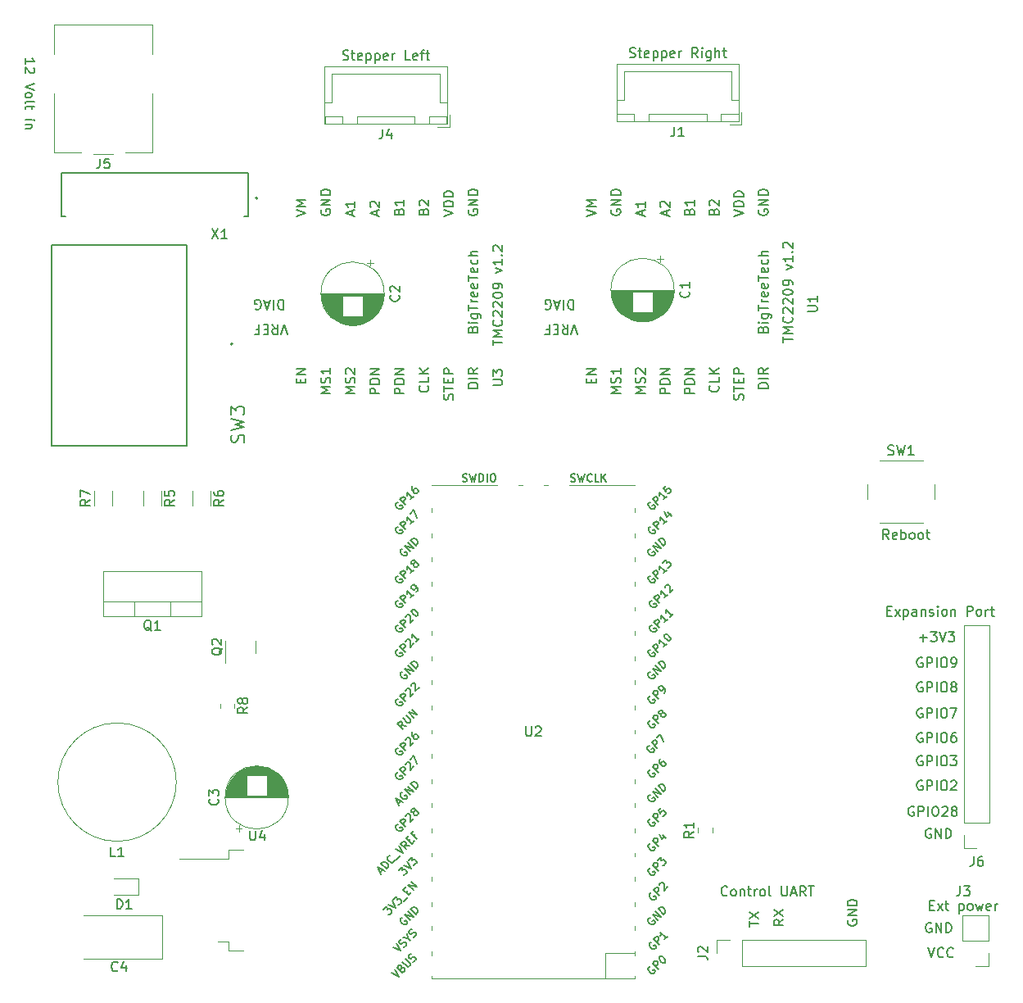
<source format=gbr>
%TF.GenerationSoftware,KiCad,Pcbnew,6.0.9-8da3e8f707~117~ubuntu22.04.1*%
%TF.CreationDate,2022-11-25T15:55:34-05:00*%
%TF.ProjectId,can-crusher,63616e2d-6372-4757-9368-65722e6b6963,2*%
%TF.SameCoordinates,Original*%
%TF.FileFunction,Legend,Top*%
%TF.FilePolarity,Positive*%
%FSLAX46Y46*%
G04 Gerber Fmt 4.6, Leading zero omitted, Abs format (unit mm)*
G04 Created by KiCad (PCBNEW 6.0.9-8da3e8f707~117~ubuntu22.04.1) date 2022-11-25 15:55:34*
%MOMM*%
%LPD*%
G01*
G04 APERTURE LIST*
%ADD10C,0.150000*%
%ADD11C,0.127000*%
%ADD12C,0.200000*%
%ADD13C,0.120000*%
G04 APERTURE END LIST*
D10*
%TO.C,X1*%
X114097976Y-72518380D02*
X114764642Y-73518380D01*
X114764642Y-72518380D02*
X114097976Y-73518380D01*
X115669404Y-73518380D02*
X115097976Y-73518380D01*
X115383690Y-73518380D02*
X115383690Y-72518380D01*
X115288452Y-72661238D01*
X115193214Y-72756476D01*
X115097976Y-72804095D01*
%TO.C,C2*%
X133408142Y-79355287D02*
X133455761Y-79402906D01*
X133503380Y-79545763D01*
X133503380Y-79641001D01*
X133455761Y-79783859D01*
X133360523Y-79879097D01*
X133265285Y-79926716D01*
X133074809Y-79974335D01*
X132931952Y-79974335D01*
X132741476Y-79926716D01*
X132646238Y-79879097D01*
X132551000Y-79783859D01*
X132503380Y-79641001D01*
X132503380Y-79545763D01*
X132551000Y-79402906D01*
X132598619Y-79355287D01*
X132598619Y-78974335D02*
X132551000Y-78926716D01*
X132503380Y-78831478D01*
X132503380Y-78593382D01*
X132551000Y-78498144D01*
X132598619Y-78450525D01*
X132693857Y-78402906D01*
X132789095Y-78402906D01*
X132931952Y-78450525D01*
X133503380Y-79021954D01*
X133503380Y-78402906D01*
%TO.C,Q1*%
X107854761Y-114037619D02*
X107759523Y-113990000D01*
X107664285Y-113894761D01*
X107521428Y-113751904D01*
X107426190Y-113704285D01*
X107330952Y-113704285D01*
X107378571Y-113942380D02*
X107283333Y-113894761D01*
X107188095Y-113799523D01*
X107140476Y-113609047D01*
X107140476Y-113275714D01*
X107188095Y-113085238D01*
X107283333Y-112990000D01*
X107378571Y-112942380D01*
X107569047Y-112942380D01*
X107664285Y-112990000D01*
X107759523Y-113085238D01*
X107807142Y-113275714D01*
X107807142Y-113609047D01*
X107759523Y-113799523D01*
X107664285Y-113894761D01*
X107569047Y-113942380D01*
X107378571Y-113942380D01*
X108759523Y-113942380D02*
X108188095Y-113942380D01*
X108473809Y-113942380D02*
X108473809Y-112942380D01*
X108378571Y-113085238D01*
X108283333Y-113180476D01*
X108188095Y-113228095D01*
%TO.C,R1*%
X163902380Y-134786666D02*
X163426190Y-135120000D01*
X163902380Y-135358095D02*
X162902380Y-135358095D01*
X162902380Y-134977142D01*
X162950000Y-134881904D01*
X162997619Y-134834285D01*
X163092857Y-134786666D01*
X163235714Y-134786666D01*
X163330952Y-134834285D01*
X163378571Y-134881904D01*
X163426190Y-134977142D01*
X163426190Y-135358095D01*
X163902380Y-133834285D02*
X163902380Y-134405714D01*
X163902380Y-134120000D02*
X162902380Y-134120000D01*
X163045238Y-134215238D01*
X163140476Y-134310476D01*
X163188095Y-134405714D01*
%TO.C,R5*%
X110222380Y-100496666D02*
X109746190Y-100830000D01*
X110222380Y-101068095D02*
X109222380Y-101068095D01*
X109222380Y-100687142D01*
X109270000Y-100591904D01*
X109317619Y-100544285D01*
X109412857Y-100496666D01*
X109555714Y-100496666D01*
X109650952Y-100544285D01*
X109698571Y-100591904D01*
X109746190Y-100687142D01*
X109746190Y-101068095D01*
X109222380Y-99591904D02*
X109222380Y-100068095D01*
X109698571Y-100115714D01*
X109650952Y-100068095D01*
X109603333Y-99972857D01*
X109603333Y-99734761D01*
X109650952Y-99639523D01*
X109698571Y-99591904D01*
X109793809Y-99544285D01*
X110031904Y-99544285D01*
X110127142Y-99591904D01*
X110174761Y-99639523D01*
X110222380Y-99734761D01*
X110222380Y-99972857D01*
X110174761Y-100068095D01*
X110127142Y-100115714D01*
%TO.C,J1*%
X161916666Y-61947380D02*
X161916666Y-62661666D01*
X161869047Y-62804523D01*
X161773809Y-62899761D01*
X161630952Y-62947380D01*
X161535714Y-62947380D01*
X162916666Y-62947380D02*
X162345238Y-62947380D01*
X162630952Y-62947380D02*
X162630952Y-61947380D01*
X162535714Y-62090238D01*
X162440476Y-62185476D01*
X162345238Y-62233095D01*
X157297619Y-54749761D02*
X157440476Y-54797380D01*
X157678571Y-54797380D01*
X157773809Y-54749761D01*
X157821428Y-54702142D01*
X157869047Y-54606904D01*
X157869047Y-54511666D01*
X157821428Y-54416428D01*
X157773809Y-54368809D01*
X157678571Y-54321190D01*
X157488095Y-54273571D01*
X157392857Y-54225952D01*
X157345238Y-54178333D01*
X157297619Y-54083095D01*
X157297619Y-53987857D01*
X157345238Y-53892619D01*
X157392857Y-53845000D01*
X157488095Y-53797380D01*
X157726190Y-53797380D01*
X157869047Y-53845000D01*
X158154761Y-54130714D02*
X158535714Y-54130714D01*
X158297619Y-53797380D02*
X158297619Y-54654523D01*
X158345238Y-54749761D01*
X158440476Y-54797380D01*
X158535714Y-54797380D01*
X159250000Y-54749761D02*
X159154761Y-54797380D01*
X158964285Y-54797380D01*
X158869047Y-54749761D01*
X158821428Y-54654523D01*
X158821428Y-54273571D01*
X158869047Y-54178333D01*
X158964285Y-54130714D01*
X159154761Y-54130714D01*
X159250000Y-54178333D01*
X159297619Y-54273571D01*
X159297619Y-54368809D01*
X158821428Y-54464047D01*
X159726190Y-54130714D02*
X159726190Y-55130714D01*
X159726190Y-54178333D02*
X159821428Y-54130714D01*
X160011904Y-54130714D01*
X160107142Y-54178333D01*
X160154761Y-54225952D01*
X160202380Y-54321190D01*
X160202380Y-54606904D01*
X160154761Y-54702142D01*
X160107142Y-54749761D01*
X160011904Y-54797380D01*
X159821428Y-54797380D01*
X159726190Y-54749761D01*
X160630952Y-54130714D02*
X160630952Y-55130714D01*
X160630952Y-54178333D02*
X160726190Y-54130714D01*
X160916666Y-54130714D01*
X161011904Y-54178333D01*
X161059523Y-54225952D01*
X161107142Y-54321190D01*
X161107142Y-54606904D01*
X161059523Y-54702142D01*
X161011904Y-54749761D01*
X160916666Y-54797380D01*
X160726190Y-54797380D01*
X160630952Y-54749761D01*
X161916666Y-54749761D02*
X161821428Y-54797380D01*
X161630952Y-54797380D01*
X161535714Y-54749761D01*
X161488095Y-54654523D01*
X161488095Y-54273571D01*
X161535714Y-54178333D01*
X161630952Y-54130714D01*
X161821428Y-54130714D01*
X161916666Y-54178333D01*
X161964285Y-54273571D01*
X161964285Y-54368809D01*
X161488095Y-54464047D01*
X162392857Y-54797380D02*
X162392857Y-54130714D01*
X162392857Y-54321190D02*
X162440476Y-54225952D01*
X162488095Y-54178333D01*
X162583333Y-54130714D01*
X162678571Y-54130714D01*
X164345238Y-54797380D02*
X164011904Y-54321190D01*
X163773809Y-54797380D02*
X163773809Y-53797380D01*
X164154761Y-53797380D01*
X164250000Y-53845000D01*
X164297619Y-53892619D01*
X164345238Y-53987857D01*
X164345238Y-54130714D01*
X164297619Y-54225952D01*
X164250000Y-54273571D01*
X164154761Y-54321190D01*
X163773809Y-54321190D01*
X164773809Y-54797380D02*
X164773809Y-54130714D01*
X164773809Y-53797380D02*
X164726190Y-53845000D01*
X164773809Y-53892619D01*
X164821428Y-53845000D01*
X164773809Y-53797380D01*
X164773809Y-53892619D01*
X165678571Y-54130714D02*
X165678571Y-54940238D01*
X165630952Y-55035476D01*
X165583333Y-55083095D01*
X165488095Y-55130714D01*
X165345238Y-55130714D01*
X165250000Y-55083095D01*
X165678571Y-54749761D02*
X165583333Y-54797380D01*
X165392857Y-54797380D01*
X165297619Y-54749761D01*
X165250000Y-54702142D01*
X165202380Y-54606904D01*
X165202380Y-54321190D01*
X165250000Y-54225952D01*
X165297619Y-54178333D01*
X165392857Y-54130714D01*
X165583333Y-54130714D01*
X165678571Y-54178333D01*
X166154761Y-54797380D02*
X166154761Y-53797380D01*
X166583333Y-54797380D02*
X166583333Y-54273571D01*
X166535714Y-54178333D01*
X166440476Y-54130714D01*
X166297619Y-54130714D01*
X166202380Y-54178333D01*
X166154761Y-54225952D01*
X166916666Y-54130714D02*
X167297619Y-54130714D01*
X167059523Y-53797380D02*
X167059523Y-54654523D01*
X167107142Y-54749761D01*
X167202380Y-54797380D01*
X167297619Y-54797380D01*
%TO.C,U1*%
X175674880Y-81031904D02*
X176484404Y-81031904D01*
X176579642Y-80984285D01*
X176627261Y-80936666D01*
X176674880Y-80841428D01*
X176674880Y-80650952D01*
X176627261Y-80555714D01*
X176579642Y-80508095D01*
X176484404Y-80460476D01*
X175674880Y-80460476D01*
X176674880Y-79460476D02*
X176674880Y-80031904D01*
X176674880Y-79746190D02*
X175674880Y-79746190D01*
X175817738Y-79841428D01*
X175912976Y-79936666D01*
X175960595Y-80031904D01*
X163974880Y-89527023D02*
X162974880Y-89527023D01*
X162974880Y-89146071D01*
X163022500Y-89050833D01*
X163070119Y-89003214D01*
X163165357Y-88955595D01*
X163308214Y-88955595D01*
X163403452Y-89003214D01*
X163451071Y-89050833D01*
X163498690Y-89146071D01*
X163498690Y-89527023D01*
X163974880Y-88527023D02*
X162974880Y-88527023D01*
X162974880Y-88288928D01*
X163022500Y-88146071D01*
X163117738Y-88050833D01*
X163212976Y-88003214D01*
X163403452Y-87955595D01*
X163546309Y-87955595D01*
X163736785Y-88003214D01*
X163832023Y-88050833D01*
X163927261Y-88146071D01*
X163974880Y-88288928D01*
X163974880Y-88527023D01*
X163974880Y-87527023D02*
X162974880Y-87527023D01*
X163974880Y-86955595D01*
X162974880Y-86955595D01*
X168054880Y-71187261D02*
X169054880Y-70853928D01*
X168054880Y-70520595D01*
X169054880Y-70187261D02*
X168054880Y-70187261D01*
X168054880Y-69949166D01*
X168102500Y-69806309D01*
X168197738Y-69711071D01*
X168292976Y-69663452D01*
X168483452Y-69615833D01*
X168626309Y-69615833D01*
X168816785Y-69663452D01*
X168912023Y-69711071D01*
X169007261Y-69806309D01*
X169054880Y-69949166D01*
X169054880Y-70187261D01*
X169054880Y-69187261D02*
X168054880Y-69187261D01*
X168054880Y-68949166D01*
X168102500Y-68806309D01*
X168197738Y-68711071D01*
X168292976Y-68663452D01*
X168483452Y-68615833D01*
X168626309Y-68615833D01*
X168816785Y-68663452D01*
X168912023Y-68711071D01*
X169007261Y-68806309D01*
X169054880Y-68949166D01*
X169054880Y-69187261D01*
X152814880Y-71187261D02*
X153814880Y-70853928D01*
X152814880Y-70520595D01*
X153814880Y-70187261D02*
X152814880Y-70187261D01*
X153529166Y-69853928D01*
X152814880Y-69520595D01*
X153814880Y-69520595D01*
X166419642Y-88717500D02*
X166467261Y-88765119D01*
X166514880Y-88907976D01*
X166514880Y-89003214D01*
X166467261Y-89146071D01*
X166372023Y-89241309D01*
X166276785Y-89288928D01*
X166086309Y-89336547D01*
X165943452Y-89336547D01*
X165752976Y-89288928D01*
X165657738Y-89241309D01*
X165562500Y-89146071D01*
X165514880Y-89003214D01*
X165514880Y-88907976D01*
X165562500Y-88765119D01*
X165610119Y-88717500D01*
X166514880Y-87812738D02*
X166514880Y-88288928D01*
X165514880Y-88288928D01*
X166514880Y-87479404D02*
X165514880Y-87479404D01*
X166514880Y-86907976D02*
X165943452Y-87336547D01*
X165514880Y-86907976D02*
X166086309Y-87479404D01*
X163451071Y-70711071D02*
X163498690Y-70568214D01*
X163546309Y-70520595D01*
X163641547Y-70472976D01*
X163784404Y-70472976D01*
X163879642Y-70520595D01*
X163927261Y-70568214D01*
X163974880Y-70663452D01*
X163974880Y-71044404D01*
X162974880Y-71044404D01*
X162974880Y-70711071D01*
X163022500Y-70615833D01*
X163070119Y-70568214D01*
X163165357Y-70520595D01*
X163260595Y-70520595D01*
X163355833Y-70568214D01*
X163403452Y-70615833D01*
X163451071Y-70711071D01*
X163451071Y-71044404D01*
X163974880Y-69520595D02*
X163974880Y-70092023D01*
X163974880Y-69806309D02*
X162974880Y-69806309D01*
X163117738Y-69901547D01*
X163212976Y-69996785D01*
X163260595Y-70092023D01*
X171594880Y-88955595D02*
X170594880Y-88955595D01*
X170594880Y-88717500D01*
X170642500Y-88574642D01*
X170737738Y-88479404D01*
X170832976Y-88431785D01*
X171023452Y-88384166D01*
X171166309Y-88384166D01*
X171356785Y-88431785D01*
X171452023Y-88479404D01*
X171547261Y-88574642D01*
X171594880Y-88717500D01*
X171594880Y-88955595D01*
X171594880Y-87955595D02*
X170594880Y-87955595D01*
X171594880Y-86907976D02*
X171118690Y-87241309D01*
X171594880Y-87479404D02*
X170594880Y-87479404D01*
X170594880Y-87098452D01*
X170642500Y-87003214D01*
X170690119Y-86955595D01*
X170785357Y-86907976D01*
X170928214Y-86907976D01*
X171023452Y-86955595D01*
X171071071Y-87003214D01*
X171118690Y-87098452D01*
X171118690Y-87479404D01*
X158894880Y-89527023D02*
X157894880Y-89527023D01*
X158609166Y-89193690D01*
X157894880Y-88860357D01*
X158894880Y-88860357D01*
X158847261Y-88431785D02*
X158894880Y-88288928D01*
X158894880Y-88050833D01*
X158847261Y-87955595D01*
X158799642Y-87907976D01*
X158704404Y-87860357D01*
X158609166Y-87860357D01*
X158513928Y-87907976D01*
X158466309Y-87955595D01*
X158418690Y-88050833D01*
X158371071Y-88241309D01*
X158323452Y-88336547D01*
X158275833Y-88384166D01*
X158180595Y-88431785D01*
X158085357Y-88431785D01*
X157990119Y-88384166D01*
X157942500Y-88336547D01*
X157894880Y-88241309D01*
X157894880Y-88003214D01*
X157942500Y-87860357D01*
X157990119Y-87479404D02*
X157942500Y-87431785D01*
X157894880Y-87336547D01*
X157894880Y-87098452D01*
X157942500Y-87003214D01*
X157990119Y-86955595D01*
X158085357Y-86907976D01*
X158180595Y-86907976D01*
X158323452Y-86955595D01*
X158894880Y-87527023D01*
X158894880Y-86907976D01*
X156354880Y-89527023D02*
X155354880Y-89527023D01*
X156069166Y-89193690D01*
X155354880Y-88860357D01*
X156354880Y-88860357D01*
X156307261Y-88431785D02*
X156354880Y-88288928D01*
X156354880Y-88050833D01*
X156307261Y-87955595D01*
X156259642Y-87907976D01*
X156164404Y-87860357D01*
X156069166Y-87860357D01*
X155973928Y-87907976D01*
X155926309Y-87955595D01*
X155878690Y-88050833D01*
X155831071Y-88241309D01*
X155783452Y-88336547D01*
X155735833Y-88384166D01*
X155640595Y-88431785D01*
X155545357Y-88431785D01*
X155450119Y-88384166D01*
X155402500Y-88336547D01*
X155354880Y-88241309D01*
X155354880Y-88003214D01*
X155402500Y-87860357D01*
X156354880Y-86907976D02*
X156354880Y-87479404D01*
X156354880Y-87193690D02*
X155354880Y-87193690D01*
X155497738Y-87288928D01*
X155592976Y-87384166D01*
X155640595Y-87479404D01*
X161149166Y-71092023D02*
X161149166Y-70615833D01*
X161434880Y-71187261D02*
X160434880Y-70853928D01*
X161434880Y-70520595D01*
X160530119Y-70234880D02*
X160482500Y-70187261D01*
X160434880Y-70092023D01*
X160434880Y-69853928D01*
X160482500Y-69758690D01*
X160530119Y-69711071D01*
X160625357Y-69663452D01*
X160720595Y-69663452D01*
X160863452Y-69711071D01*
X161434880Y-70282500D01*
X161434880Y-69663452D01*
X158609166Y-71092023D02*
X158609166Y-70615833D01*
X158894880Y-71187261D02*
X157894880Y-70853928D01*
X158894880Y-70520595D01*
X158894880Y-69663452D02*
X158894880Y-70234880D01*
X158894880Y-69949166D02*
X157894880Y-69949166D01*
X158037738Y-70044404D01*
X158132976Y-70139642D01*
X158180595Y-70234880D01*
X151903809Y-83357619D02*
X151570476Y-82357619D01*
X151237142Y-83357619D01*
X150332380Y-82357619D02*
X150665714Y-82833809D01*
X150903809Y-82357619D02*
X150903809Y-83357619D01*
X150522857Y-83357619D01*
X150427619Y-83310000D01*
X150380000Y-83262380D01*
X150332380Y-83167142D01*
X150332380Y-83024285D01*
X150380000Y-82929047D01*
X150427619Y-82881428D01*
X150522857Y-82833809D01*
X150903809Y-82833809D01*
X149903809Y-82881428D02*
X149570476Y-82881428D01*
X149427619Y-82357619D02*
X149903809Y-82357619D01*
X149903809Y-83357619D01*
X149427619Y-83357619D01*
X148665714Y-82881428D02*
X148999047Y-82881428D01*
X148999047Y-82357619D02*
X148999047Y-83357619D01*
X148522857Y-83357619D01*
X165991071Y-70711071D02*
X166038690Y-70568214D01*
X166086309Y-70520595D01*
X166181547Y-70472976D01*
X166324404Y-70472976D01*
X166419642Y-70520595D01*
X166467261Y-70568214D01*
X166514880Y-70663452D01*
X166514880Y-71044404D01*
X165514880Y-71044404D01*
X165514880Y-70711071D01*
X165562500Y-70615833D01*
X165610119Y-70568214D01*
X165705357Y-70520595D01*
X165800595Y-70520595D01*
X165895833Y-70568214D01*
X165943452Y-70615833D01*
X165991071Y-70711071D01*
X165991071Y-71044404D01*
X165610119Y-70092023D02*
X165562500Y-70044404D01*
X165514880Y-69949166D01*
X165514880Y-69711071D01*
X165562500Y-69615833D01*
X165610119Y-69568214D01*
X165705357Y-69520595D01*
X165800595Y-69520595D01*
X165943452Y-69568214D01*
X166514880Y-70139642D01*
X166514880Y-69520595D01*
X153291071Y-88431785D02*
X153291071Y-88098452D01*
X153814880Y-87955595D02*
X153814880Y-88431785D01*
X152814880Y-88431785D01*
X152814880Y-87955595D01*
X153814880Y-87527023D02*
X152814880Y-87527023D01*
X153814880Y-86955595D01*
X152814880Y-86955595D01*
X161434880Y-89527023D02*
X160434880Y-89527023D01*
X160434880Y-89146071D01*
X160482500Y-89050833D01*
X160530119Y-89003214D01*
X160625357Y-88955595D01*
X160768214Y-88955595D01*
X160863452Y-89003214D01*
X160911071Y-89050833D01*
X160958690Y-89146071D01*
X160958690Y-89527023D01*
X161434880Y-88527023D02*
X160434880Y-88527023D01*
X160434880Y-88288928D01*
X160482500Y-88146071D01*
X160577738Y-88050833D01*
X160672976Y-88003214D01*
X160863452Y-87955595D01*
X161006309Y-87955595D01*
X161196785Y-88003214D01*
X161292023Y-88050833D01*
X161387261Y-88146071D01*
X161434880Y-88288928D01*
X161434880Y-88527023D01*
X161434880Y-87527023D02*
X160434880Y-87527023D01*
X161434880Y-86955595D01*
X160434880Y-86955595D01*
X151475238Y-79817619D02*
X151475238Y-80817619D01*
X151237142Y-80817619D01*
X151094285Y-80770000D01*
X150999047Y-80674761D01*
X150951428Y-80579523D01*
X150903809Y-80389047D01*
X150903809Y-80246190D01*
X150951428Y-80055714D01*
X150999047Y-79960476D01*
X151094285Y-79865238D01*
X151237142Y-79817619D01*
X151475238Y-79817619D01*
X150475238Y-79817619D02*
X150475238Y-80817619D01*
X150046666Y-80103333D02*
X149570476Y-80103333D01*
X150141904Y-79817619D02*
X149808571Y-80817619D01*
X149475238Y-79817619D01*
X148618095Y-80770000D02*
X148713333Y-80817619D01*
X148856190Y-80817619D01*
X148999047Y-80770000D01*
X149094285Y-80674761D01*
X149141904Y-80579523D01*
X149189523Y-80389047D01*
X149189523Y-80246190D01*
X149141904Y-80055714D01*
X149094285Y-79960476D01*
X148999047Y-79865238D01*
X148856190Y-79817619D01*
X148760952Y-79817619D01*
X148618095Y-79865238D01*
X148570476Y-79912857D01*
X148570476Y-80246190D01*
X148760952Y-80246190D01*
X173134880Y-84214285D02*
X173134880Y-83642857D01*
X174134880Y-83928571D02*
X173134880Y-83928571D01*
X174134880Y-83309523D02*
X173134880Y-83309523D01*
X173849166Y-82976190D01*
X173134880Y-82642857D01*
X174134880Y-82642857D01*
X174039642Y-81595238D02*
X174087261Y-81642857D01*
X174134880Y-81785714D01*
X174134880Y-81880952D01*
X174087261Y-82023809D01*
X173992023Y-82119047D01*
X173896785Y-82166666D01*
X173706309Y-82214285D01*
X173563452Y-82214285D01*
X173372976Y-82166666D01*
X173277738Y-82119047D01*
X173182500Y-82023809D01*
X173134880Y-81880952D01*
X173134880Y-81785714D01*
X173182500Y-81642857D01*
X173230119Y-81595238D01*
X173230119Y-81214285D02*
X173182500Y-81166666D01*
X173134880Y-81071428D01*
X173134880Y-80833333D01*
X173182500Y-80738095D01*
X173230119Y-80690476D01*
X173325357Y-80642857D01*
X173420595Y-80642857D01*
X173563452Y-80690476D01*
X174134880Y-81261904D01*
X174134880Y-80642857D01*
X173230119Y-80261904D02*
X173182500Y-80214285D01*
X173134880Y-80119047D01*
X173134880Y-79880952D01*
X173182500Y-79785714D01*
X173230119Y-79738095D01*
X173325357Y-79690476D01*
X173420595Y-79690476D01*
X173563452Y-79738095D01*
X174134880Y-80309523D01*
X174134880Y-79690476D01*
X173134880Y-79071428D02*
X173134880Y-78976190D01*
X173182500Y-78880952D01*
X173230119Y-78833333D01*
X173325357Y-78785714D01*
X173515833Y-78738095D01*
X173753928Y-78738095D01*
X173944404Y-78785714D01*
X174039642Y-78833333D01*
X174087261Y-78880952D01*
X174134880Y-78976190D01*
X174134880Y-79071428D01*
X174087261Y-79166666D01*
X174039642Y-79214285D01*
X173944404Y-79261904D01*
X173753928Y-79309523D01*
X173515833Y-79309523D01*
X173325357Y-79261904D01*
X173230119Y-79214285D01*
X173182500Y-79166666D01*
X173134880Y-79071428D01*
X174134880Y-78261904D02*
X174134880Y-78071428D01*
X174087261Y-77976190D01*
X174039642Y-77928571D01*
X173896785Y-77833333D01*
X173706309Y-77785714D01*
X173325357Y-77785714D01*
X173230119Y-77833333D01*
X173182500Y-77880952D01*
X173134880Y-77976190D01*
X173134880Y-78166666D01*
X173182500Y-78261904D01*
X173230119Y-78309523D01*
X173325357Y-78357142D01*
X173563452Y-78357142D01*
X173658690Y-78309523D01*
X173706309Y-78261904D01*
X173753928Y-78166666D01*
X173753928Y-77976190D01*
X173706309Y-77880952D01*
X173658690Y-77833333D01*
X173563452Y-77785714D01*
X173468214Y-76690476D02*
X174134880Y-76452380D01*
X173468214Y-76214285D01*
X174134880Y-75309523D02*
X174134880Y-75880952D01*
X174134880Y-75595238D02*
X173134880Y-75595238D01*
X173277738Y-75690476D01*
X173372976Y-75785714D01*
X173420595Y-75880952D01*
X174039642Y-74880952D02*
X174087261Y-74833333D01*
X174134880Y-74880952D01*
X174087261Y-74928571D01*
X174039642Y-74880952D01*
X174134880Y-74880952D01*
X173230119Y-74452380D02*
X173182500Y-74404761D01*
X173134880Y-74309523D01*
X173134880Y-74071428D01*
X173182500Y-73976190D01*
X173230119Y-73928571D01*
X173325357Y-73880952D01*
X173420595Y-73880952D01*
X173563452Y-73928571D01*
X174134880Y-74500000D01*
X174134880Y-73880952D01*
X171071071Y-82857142D02*
X171118690Y-82714285D01*
X171166309Y-82666666D01*
X171261547Y-82619047D01*
X171404404Y-82619047D01*
X171499642Y-82666666D01*
X171547261Y-82714285D01*
X171594880Y-82809523D01*
X171594880Y-83190476D01*
X170594880Y-83190476D01*
X170594880Y-82857142D01*
X170642500Y-82761904D01*
X170690119Y-82714285D01*
X170785357Y-82666666D01*
X170880595Y-82666666D01*
X170975833Y-82714285D01*
X171023452Y-82761904D01*
X171071071Y-82857142D01*
X171071071Y-83190476D01*
X171594880Y-82190476D02*
X170928214Y-82190476D01*
X170594880Y-82190476D02*
X170642500Y-82238095D01*
X170690119Y-82190476D01*
X170642500Y-82142857D01*
X170594880Y-82190476D01*
X170690119Y-82190476D01*
X170928214Y-81285714D02*
X171737738Y-81285714D01*
X171832976Y-81333333D01*
X171880595Y-81380952D01*
X171928214Y-81476190D01*
X171928214Y-81619047D01*
X171880595Y-81714285D01*
X171547261Y-81285714D02*
X171594880Y-81380952D01*
X171594880Y-81571428D01*
X171547261Y-81666666D01*
X171499642Y-81714285D01*
X171404404Y-81761904D01*
X171118690Y-81761904D01*
X171023452Y-81714285D01*
X170975833Y-81666666D01*
X170928214Y-81571428D01*
X170928214Y-81380952D01*
X170975833Y-81285714D01*
X170594880Y-80952380D02*
X170594880Y-80380952D01*
X171594880Y-80666666D02*
X170594880Y-80666666D01*
X171594880Y-80047619D02*
X170928214Y-80047619D01*
X171118690Y-80047619D02*
X171023452Y-80000000D01*
X170975833Y-79952380D01*
X170928214Y-79857142D01*
X170928214Y-79761904D01*
X171547261Y-79047619D02*
X171594880Y-79142857D01*
X171594880Y-79333333D01*
X171547261Y-79428571D01*
X171452023Y-79476190D01*
X171071071Y-79476190D01*
X170975833Y-79428571D01*
X170928214Y-79333333D01*
X170928214Y-79142857D01*
X170975833Y-79047619D01*
X171071071Y-79000000D01*
X171166309Y-79000000D01*
X171261547Y-79476190D01*
X171547261Y-78190476D02*
X171594880Y-78285714D01*
X171594880Y-78476190D01*
X171547261Y-78571428D01*
X171452023Y-78619047D01*
X171071071Y-78619047D01*
X170975833Y-78571428D01*
X170928214Y-78476190D01*
X170928214Y-78285714D01*
X170975833Y-78190476D01*
X171071071Y-78142857D01*
X171166309Y-78142857D01*
X171261547Y-78619047D01*
X170594880Y-77857142D02*
X170594880Y-77285714D01*
X171594880Y-77571428D02*
X170594880Y-77571428D01*
X171547261Y-76571428D02*
X171594880Y-76666666D01*
X171594880Y-76857142D01*
X171547261Y-76952380D01*
X171452023Y-77000000D01*
X171071071Y-77000000D01*
X170975833Y-76952380D01*
X170928214Y-76857142D01*
X170928214Y-76666666D01*
X170975833Y-76571428D01*
X171071071Y-76523809D01*
X171166309Y-76523809D01*
X171261547Y-77000000D01*
X171547261Y-75666666D02*
X171594880Y-75761904D01*
X171594880Y-75952380D01*
X171547261Y-76047619D01*
X171499642Y-76095238D01*
X171404404Y-76142857D01*
X171118690Y-76142857D01*
X171023452Y-76095238D01*
X170975833Y-76047619D01*
X170928214Y-75952380D01*
X170928214Y-75761904D01*
X170975833Y-75666666D01*
X171594880Y-75238095D02*
X170594880Y-75238095D01*
X171594880Y-74809523D02*
X171071071Y-74809523D01*
X170975833Y-74857142D01*
X170928214Y-74952380D01*
X170928214Y-75095238D01*
X170975833Y-75190476D01*
X171023452Y-75238095D01*
X169007261Y-90142023D02*
X169054880Y-89999166D01*
X169054880Y-89761071D01*
X169007261Y-89665833D01*
X168959642Y-89618214D01*
X168864404Y-89570595D01*
X168769166Y-89570595D01*
X168673928Y-89618214D01*
X168626309Y-89665833D01*
X168578690Y-89761071D01*
X168531071Y-89951547D01*
X168483452Y-90046785D01*
X168435833Y-90094404D01*
X168340595Y-90142023D01*
X168245357Y-90142023D01*
X168150119Y-90094404D01*
X168102500Y-90046785D01*
X168054880Y-89951547D01*
X168054880Y-89713452D01*
X168102500Y-89570595D01*
X168054880Y-89284880D02*
X168054880Y-88713452D01*
X169054880Y-88999166D02*
X168054880Y-88999166D01*
X168531071Y-88380119D02*
X168531071Y-88046785D01*
X169054880Y-87903928D02*
X169054880Y-88380119D01*
X168054880Y-88380119D01*
X168054880Y-87903928D01*
X169054880Y-87475357D02*
X168054880Y-87475357D01*
X168054880Y-87094404D01*
X168102500Y-86999166D01*
X168150119Y-86951547D01*
X168245357Y-86903928D01*
X168388214Y-86903928D01*
X168483452Y-86951547D01*
X168531071Y-86999166D01*
X168578690Y-87094404D01*
X168578690Y-87475357D01*
X170642500Y-70520595D02*
X170594880Y-70615833D01*
X170594880Y-70758690D01*
X170642500Y-70901547D01*
X170737738Y-70996785D01*
X170832976Y-71044404D01*
X171023452Y-71092023D01*
X171166309Y-71092023D01*
X171356785Y-71044404D01*
X171452023Y-70996785D01*
X171547261Y-70901547D01*
X171594880Y-70758690D01*
X171594880Y-70663452D01*
X171547261Y-70520595D01*
X171499642Y-70472976D01*
X171166309Y-70472976D01*
X171166309Y-70663452D01*
X171594880Y-70044404D02*
X170594880Y-70044404D01*
X171594880Y-69472976D01*
X170594880Y-69472976D01*
X171594880Y-68996785D02*
X170594880Y-68996785D01*
X170594880Y-68758690D01*
X170642500Y-68615833D01*
X170737738Y-68520595D01*
X170832976Y-68472976D01*
X171023452Y-68425357D01*
X171166309Y-68425357D01*
X171356785Y-68472976D01*
X171452023Y-68520595D01*
X171547261Y-68615833D01*
X171594880Y-68758690D01*
X171594880Y-68996785D01*
X155402500Y-70520595D02*
X155354880Y-70615833D01*
X155354880Y-70758690D01*
X155402500Y-70901547D01*
X155497738Y-70996785D01*
X155592976Y-71044404D01*
X155783452Y-71092023D01*
X155926309Y-71092023D01*
X156116785Y-71044404D01*
X156212023Y-70996785D01*
X156307261Y-70901547D01*
X156354880Y-70758690D01*
X156354880Y-70663452D01*
X156307261Y-70520595D01*
X156259642Y-70472976D01*
X155926309Y-70472976D01*
X155926309Y-70663452D01*
X156354880Y-70044404D02*
X155354880Y-70044404D01*
X156354880Y-69472976D01*
X155354880Y-69472976D01*
X156354880Y-68996785D02*
X155354880Y-68996785D01*
X155354880Y-68758690D01*
X155402500Y-68615833D01*
X155497738Y-68520595D01*
X155592976Y-68472976D01*
X155783452Y-68425357D01*
X155926309Y-68425357D01*
X156116785Y-68472976D01*
X156212023Y-68520595D01*
X156307261Y-68615833D01*
X156354880Y-68758690D01*
X156354880Y-68996785D01*
%TO.C,U4*%
X118049095Y-134680380D02*
X118049095Y-135489904D01*
X118096714Y-135585142D01*
X118144333Y-135632761D01*
X118239571Y-135680380D01*
X118430047Y-135680380D01*
X118525285Y-135632761D01*
X118572904Y-135585142D01*
X118620523Y-135489904D01*
X118620523Y-134680380D01*
X119525285Y-135013714D02*
X119525285Y-135680380D01*
X119287190Y-134632761D02*
X119049095Y-135347047D01*
X119668142Y-135347047D01*
%TO.C,Q2*%
X115193119Y-115792238D02*
X115145500Y-115887476D01*
X115050261Y-115982714D01*
X114907404Y-116125571D01*
X114859785Y-116220809D01*
X114859785Y-116316047D01*
X115097880Y-116268428D02*
X115050261Y-116363666D01*
X114955023Y-116458904D01*
X114764547Y-116506523D01*
X114431214Y-116506523D01*
X114240738Y-116458904D01*
X114145500Y-116363666D01*
X114097880Y-116268428D01*
X114097880Y-116077952D01*
X114145500Y-115982714D01*
X114240738Y-115887476D01*
X114431214Y-115839857D01*
X114764547Y-115839857D01*
X114955023Y-115887476D01*
X115050261Y-115982714D01*
X115097880Y-116077952D01*
X115097880Y-116268428D01*
X114193119Y-115458904D02*
X114145500Y-115411285D01*
X114097880Y-115316047D01*
X114097880Y-115077952D01*
X114145500Y-114982714D01*
X114193119Y-114935095D01*
X114288357Y-114887476D01*
X114383595Y-114887476D01*
X114526452Y-114935095D01*
X115097880Y-115506523D01*
X115097880Y-114887476D01*
%TO.C,R7*%
X101502380Y-100496666D02*
X101026190Y-100830000D01*
X101502380Y-101068095D02*
X100502380Y-101068095D01*
X100502380Y-100687142D01*
X100550000Y-100591904D01*
X100597619Y-100544285D01*
X100692857Y-100496666D01*
X100835714Y-100496666D01*
X100930952Y-100544285D01*
X100978571Y-100591904D01*
X101026190Y-100687142D01*
X101026190Y-101068095D01*
X100502380Y-100163333D02*
X100502380Y-99496666D01*
X101502380Y-99925238D01*
%TO.C,J2*%
X164322380Y-147653333D02*
X165036666Y-147653333D01*
X165179523Y-147700952D01*
X165274761Y-147796190D01*
X165322380Y-147939047D01*
X165322380Y-148034285D01*
X164417619Y-147224761D02*
X164370000Y-147177142D01*
X164322380Y-147081904D01*
X164322380Y-146843809D01*
X164370000Y-146748571D01*
X164417619Y-146700952D01*
X164512857Y-146653333D01*
X164608095Y-146653333D01*
X164750952Y-146700952D01*
X165322380Y-147272380D01*
X165322380Y-146653333D01*
X167384880Y-141327142D02*
X167337261Y-141374761D01*
X167194404Y-141422380D01*
X167099166Y-141422380D01*
X166956309Y-141374761D01*
X166861071Y-141279523D01*
X166813452Y-141184285D01*
X166765833Y-140993809D01*
X166765833Y-140850952D01*
X166813452Y-140660476D01*
X166861071Y-140565238D01*
X166956309Y-140470000D01*
X167099166Y-140422380D01*
X167194404Y-140422380D01*
X167337261Y-140470000D01*
X167384880Y-140517619D01*
X167956309Y-141422380D02*
X167861071Y-141374761D01*
X167813452Y-141327142D01*
X167765833Y-141231904D01*
X167765833Y-140946190D01*
X167813452Y-140850952D01*
X167861071Y-140803333D01*
X167956309Y-140755714D01*
X168099166Y-140755714D01*
X168194404Y-140803333D01*
X168242023Y-140850952D01*
X168289642Y-140946190D01*
X168289642Y-141231904D01*
X168242023Y-141327142D01*
X168194404Y-141374761D01*
X168099166Y-141422380D01*
X167956309Y-141422380D01*
X168718214Y-140755714D02*
X168718214Y-141422380D01*
X168718214Y-140850952D02*
X168765833Y-140803333D01*
X168861071Y-140755714D01*
X169003928Y-140755714D01*
X169099166Y-140803333D01*
X169146785Y-140898571D01*
X169146785Y-141422380D01*
X169480119Y-140755714D02*
X169861071Y-140755714D01*
X169622976Y-140422380D02*
X169622976Y-141279523D01*
X169670595Y-141374761D01*
X169765833Y-141422380D01*
X169861071Y-141422380D01*
X170194404Y-141422380D02*
X170194404Y-140755714D01*
X170194404Y-140946190D02*
X170242023Y-140850952D01*
X170289642Y-140803333D01*
X170384880Y-140755714D01*
X170480119Y-140755714D01*
X170956309Y-141422380D02*
X170861071Y-141374761D01*
X170813452Y-141327142D01*
X170765833Y-141231904D01*
X170765833Y-140946190D01*
X170813452Y-140850952D01*
X170861071Y-140803333D01*
X170956309Y-140755714D01*
X171099166Y-140755714D01*
X171194404Y-140803333D01*
X171242023Y-140850952D01*
X171289642Y-140946190D01*
X171289642Y-141231904D01*
X171242023Y-141327142D01*
X171194404Y-141374761D01*
X171099166Y-141422380D01*
X170956309Y-141422380D01*
X171861071Y-141422380D02*
X171765833Y-141374761D01*
X171718214Y-141279523D01*
X171718214Y-140422380D01*
X173003928Y-140422380D02*
X173003928Y-141231904D01*
X173051547Y-141327142D01*
X173099166Y-141374761D01*
X173194404Y-141422380D01*
X173384880Y-141422380D01*
X173480119Y-141374761D01*
X173527738Y-141327142D01*
X173575357Y-141231904D01*
X173575357Y-140422380D01*
X174003928Y-141136666D02*
X174480119Y-141136666D01*
X173908690Y-141422380D02*
X174242023Y-140422380D01*
X174575357Y-141422380D01*
X175480119Y-141422380D02*
X175146785Y-140946190D01*
X174908690Y-141422380D02*
X174908690Y-140422380D01*
X175289642Y-140422380D01*
X175384880Y-140470000D01*
X175432500Y-140517619D01*
X175480119Y-140612857D01*
X175480119Y-140755714D01*
X175432500Y-140850952D01*
X175384880Y-140898571D01*
X175289642Y-140946190D01*
X174908690Y-140946190D01*
X175765833Y-140422380D02*
X176337261Y-140422380D01*
X176051547Y-141422380D02*
X176051547Y-140422380D01*
X169632380Y-144587261D02*
X169632380Y-144015833D01*
X170632380Y-144301547D02*
X169632380Y-144301547D01*
X169632380Y-143777738D02*
X170632380Y-143111071D01*
X169632380Y-143111071D02*
X170632380Y-143777738D01*
X173172380Y-143872976D02*
X172696190Y-144206309D01*
X173172380Y-144444404D02*
X172172380Y-144444404D01*
X172172380Y-144063452D01*
X172220000Y-143968214D01*
X172267619Y-143920595D01*
X172362857Y-143872976D01*
X172505714Y-143872976D01*
X172600952Y-143920595D01*
X172648571Y-143968214D01*
X172696190Y-144063452D01*
X172696190Y-144444404D01*
X172172380Y-143539642D02*
X173172380Y-142872976D01*
X172172380Y-142872976D02*
X173172380Y-143539642D01*
X179840000Y-143920595D02*
X179792380Y-144015833D01*
X179792380Y-144158690D01*
X179840000Y-144301547D01*
X179935238Y-144396785D01*
X180030476Y-144444404D01*
X180220952Y-144492023D01*
X180363809Y-144492023D01*
X180554285Y-144444404D01*
X180649523Y-144396785D01*
X180744761Y-144301547D01*
X180792380Y-144158690D01*
X180792380Y-144063452D01*
X180744761Y-143920595D01*
X180697142Y-143872976D01*
X180363809Y-143872976D01*
X180363809Y-144063452D01*
X180792380Y-143444404D02*
X179792380Y-143444404D01*
X180792380Y-142872976D01*
X179792380Y-142872976D01*
X180792380Y-142396785D02*
X179792380Y-142396785D01*
X179792380Y-142158690D01*
X179840000Y-142015833D01*
X179935238Y-141920595D01*
X180030476Y-141872976D01*
X180220952Y-141825357D01*
X180363809Y-141825357D01*
X180554285Y-141872976D01*
X180649523Y-141920595D01*
X180744761Y-142015833D01*
X180792380Y-142158690D01*
X180792380Y-142396785D01*
%TO.C,D1*%
X104290904Y-142764380D02*
X104290904Y-141764380D01*
X104529000Y-141764380D01*
X104671857Y-141812000D01*
X104767095Y-141907238D01*
X104814714Y-142002476D01*
X104862333Y-142192952D01*
X104862333Y-142335809D01*
X104814714Y-142526285D01*
X104767095Y-142621523D01*
X104671857Y-142716761D01*
X104529000Y-142764380D01*
X104290904Y-142764380D01*
X105814714Y-142764380D02*
X105243285Y-142764380D01*
X105529000Y-142764380D02*
X105529000Y-141764380D01*
X105433761Y-141907238D01*
X105338523Y-142002476D01*
X105243285Y-142050095D01*
%TO.C,C4*%
X104354333Y-149126142D02*
X104306714Y-149173761D01*
X104163857Y-149221380D01*
X104068619Y-149221380D01*
X103925761Y-149173761D01*
X103830523Y-149078523D01*
X103782904Y-148983285D01*
X103735285Y-148792809D01*
X103735285Y-148649952D01*
X103782904Y-148459476D01*
X103830523Y-148364238D01*
X103925761Y-148269000D01*
X104068619Y-148221380D01*
X104163857Y-148221380D01*
X104306714Y-148269000D01*
X104354333Y-148316619D01*
X105211476Y-148554714D02*
X105211476Y-149221380D01*
X104973380Y-148173761D02*
X104735285Y-148888047D01*
X105354333Y-148888047D01*
%TO.C,SW3*%
X117406666Y-94576666D02*
X117473333Y-94376666D01*
X117473333Y-94043333D01*
X117406666Y-93910000D01*
X117340000Y-93843333D01*
X117206666Y-93776666D01*
X117073333Y-93776666D01*
X116940000Y-93843333D01*
X116873333Y-93910000D01*
X116806666Y-94043333D01*
X116740000Y-94310000D01*
X116673333Y-94443333D01*
X116606666Y-94510000D01*
X116473333Y-94576666D01*
X116340000Y-94576666D01*
X116206666Y-94510000D01*
X116140000Y-94443333D01*
X116073333Y-94310000D01*
X116073333Y-93976666D01*
X116140000Y-93776666D01*
X116073333Y-93310000D02*
X117473333Y-92976666D01*
X116473333Y-92710000D01*
X117473333Y-92443333D01*
X116073333Y-92110000D01*
X116073333Y-91710000D02*
X116073333Y-90843333D01*
X116606666Y-91310000D01*
X116606666Y-91110000D01*
X116673333Y-90976666D01*
X116740000Y-90910000D01*
X116873333Y-90843333D01*
X117206666Y-90843333D01*
X117340000Y-90910000D01*
X117406666Y-90976666D01*
X117473333Y-91110000D01*
X117473333Y-91510000D01*
X117406666Y-91643333D01*
X117340000Y-91710000D01*
%TO.C,J6*%
X192833666Y-137350380D02*
X192833666Y-138064666D01*
X192786047Y-138207523D01*
X192690809Y-138302761D01*
X192547952Y-138350380D01*
X192452714Y-138350380D01*
X193738428Y-137350380D02*
X193547952Y-137350380D01*
X193452714Y-137398000D01*
X193405095Y-137445619D01*
X193309857Y-137588476D01*
X193262238Y-137778952D01*
X193262238Y-138159904D01*
X193309857Y-138255142D01*
X193357476Y-138302761D01*
X193452714Y-138350380D01*
X193643190Y-138350380D01*
X193738428Y-138302761D01*
X193786047Y-138255142D01*
X193833666Y-138159904D01*
X193833666Y-137921809D01*
X193786047Y-137826571D01*
X193738428Y-137778952D01*
X193643190Y-137731333D01*
X193452714Y-137731333D01*
X193357476Y-137778952D01*
X193309857Y-137826571D01*
X193262238Y-137921809D01*
X183904619Y-111966571D02*
X184237952Y-111966571D01*
X184380809Y-112490380D02*
X183904619Y-112490380D01*
X183904619Y-111490380D01*
X184380809Y-111490380D01*
X184714142Y-112490380D02*
X185237952Y-111823714D01*
X184714142Y-111823714D02*
X185237952Y-112490380D01*
X185618904Y-111823714D02*
X185618904Y-112823714D01*
X185618904Y-111871333D02*
X185714142Y-111823714D01*
X185904619Y-111823714D01*
X185999857Y-111871333D01*
X186047476Y-111918952D01*
X186095095Y-112014190D01*
X186095095Y-112299904D01*
X186047476Y-112395142D01*
X185999857Y-112442761D01*
X185904619Y-112490380D01*
X185714142Y-112490380D01*
X185618904Y-112442761D01*
X186952238Y-112490380D02*
X186952238Y-111966571D01*
X186904619Y-111871333D01*
X186809380Y-111823714D01*
X186618904Y-111823714D01*
X186523666Y-111871333D01*
X186952238Y-112442761D02*
X186857000Y-112490380D01*
X186618904Y-112490380D01*
X186523666Y-112442761D01*
X186476047Y-112347523D01*
X186476047Y-112252285D01*
X186523666Y-112157047D01*
X186618904Y-112109428D01*
X186857000Y-112109428D01*
X186952238Y-112061809D01*
X187428428Y-111823714D02*
X187428428Y-112490380D01*
X187428428Y-111918952D02*
X187476047Y-111871333D01*
X187571285Y-111823714D01*
X187714142Y-111823714D01*
X187809380Y-111871333D01*
X187857000Y-111966571D01*
X187857000Y-112490380D01*
X188285571Y-112442761D02*
X188380809Y-112490380D01*
X188571285Y-112490380D01*
X188666523Y-112442761D01*
X188714142Y-112347523D01*
X188714142Y-112299904D01*
X188666523Y-112204666D01*
X188571285Y-112157047D01*
X188428428Y-112157047D01*
X188333190Y-112109428D01*
X188285571Y-112014190D01*
X188285571Y-111966571D01*
X188333190Y-111871333D01*
X188428428Y-111823714D01*
X188571285Y-111823714D01*
X188666523Y-111871333D01*
X189142714Y-112490380D02*
X189142714Y-111823714D01*
X189142714Y-111490380D02*
X189095095Y-111538000D01*
X189142714Y-111585619D01*
X189190333Y-111538000D01*
X189142714Y-111490380D01*
X189142714Y-111585619D01*
X189761761Y-112490380D02*
X189666523Y-112442761D01*
X189618904Y-112395142D01*
X189571285Y-112299904D01*
X189571285Y-112014190D01*
X189618904Y-111918952D01*
X189666523Y-111871333D01*
X189761761Y-111823714D01*
X189904619Y-111823714D01*
X189999857Y-111871333D01*
X190047476Y-111918952D01*
X190095095Y-112014190D01*
X190095095Y-112299904D01*
X190047476Y-112395142D01*
X189999857Y-112442761D01*
X189904619Y-112490380D01*
X189761761Y-112490380D01*
X190523666Y-111823714D02*
X190523666Y-112490380D01*
X190523666Y-111918952D02*
X190571285Y-111871333D01*
X190666523Y-111823714D01*
X190809380Y-111823714D01*
X190904619Y-111871333D01*
X190952238Y-111966571D01*
X190952238Y-112490380D01*
X192190333Y-112490380D02*
X192190333Y-111490380D01*
X192571285Y-111490380D01*
X192666523Y-111538000D01*
X192714142Y-111585619D01*
X192761761Y-111680857D01*
X192761761Y-111823714D01*
X192714142Y-111918952D01*
X192666523Y-111966571D01*
X192571285Y-112014190D01*
X192190333Y-112014190D01*
X193333190Y-112490380D02*
X193237952Y-112442761D01*
X193190333Y-112395142D01*
X193142714Y-112299904D01*
X193142714Y-112014190D01*
X193190333Y-111918952D01*
X193237952Y-111871333D01*
X193333190Y-111823714D01*
X193476047Y-111823714D01*
X193571285Y-111871333D01*
X193618904Y-111918952D01*
X193666523Y-112014190D01*
X193666523Y-112299904D01*
X193618904Y-112395142D01*
X193571285Y-112442761D01*
X193476047Y-112490380D01*
X193333190Y-112490380D01*
X194095095Y-112490380D02*
X194095095Y-111823714D01*
X194095095Y-112014190D02*
X194142714Y-111918952D01*
X194190333Y-111871333D01*
X194285571Y-111823714D01*
X194380809Y-111823714D01*
X194571285Y-111823714D02*
X194952238Y-111823714D01*
X194714142Y-111490380D02*
X194714142Y-112347523D01*
X194761761Y-112442761D01*
X194857000Y-112490380D01*
X194952238Y-112490380D01*
X187549404Y-119388000D02*
X187454166Y-119340380D01*
X187311309Y-119340380D01*
X187168452Y-119388000D01*
X187073214Y-119483238D01*
X187025595Y-119578476D01*
X186977976Y-119768952D01*
X186977976Y-119911809D01*
X187025595Y-120102285D01*
X187073214Y-120197523D01*
X187168452Y-120292761D01*
X187311309Y-120340380D01*
X187406547Y-120340380D01*
X187549404Y-120292761D01*
X187597023Y-120245142D01*
X187597023Y-119911809D01*
X187406547Y-119911809D01*
X188025595Y-120340380D02*
X188025595Y-119340380D01*
X188406547Y-119340380D01*
X188501785Y-119388000D01*
X188549404Y-119435619D01*
X188597023Y-119530857D01*
X188597023Y-119673714D01*
X188549404Y-119768952D01*
X188501785Y-119816571D01*
X188406547Y-119864190D01*
X188025595Y-119864190D01*
X189025595Y-120340380D02*
X189025595Y-119340380D01*
X189692261Y-119340380D02*
X189882738Y-119340380D01*
X189977976Y-119388000D01*
X190073214Y-119483238D01*
X190120833Y-119673714D01*
X190120833Y-120007047D01*
X190073214Y-120197523D01*
X189977976Y-120292761D01*
X189882738Y-120340380D01*
X189692261Y-120340380D01*
X189597023Y-120292761D01*
X189501785Y-120197523D01*
X189454166Y-120007047D01*
X189454166Y-119673714D01*
X189501785Y-119483238D01*
X189597023Y-119388000D01*
X189692261Y-119340380D01*
X190692261Y-119768952D02*
X190597023Y-119721333D01*
X190549404Y-119673714D01*
X190501785Y-119578476D01*
X190501785Y-119530857D01*
X190549404Y-119435619D01*
X190597023Y-119388000D01*
X190692261Y-119340380D01*
X190882738Y-119340380D01*
X190977976Y-119388000D01*
X191025595Y-119435619D01*
X191073214Y-119530857D01*
X191073214Y-119578476D01*
X191025595Y-119673714D01*
X190977976Y-119721333D01*
X190882738Y-119768952D01*
X190692261Y-119768952D01*
X190597023Y-119816571D01*
X190549404Y-119864190D01*
X190501785Y-119959428D01*
X190501785Y-120149904D01*
X190549404Y-120245142D01*
X190597023Y-120292761D01*
X190692261Y-120340380D01*
X190882738Y-120340380D01*
X190977976Y-120292761D01*
X191025595Y-120245142D01*
X191073214Y-120149904D01*
X191073214Y-119959428D01*
X191025595Y-119864190D01*
X190977976Y-119816571D01*
X190882738Y-119768952D01*
X187549404Y-124595000D02*
X187454166Y-124547380D01*
X187311309Y-124547380D01*
X187168452Y-124595000D01*
X187073214Y-124690238D01*
X187025595Y-124785476D01*
X186977976Y-124975952D01*
X186977976Y-125118809D01*
X187025595Y-125309285D01*
X187073214Y-125404523D01*
X187168452Y-125499761D01*
X187311309Y-125547380D01*
X187406547Y-125547380D01*
X187549404Y-125499761D01*
X187597023Y-125452142D01*
X187597023Y-125118809D01*
X187406547Y-125118809D01*
X188025595Y-125547380D02*
X188025595Y-124547380D01*
X188406547Y-124547380D01*
X188501785Y-124595000D01*
X188549404Y-124642619D01*
X188597023Y-124737857D01*
X188597023Y-124880714D01*
X188549404Y-124975952D01*
X188501785Y-125023571D01*
X188406547Y-125071190D01*
X188025595Y-125071190D01*
X189025595Y-125547380D02*
X189025595Y-124547380D01*
X189692261Y-124547380D02*
X189882738Y-124547380D01*
X189977976Y-124595000D01*
X190073214Y-124690238D01*
X190120833Y-124880714D01*
X190120833Y-125214047D01*
X190073214Y-125404523D01*
X189977976Y-125499761D01*
X189882738Y-125547380D01*
X189692261Y-125547380D01*
X189597023Y-125499761D01*
X189501785Y-125404523D01*
X189454166Y-125214047D01*
X189454166Y-124880714D01*
X189501785Y-124690238D01*
X189597023Y-124595000D01*
X189692261Y-124547380D01*
X190977976Y-124547380D02*
X190787500Y-124547380D01*
X190692261Y-124595000D01*
X190644642Y-124642619D01*
X190549404Y-124785476D01*
X190501785Y-124975952D01*
X190501785Y-125356904D01*
X190549404Y-125452142D01*
X190597023Y-125499761D01*
X190692261Y-125547380D01*
X190882738Y-125547380D01*
X190977976Y-125499761D01*
X191025595Y-125452142D01*
X191073214Y-125356904D01*
X191073214Y-125118809D01*
X191025595Y-125023571D01*
X190977976Y-124975952D01*
X190882738Y-124928333D01*
X190692261Y-124928333D01*
X190597023Y-124975952D01*
X190549404Y-125023571D01*
X190501785Y-125118809D01*
X186660404Y-132215000D02*
X186565166Y-132167380D01*
X186422309Y-132167380D01*
X186279452Y-132215000D01*
X186184214Y-132310238D01*
X186136595Y-132405476D01*
X186088976Y-132595952D01*
X186088976Y-132738809D01*
X186136595Y-132929285D01*
X186184214Y-133024523D01*
X186279452Y-133119761D01*
X186422309Y-133167380D01*
X186517547Y-133167380D01*
X186660404Y-133119761D01*
X186708023Y-133072142D01*
X186708023Y-132738809D01*
X186517547Y-132738809D01*
X187136595Y-133167380D02*
X187136595Y-132167380D01*
X187517547Y-132167380D01*
X187612785Y-132215000D01*
X187660404Y-132262619D01*
X187708023Y-132357857D01*
X187708023Y-132500714D01*
X187660404Y-132595952D01*
X187612785Y-132643571D01*
X187517547Y-132691190D01*
X187136595Y-132691190D01*
X188136595Y-133167380D02*
X188136595Y-132167380D01*
X188803261Y-132167380D02*
X188993738Y-132167380D01*
X189088976Y-132215000D01*
X189184214Y-132310238D01*
X189231833Y-132500714D01*
X189231833Y-132834047D01*
X189184214Y-133024523D01*
X189088976Y-133119761D01*
X188993738Y-133167380D01*
X188803261Y-133167380D01*
X188708023Y-133119761D01*
X188612785Y-133024523D01*
X188565166Y-132834047D01*
X188565166Y-132500714D01*
X188612785Y-132310238D01*
X188708023Y-132215000D01*
X188803261Y-132167380D01*
X189612785Y-132262619D02*
X189660404Y-132215000D01*
X189755642Y-132167380D01*
X189993738Y-132167380D01*
X190088976Y-132215000D01*
X190136595Y-132262619D01*
X190184214Y-132357857D01*
X190184214Y-132453095D01*
X190136595Y-132595952D01*
X189565166Y-133167380D01*
X190184214Y-133167380D01*
X190755642Y-132595952D02*
X190660404Y-132548333D01*
X190612785Y-132500714D01*
X190565166Y-132405476D01*
X190565166Y-132357857D01*
X190612785Y-132262619D01*
X190660404Y-132215000D01*
X190755642Y-132167380D01*
X190946119Y-132167380D01*
X191041357Y-132215000D01*
X191088976Y-132262619D01*
X191136595Y-132357857D01*
X191136595Y-132405476D01*
X191088976Y-132500714D01*
X191041357Y-132548333D01*
X190946119Y-132595952D01*
X190755642Y-132595952D01*
X190660404Y-132643571D01*
X190612785Y-132691190D01*
X190565166Y-132786428D01*
X190565166Y-132976904D01*
X190612785Y-133072142D01*
X190660404Y-133119761D01*
X190755642Y-133167380D01*
X190946119Y-133167380D01*
X191041357Y-133119761D01*
X191088976Y-133072142D01*
X191136595Y-132976904D01*
X191136595Y-132786428D01*
X191088976Y-132691190D01*
X191041357Y-132643571D01*
X190946119Y-132595952D01*
X187549404Y-116848000D02*
X187454166Y-116800380D01*
X187311309Y-116800380D01*
X187168452Y-116848000D01*
X187073214Y-116943238D01*
X187025595Y-117038476D01*
X186977976Y-117228952D01*
X186977976Y-117371809D01*
X187025595Y-117562285D01*
X187073214Y-117657523D01*
X187168452Y-117752761D01*
X187311309Y-117800380D01*
X187406547Y-117800380D01*
X187549404Y-117752761D01*
X187597023Y-117705142D01*
X187597023Y-117371809D01*
X187406547Y-117371809D01*
X188025595Y-117800380D02*
X188025595Y-116800380D01*
X188406547Y-116800380D01*
X188501785Y-116848000D01*
X188549404Y-116895619D01*
X188597023Y-116990857D01*
X188597023Y-117133714D01*
X188549404Y-117228952D01*
X188501785Y-117276571D01*
X188406547Y-117324190D01*
X188025595Y-117324190D01*
X189025595Y-117800380D02*
X189025595Y-116800380D01*
X189692261Y-116800380D02*
X189882738Y-116800380D01*
X189977976Y-116848000D01*
X190073214Y-116943238D01*
X190120833Y-117133714D01*
X190120833Y-117467047D01*
X190073214Y-117657523D01*
X189977976Y-117752761D01*
X189882738Y-117800380D01*
X189692261Y-117800380D01*
X189597023Y-117752761D01*
X189501785Y-117657523D01*
X189454166Y-117467047D01*
X189454166Y-117133714D01*
X189501785Y-116943238D01*
X189597023Y-116848000D01*
X189692261Y-116800380D01*
X190597023Y-117800380D02*
X190787500Y-117800380D01*
X190882738Y-117752761D01*
X190930357Y-117705142D01*
X191025595Y-117562285D01*
X191073214Y-117371809D01*
X191073214Y-116990857D01*
X191025595Y-116895619D01*
X190977976Y-116848000D01*
X190882738Y-116800380D01*
X190692261Y-116800380D01*
X190597023Y-116848000D01*
X190549404Y-116895619D01*
X190501785Y-116990857D01*
X190501785Y-117228952D01*
X190549404Y-117324190D01*
X190597023Y-117371809D01*
X190692261Y-117419428D01*
X190882738Y-117419428D01*
X190977976Y-117371809D01*
X191025595Y-117324190D01*
X191073214Y-117228952D01*
X187279595Y-114752428D02*
X188041500Y-114752428D01*
X187660547Y-115133380D02*
X187660547Y-114371476D01*
X188422452Y-114133380D02*
X189041500Y-114133380D01*
X188708166Y-114514333D01*
X188851023Y-114514333D01*
X188946261Y-114561952D01*
X188993880Y-114609571D01*
X189041500Y-114704809D01*
X189041500Y-114942904D01*
X188993880Y-115038142D01*
X188946261Y-115085761D01*
X188851023Y-115133380D01*
X188565309Y-115133380D01*
X188470071Y-115085761D01*
X188422452Y-115038142D01*
X189327214Y-114133380D02*
X189660547Y-115133380D01*
X189993880Y-114133380D01*
X190231976Y-114133380D02*
X190851023Y-114133380D01*
X190517690Y-114514333D01*
X190660547Y-114514333D01*
X190755785Y-114561952D01*
X190803404Y-114609571D01*
X190851023Y-114704809D01*
X190851023Y-114942904D01*
X190803404Y-115038142D01*
X190755785Y-115085761D01*
X190660547Y-115133380D01*
X190374833Y-115133380D01*
X190279595Y-115085761D01*
X190231976Y-115038142D01*
X187549404Y-127008000D02*
X187454166Y-126960380D01*
X187311309Y-126960380D01*
X187168452Y-127008000D01*
X187073214Y-127103238D01*
X187025595Y-127198476D01*
X186977976Y-127388952D01*
X186977976Y-127531809D01*
X187025595Y-127722285D01*
X187073214Y-127817523D01*
X187168452Y-127912761D01*
X187311309Y-127960380D01*
X187406547Y-127960380D01*
X187549404Y-127912761D01*
X187597023Y-127865142D01*
X187597023Y-127531809D01*
X187406547Y-127531809D01*
X188025595Y-127960380D02*
X188025595Y-126960380D01*
X188406547Y-126960380D01*
X188501785Y-127008000D01*
X188549404Y-127055619D01*
X188597023Y-127150857D01*
X188597023Y-127293714D01*
X188549404Y-127388952D01*
X188501785Y-127436571D01*
X188406547Y-127484190D01*
X188025595Y-127484190D01*
X189025595Y-127960380D02*
X189025595Y-126960380D01*
X189692261Y-126960380D02*
X189882738Y-126960380D01*
X189977976Y-127008000D01*
X190073214Y-127103238D01*
X190120833Y-127293714D01*
X190120833Y-127627047D01*
X190073214Y-127817523D01*
X189977976Y-127912761D01*
X189882738Y-127960380D01*
X189692261Y-127960380D01*
X189597023Y-127912761D01*
X189501785Y-127817523D01*
X189454166Y-127627047D01*
X189454166Y-127293714D01*
X189501785Y-127103238D01*
X189597023Y-127008000D01*
X189692261Y-126960380D01*
X190454166Y-126960380D02*
X191073214Y-126960380D01*
X190739880Y-127341333D01*
X190882738Y-127341333D01*
X190977976Y-127388952D01*
X191025595Y-127436571D01*
X191073214Y-127531809D01*
X191073214Y-127769904D01*
X191025595Y-127865142D01*
X190977976Y-127912761D01*
X190882738Y-127960380D01*
X190597023Y-127960380D01*
X190501785Y-127912761D01*
X190454166Y-127865142D01*
X187549404Y-122055000D02*
X187454166Y-122007380D01*
X187311309Y-122007380D01*
X187168452Y-122055000D01*
X187073214Y-122150238D01*
X187025595Y-122245476D01*
X186977976Y-122435952D01*
X186977976Y-122578809D01*
X187025595Y-122769285D01*
X187073214Y-122864523D01*
X187168452Y-122959761D01*
X187311309Y-123007380D01*
X187406547Y-123007380D01*
X187549404Y-122959761D01*
X187597023Y-122912142D01*
X187597023Y-122578809D01*
X187406547Y-122578809D01*
X188025595Y-123007380D02*
X188025595Y-122007380D01*
X188406547Y-122007380D01*
X188501785Y-122055000D01*
X188549404Y-122102619D01*
X188597023Y-122197857D01*
X188597023Y-122340714D01*
X188549404Y-122435952D01*
X188501785Y-122483571D01*
X188406547Y-122531190D01*
X188025595Y-122531190D01*
X189025595Y-123007380D02*
X189025595Y-122007380D01*
X189692261Y-122007380D02*
X189882738Y-122007380D01*
X189977976Y-122055000D01*
X190073214Y-122150238D01*
X190120833Y-122340714D01*
X190120833Y-122674047D01*
X190073214Y-122864523D01*
X189977976Y-122959761D01*
X189882738Y-123007380D01*
X189692261Y-123007380D01*
X189597023Y-122959761D01*
X189501785Y-122864523D01*
X189454166Y-122674047D01*
X189454166Y-122340714D01*
X189501785Y-122150238D01*
X189597023Y-122055000D01*
X189692261Y-122007380D01*
X190454166Y-122007380D02*
X191120833Y-122007380D01*
X190692261Y-123007380D01*
X187549404Y-129548000D02*
X187454166Y-129500380D01*
X187311309Y-129500380D01*
X187168452Y-129548000D01*
X187073214Y-129643238D01*
X187025595Y-129738476D01*
X186977976Y-129928952D01*
X186977976Y-130071809D01*
X187025595Y-130262285D01*
X187073214Y-130357523D01*
X187168452Y-130452761D01*
X187311309Y-130500380D01*
X187406547Y-130500380D01*
X187549404Y-130452761D01*
X187597023Y-130405142D01*
X187597023Y-130071809D01*
X187406547Y-130071809D01*
X188025595Y-130500380D02*
X188025595Y-129500380D01*
X188406547Y-129500380D01*
X188501785Y-129548000D01*
X188549404Y-129595619D01*
X188597023Y-129690857D01*
X188597023Y-129833714D01*
X188549404Y-129928952D01*
X188501785Y-129976571D01*
X188406547Y-130024190D01*
X188025595Y-130024190D01*
X189025595Y-130500380D02*
X189025595Y-129500380D01*
X189692261Y-129500380D02*
X189882738Y-129500380D01*
X189977976Y-129548000D01*
X190073214Y-129643238D01*
X190120833Y-129833714D01*
X190120833Y-130167047D01*
X190073214Y-130357523D01*
X189977976Y-130452761D01*
X189882738Y-130500380D01*
X189692261Y-130500380D01*
X189597023Y-130452761D01*
X189501785Y-130357523D01*
X189454166Y-130167047D01*
X189454166Y-129833714D01*
X189501785Y-129643238D01*
X189597023Y-129548000D01*
X189692261Y-129500380D01*
X190501785Y-129595619D02*
X190549404Y-129548000D01*
X190644642Y-129500380D01*
X190882738Y-129500380D01*
X190977976Y-129548000D01*
X191025595Y-129595619D01*
X191073214Y-129690857D01*
X191073214Y-129786095D01*
X191025595Y-129928952D01*
X190454166Y-130500380D01*
X191073214Y-130500380D01*
X188438404Y-134501000D02*
X188343166Y-134453380D01*
X188200309Y-134453380D01*
X188057452Y-134501000D01*
X187962214Y-134596238D01*
X187914595Y-134691476D01*
X187866976Y-134881952D01*
X187866976Y-135024809D01*
X187914595Y-135215285D01*
X187962214Y-135310523D01*
X188057452Y-135405761D01*
X188200309Y-135453380D01*
X188295547Y-135453380D01*
X188438404Y-135405761D01*
X188486023Y-135358142D01*
X188486023Y-135024809D01*
X188295547Y-135024809D01*
X188914595Y-135453380D02*
X188914595Y-134453380D01*
X189486023Y-135453380D01*
X189486023Y-134453380D01*
X189962214Y-135453380D02*
X189962214Y-134453380D01*
X190200309Y-134453380D01*
X190343166Y-134501000D01*
X190438404Y-134596238D01*
X190486023Y-134691476D01*
X190533642Y-134881952D01*
X190533642Y-135024809D01*
X190486023Y-135215285D01*
X190438404Y-135310523D01*
X190343166Y-135405761D01*
X190200309Y-135453380D01*
X189962214Y-135453380D01*
%TO.C,U2*%
X146558095Y-123912380D02*
X146558095Y-124721904D01*
X146605714Y-124817142D01*
X146653333Y-124864761D01*
X146748571Y-124912380D01*
X146939047Y-124912380D01*
X147034285Y-124864761D01*
X147081904Y-124817142D01*
X147129523Y-124721904D01*
X147129523Y-123912380D01*
X147558095Y-124007619D02*
X147605714Y-123960000D01*
X147700952Y-123912380D01*
X147939047Y-123912380D01*
X148034285Y-123960000D01*
X148081904Y-124007619D01*
X148129523Y-124102857D01*
X148129523Y-124198095D01*
X148081904Y-124340952D01*
X147510476Y-124912380D01*
X148129523Y-124912380D01*
X133409847Y-138750592D02*
X133760033Y-138400406D01*
X133786971Y-138804467D01*
X133867783Y-138723654D01*
X133948595Y-138696717D01*
X134002470Y-138696717D01*
X134083282Y-138723654D01*
X134217969Y-138858341D01*
X134244906Y-138939154D01*
X134244906Y-138993028D01*
X134217969Y-139073841D01*
X134056345Y-139235465D01*
X133975532Y-139262402D01*
X133921658Y-139262402D01*
X133921658Y-138238781D02*
X134675905Y-138615905D01*
X134298781Y-137861658D01*
X134433468Y-137726971D02*
X134783654Y-137376784D01*
X134810592Y-137780845D01*
X134891404Y-137700033D01*
X134972216Y-137673096D01*
X135026091Y-137673096D01*
X135106903Y-137700033D01*
X135241590Y-137834720D01*
X135268528Y-137915532D01*
X135268528Y-137969407D01*
X135241590Y-138050219D01*
X135079966Y-138211844D01*
X134999154Y-138238781D01*
X134945279Y-138238781D01*
X151210476Y-98583809D02*
X151324761Y-98621904D01*
X151515238Y-98621904D01*
X151591428Y-98583809D01*
X151629523Y-98545714D01*
X151667619Y-98469523D01*
X151667619Y-98393333D01*
X151629523Y-98317142D01*
X151591428Y-98279047D01*
X151515238Y-98240952D01*
X151362857Y-98202857D01*
X151286666Y-98164761D01*
X151248571Y-98126666D01*
X151210476Y-98050476D01*
X151210476Y-97974285D01*
X151248571Y-97898095D01*
X151286666Y-97860000D01*
X151362857Y-97821904D01*
X151553333Y-97821904D01*
X151667619Y-97860000D01*
X151934285Y-97821904D02*
X152124761Y-98621904D01*
X152277142Y-98050476D01*
X152429523Y-98621904D01*
X152620000Y-97821904D01*
X153381904Y-98545714D02*
X153343809Y-98583809D01*
X153229523Y-98621904D01*
X153153333Y-98621904D01*
X153039047Y-98583809D01*
X152962857Y-98507619D01*
X152924761Y-98431428D01*
X152886666Y-98279047D01*
X152886666Y-98164761D01*
X152924761Y-98012380D01*
X152962857Y-97936190D01*
X153039047Y-97860000D01*
X153153333Y-97821904D01*
X153229523Y-97821904D01*
X153343809Y-97860000D01*
X153381904Y-97898095D01*
X154105714Y-98621904D02*
X153724761Y-98621904D01*
X153724761Y-97821904D01*
X154372380Y-98621904D02*
X154372380Y-97821904D01*
X154829523Y-98621904D02*
X154486666Y-98164761D01*
X154829523Y-97821904D02*
X154372380Y-98279047D01*
X133806158Y-118258155D02*
X133725346Y-118285093D01*
X133644534Y-118365905D01*
X133590659Y-118473654D01*
X133590659Y-118581404D01*
X133617597Y-118662216D01*
X133698409Y-118796903D01*
X133779221Y-118877715D01*
X133913908Y-118958528D01*
X133994720Y-118985465D01*
X134102470Y-118985465D01*
X134210219Y-118931590D01*
X134264094Y-118877715D01*
X134317969Y-118769966D01*
X134317969Y-118716091D01*
X134129407Y-118527529D01*
X134021658Y-118635279D01*
X134614280Y-118527529D02*
X134048595Y-117961844D01*
X134937529Y-118204280D01*
X134371844Y-117638595D01*
X135206903Y-117934906D02*
X134641218Y-117369221D01*
X134775905Y-117234534D01*
X134883654Y-117180659D01*
X134991404Y-117180659D01*
X135072216Y-117207597D01*
X135206903Y-117288409D01*
X135287715Y-117369221D01*
X135368528Y-117503908D01*
X135395465Y-117584720D01*
X135395465Y-117692470D01*
X135341590Y-117800219D01*
X135206903Y-117934906D01*
X159417722Y-108340592D02*
X159336910Y-108367529D01*
X159256097Y-108448341D01*
X159202223Y-108556091D01*
X159202223Y-108663841D01*
X159229160Y-108744653D01*
X159309972Y-108879340D01*
X159390784Y-108960152D01*
X159525471Y-109040964D01*
X159606284Y-109067902D01*
X159714033Y-109067902D01*
X159821783Y-109014027D01*
X159875658Y-108960152D01*
X159929532Y-108852402D01*
X159929532Y-108798528D01*
X159740971Y-108609966D01*
X159633221Y-108717715D01*
X160225844Y-108609966D02*
X159660158Y-108044280D01*
X159875658Y-107828781D01*
X159956470Y-107801844D01*
X160010345Y-107801844D01*
X160091157Y-107828781D01*
X160171969Y-107909593D01*
X160198906Y-107990406D01*
X160198906Y-108044280D01*
X160171969Y-108125093D01*
X159956470Y-108340592D01*
X161087841Y-107747969D02*
X160764592Y-108071218D01*
X160926216Y-107909593D02*
X160360531Y-107343908D01*
X160387468Y-107478595D01*
X160387468Y-107586345D01*
X160360531Y-107667157D01*
X160710717Y-106993722D02*
X161060903Y-106643536D01*
X161087841Y-107047597D01*
X161168653Y-106966784D01*
X161249465Y-106939847D01*
X161303340Y-106939847D01*
X161384152Y-106966784D01*
X161518839Y-107101471D01*
X161545776Y-107182284D01*
X161545776Y-107236158D01*
X161518839Y-107316971D01*
X161357215Y-107478595D01*
X161276402Y-107505532D01*
X161222528Y-107505532D01*
X159333096Y-125881218D02*
X159252284Y-125908155D01*
X159171471Y-125988967D01*
X159117597Y-126096717D01*
X159117597Y-126204467D01*
X159144534Y-126285279D01*
X159225346Y-126419966D01*
X159306158Y-126500778D01*
X159440845Y-126581590D01*
X159521658Y-126608528D01*
X159629407Y-126608528D01*
X159737157Y-126554653D01*
X159791032Y-126500778D01*
X159844906Y-126393028D01*
X159844906Y-126339154D01*
X159656345Y-126150592D01*
X159548595Y-126258341D01*
X160141218Y-126150592D02*
X159575532Y-125584906D01*
X159791032Y-125369407D01*
X159871844Y-125342470D01*
X159925719Y-125342470D01*
X160006531Y-125369407D01*
X160087343Y-125450219D01*
X160114280Y-125531032D01*
X160114280Y-125584906D01*
X160087343Y-125665719D01*
X159871844Y-125881218D01*
X160087343Y-125073096D02*
X160464467Y-124695972D01*
X160787715Y-125504094D01*
X159563722Y-113420592D02*
X159482910Y-113447529D01*
X159402097Y-113528341D01*
X159348223Y-113636091D01*
X159348223Y-113743841D01*
X159375160Y-113824653D01*
X159455972Y-113959340D01*
X159536784Y-114040152D01*
X159671471Y-114120964D01*
X159752284Y-114147902D01*
X159860033Y-114147902D01*
X159967783Y-114094027D01*
X160021658Y-114040152D01*
X160075532Y-113932402D01*
X160075532Y-113878528D01*
X159886971Y-113689966D01*
X159779221Y-113797715D01*
X160371844Y-113689966D02*
X159806158Y-113124280D01*
X160021658Y-112908781D01*
X160102470Y-112881844D01*
X160156345Y-112881844D01*
X160237157Y-112908781D01*
X160317969Y-112989593D01*
X160344906Y-113070406D01*
X160344906Y-113124280D01*
X160317969Y-113205093D01*
X160102470Y-113420592D01*
X161233841Y-112827969D02*
X160910592Y-113151218D01*
X161072216Y-112989593D02*
X160506531Y-112423908D01*
X160533468Y-112558595D01*
X160533468Y-112666345D01*
X160506531Y-112747157D01*
X161772589Y-112289221D02*
X161449340Y-112612470D01*
X161610964Y-112450845D02*
X161045279Y-111885160D01*
X161072216Y-112019847D01*
X161072216Y-112127597D01*
X161045279Y-112208409D01*
X159433096Y-138551218D02*
X159352284Y-138578155D01*
X159271471Y-138658967D01*
X159217597Y-138766717D01*
X159217597Y-138874467D01*
X159244534Y-138955279D01*
X159325346Y-139089966D01*
X159406158Y-139170778D01*
X159540845Y-139251590D01*
X159621658Y-139278528D01*
X159729407Y-139278528D01*
X159837157Y-139224653D01*
X159891032Y-139170778D01*
X159944906Y-139063028D01*
X159944906Y-139009154D01*
X159756345Y-138820592D01*
X159648595Y-138928341D01*
X160241218Y-138820592D02*
X159675532Y-138254906D01*
X159891032Y-138039407D01*
X159971844Y-138012470D01*
X160025719Y-138012470D01*
X160106531Y-138039407D01*
X160187343Y-138120219D01*
X160214280Y-138201032D01*
X160214280Y-138254906D01*
X160187343Y-138335719D01*
X159971844Y-138551218D01*
X160187343Y-137743096D02*
X160537529Y-137392910D01*
X160564467Y-137796971D01*
X160645279Y-137716158D01*
X160726091Y-137689221D01*
X160779966Y-137689221D01*
X160860778Y-137716158D01*
X160995465Y-137850845D01*
X161022402Y-137931658D01*
X161022402Y-137985532D01*
X160995465Y-138066345D01*
X160833841Y-138227969D01*
X160753028Y-138254906D01*
X160699154Y-138254906D01*
X159406158Y-130958155D02*
X159325346Y-130985093D01*
X159244534Y-131065905D01*
X159190659Y-131173654D01*
X159190659Y-131281404D01*
X159217597Y-131362216D01*
X159298409Y-131496903D01*
X159379221Y-131577715D01*
X159513908Y-131658528D01*
X159594720Y-131685465D01*
X159702470Y-131685465D01*
X159810219Y-131631590D01*
X159864094Y-131577715D01*
X159917969Y-131469966D01*
X159917969Y-131416091D01*
X159729407Y-131227529D01*
X159621658Y-131335279D01*
X160214280Y-131227529D02*
X159648595Y-130661844D01*
X160537529Y-130904280D01*
X159971844Y-130338595D01*
X160806903Y-130634906D02*
X160241218Y-130069221D01*
X160375905Y-129934534D01*
X160483654Y-129880659D01*
X160591404Y-129880659D01*
X160672216Y-129907597D01*
X160806903Y-129988409D01*
X160887715Y-130069221D01*
X160968528Y-130203908D01*
X160995465Y-130284720D01*
X160995465Y-130392470D01*
X160941590Y-130500219D01*
X160806903Y-130634906D01*
X133309722Y-113420592D02*
X133228910Y-113447529D01*
X133148097Y-113528341D01*
X133094223Y-113636091D01*
X133094223Y-113743841D01*
X133121160Y-113824653D01*
X133201972Y-113959340D01*
X133282784Y-114040152D01*
X133417471Y-114120964D01*
X133498284Y-114147902D01*
X133606033Y-114147902D01*
X133713783Y-114094027D01*
X133767658Y-114040152D01*
X133821532Y-113932402D01*
X133821532Y-113878528D01*
X133632971Y-113689966D01*
X133525221Y-113797715D01*
X134117844Y-113689966D02*
X133552158Y-113124280D01*
X133767658Y-112908781D01*
X133848470Y-112881844D01*
X133902345Y-112881844D01*
X133983157Y-112908781D01*
X134063969Y-112989593D01*
X134090906Y-113070406D01*
X134090906Y-113124280D01*
X134063969Y-113205093D01*
X133848470Y-113420592D01*
X134144781Y-112639407D02*
X134144781Y-112585532D01*
X134171719Y-112504720D01*
X134306406Y-112370033D01*
X134387218Y-112343096D01*
X134441093Y-112343096D01*
X134521905Y-112370033D01*
X134575780Y-112423908D01*
X134629654Y-112531658D01*
X134629654Y-113178155D01*
X134979841Y-112827969D01*
X134764341Y-111912097D02*
X134818216Y-111858223D01*
X134899028Y-111831285D01*
X134952903Y-111831285D01*
X135033715Y-111858223D01*
X135168402Y-111939035D01*
X135303089Y-112073722D01*
X135383902Y-112208409D01*
X135410839Y-112289221D01*
X135410839Y-112343096D01*
X135383902Y-112423908D01*
X135330027Y-112477783D01*
X135249215Y-112504720D01*
X135195340Y-112504720D01*
X135114528Y-112477783D01*
X134979841Y-112396971D01*
X134845154Y-112262284D01*
X134764341Y-112127597D01*
X134737404Y-112046784D01*
X134737404Y-111992910D01*
X134764341Y-111912097D01*
X159463722Y-103260592D02*
X159382910Y-103287529D01*
X159302097Y-103368341D01*
X159248223Y-103476091D01*
X159248223Y-103583841D01*
X159275160Y-103664653D01*
X159355972Y-103799340D01*
X159436784Y-103880152D01*
X159571471Y-103960964D01*
X159652284Y-103987902D01*
X159760033Y-103987902D01*
X159867783Y-103934027D01*
X159921658Y-103880152D01*
X159975532Y-103772402D01*
X159975532Y-103718528D01*
X159786971Y-103529966D01*
X159679221Y-103637715D01*
X160271844Y-103529966D02*
X159706158Y-102964280D01*
X159921658Y-102748781D01*
X160002470Y-102721844D01*
X160056345Y-102721844D01*
X160137157Y-102748781D01*
X160217969Y-102829593D01*
X160244906Y-102910406D01*
X160244906Y-102964280D01*
X160217969Y-103045093D01*
X160002470Y-103260592D01*
X161133841Y-102667969D02*
X160810592Y-102991218D01*
X160972216Y-102829593D02*
X160406531Y-102263908D01*
X160433468Y-102398595D01*
X160433468Y-102506345D01*
X160406531Y-102587157D01*
X161241590Y-101805972D02*
X161618714Y-102183096D01*
X160891404Y-101725160D02*
X161160778Y-102263908D01*
X161510964Y-101913722D01*
X159533096Y-146181218D02*
X159452284Y-146208155D01*
X159371471Y-146288967D01*
X159317597Y-146396717D01*
X159317597Y-146504467D01*
X159344534Y-146585279D01*
X159425346Y-146719966D01*
X159506158Y-146800778D01*
X159640845Y-146881590D01*
X159721658Y-146908528D01*
X159829407Y-146908528D01*
X159937157Y-146854653D01*
X159991032Y-146800778D01*
X160044906Y-146693028D01*
X160044906Y-146639154D01*
X159856345Y-146450592D01*
X159748595Y-146558341D01*
X160341218Y-146450592D02*
X159775532Y-145884906D01*
X159991032Y-145669407D01*
X160071844Y-145642470D01*
X160125719Y-145642470D01*
X160206531Y-145669407D01*
X160287343Y-145750219D01*
X160314280Y-145831032D01*
X160314280Y-145884906D01*
X160287343Y-145965719D01*
X160071844Y-146181218D01*
X161203215Y-145588595D02*
X160879966Y-145911844D01*
X161041590Y-145750219D02*
X160475905Y-145184534D01*
X160502842Y-145319221D01*
X160502842Y-145426971D01*
X160475905Y-145507783D01*
X131842131Y-142818308D02*
X132192317Y-142468122D01*
X132219255Y-142872183D01*
X132300067Y-142791370D01*
X132380879Y-142764433D01*
X132434754Y-142764433D01*
X132515566Y-142791370D01*
X132650253Y-142926057D01*
X132677190Y-143006870D01*
X132677190Y-143060744D01*
X132650253Y-143141557D01*
X132488629Y-143303181D01*
X132407816Y-143330118D01*
X132353942Y-143330118D01*
X132353942Y-142306497D02*
X133108189Y-142683621D01*
X132731065Y-141929374D01*
X132865752Y-141794687D02*
X133215938Y-141444500D01*
X133242876Y-141848561D01*
X133323688Y-141767749D01*
X133404500Y-141740812D01*
X133458375Y-141740812D01*
X133539187Y-141767749D01*
X133673874Y-141902436D01*
X133700812Y-141983248D01*
X133700812Y-142037123D01*
X133673874Y-142117935D01*
X133512250Y-142279560D01*
X133431438Y-142306497D01*
X133377563Y-142306497D01*
X133943248Y-141956311D02*
X134374247Y-141525312D01*
X134158748Y-141040439D02*
X134347309Y-140851877D01*
X134724433Y-141067377D02*
X134455059Y-141336751D01*
X133889374Y-140771065D01*
X134158748Y-140501691D01*
X134966870Y-140824940D02*
X134401184Y-140259255D01*
X135290118Y-140501691D01*
X134724433Y-139936006D01*
X159433096Y-123311218D02*
X159352284Y-123338155D01*
X159271471Y-123418967D01*
X159217597Y-123526717D01*
X159217597Y-123634467D01*
X159244534Y-123715279D01*
X159325346Y-123849966D01*
X159406158Y-123930778D01*
X159540845Y-124011590D01*
X159621658Y-124038528D01*
X159729407Y-124038528D01*
X159837157Y-123984653D01*
X159891032Y-123930778D01*
X159944906Y-123823028D01*
X159944906Y-123769154D01*
X159756345Y-123580592D01*
X159648595Y-123688341D01*
X160241218Y-123580592D02*
X159675532Y-123014906D01*
X159891032Y-122799407D01*
X159971844Y-122772470D01*
X160025719Y-122772470D01*
X160106531Y-122799407D01*
X160187343Y-122880219D01*
X160214280Y-122961032D01*
X160214280Y-123014906D01*
X160187343Y-123095719D01*
X159971844Y-123311218D01*
X160564467Y-122610845D02*
X160483654Y-122637783D01*
X160429780Y-122637783D01*
X160348967Y-122610845D01*
X160322030Y-122583908D01*
X160295093Y-122503096D01*
X160295093Y-122449221D01*
X160322030Y-122368409D01*
X160429780Y-122260659D01*
X160510592Y-122233722D01*
X160564467Y-122233722D01*
X160645279Y-122260659D01*
X160672216Y-122287597D01*
X160699154Y-122368409D01*
X160699154Y-122422284D01*
X160672216Y-122503096D01*
X160564467Y-122610845D01*
X160537529Y-122691658D01*
X160537529Y-122745532D01*
X160564467Y-122826345D01*
X160672216Y-122934094D01*
X160753028Y-122961032D01*
X160806903Y-122961032D01*
X160887715Y-122934094D01*
X160995465Y-122826345D01*
X161022402Y-122745532D01*
X161022402Y-122691658D01*
X160995465Y-122610845D01*
X160887715Y-122503096D01*
X160806903Y-122476158D01*
X160753028Y-122476158D01*
X160672216Y-122503096D01*
X159406158Y-143658155D02*
X159325346Y-143685093D01*
X159244534Y-143765905D01*
X159190659Y-143873654D01*
X159190659Y-143981404D01*
X159217597Y-144062216D01*
X159298409Y-144196903D01*
X159379221Y-144277715D01*
X159513908Y-144358528D01*
X159594720Y-144385465D01*
X159702470Y-144385465D01*
X159810219Y-144331590D01*
X159864094Y-144277715D01*
X159917969Y-144169966D01*
X159917969Y-144116091D01*
X159729407Y-143927529D01*
X159621658Y-144035279D01*
X160214280Y-143927529D02*
X159648595Y-143361844D01*
X160537529Y-143604280D01*
X159971844Y-143038595D01*
X160806903Y-143334906D02*
X160241218Y-142769221D01*
X160375905Y-142634534D01*
X160483654Y-142580659D01*
X160591404Y-142580659D01*
X160672216Y-142607597D01*
X160806903Y-142688409D01*
X160887715Y-142769221D01*
X160968528Y-142903908D01*
X160995465Y-142984720D01*
X160995465Y-143092470D01*
X160941590Y-143200219D01*
X160806903Y-143334906D01*
X132673129Y-149387309D02*
X133427377Y-149764433D01*
X133050253Y-149010186D01*
X133696751Y-148902436D02*
X133804500Y-148848561D01*
X133858375Y-148848561D01*
X133939187Y-148875499D01*
X134020000Y-148956311D01*
X134046937Y-149037123D01*
X134046937Y-149090998D01*
X134020000Y-149171810D01*
X133804500Y-149387309D01*
X133238815Y-148821624D01*
X133427377Y-148633062D01*
X133508189Y-148606125D01*
X133562064Y-148606125D01*
X133642876Y-148633062D01*
X133696751Y-148686937D01*
X133723688Y-148767749D01*
X133723688Y-148821624D01*
X133696751Y-148902436D01*
X133508189Y-149090998D01*
X133804500Y-148255938D02*
X134262436Y-148713874D01*
X134343248Y-148740812D01*
X134397123Y-148740812D01*
X134477935Y-148713874D01*
X134585685Y-148606125D01*
X134612622Y-148525312D01*
X134612622Y-148471438D01*
X134585685Y-148390625D01*
X134127749Y-147932690D01*
X134908934Y-148229001D02*
X135016683Y-148175126D01*
X135151370Y-148040439D01*
X135178308Y-147959627D01*
X135178308Y-147905752D01*
X135151370Y-147824940D01*
X135097496Y-147771065D01*
X135016683Y-147744128D01*
X134962809Y-147744128D01*
X134881996Y-147771065D01*
X134747309Y-147851877D01*
X134666497Y-147878815D01*
X134612622Y-147878815D01*
X134531810Y-147851877D01*
X134477935Y-147798003D01*
X134450998Y-147717190D01*
X134450998Y-147663316D01*
X134477935Y-147582503D01*
X134612622Y-147447816D01*
X134720372Y-147393942D01*
X133309722Y-133994592D02*
X133228910Y-134021529D01*
X133148097Y-134102341D01*
X133094223Y-134210091D01*
X133094223Y-134317841D01*
X133121160Y-134398653D01*
X133201972Y-134533340D01*
X133282784Y-134614152D01*
X133417471Y-134694964D01*
X133498284Y-134721902D01*
X133606033Y-134721902D01*
X133713783Y-134668027D01*
X133767658Y-134614152D01*
X133821532Y-134506402D01*
X133821532Y-134452528D01*
X133632971Y-134263966D01*
X133525221Y-134371715D01*
X134117844Y-134263966D02*
X133552158Y-133698280D01*
X133767658Y-133482781D01*
X133848470Y-133455844D01*
X133902345Y-133455844D01*
X133983157Y-133482781D01*
X134063969Y-133563593D01*
X134090906Y-133644406D01*
X134090906Y-133698280D01*
X134063969Y-133779093D01*
X133848470Y-133994592D01*
X134144781Y-133213407D02*
X134144781Y-133159532D01*
X134171719Y-133078720D01*
X134306406Y-132944033D01*
X134387218Y-132917096D01*
X134441093Y-132917096D01*
X134521905Y-132944033D01*
X134575780Y-132997908D01*
X134629654Y-133105658D01*
X134629654Y-133752155D01*
X134979841Y-133401969D01*
X134979841Y-132755471D02*
X134899028Y-132782409D01*
X134845154Y-132782409D01*
X134764341Y-132755471D01*
X134737404Y-132728534D01*
X134710467Y-132647722D01*
X134710467Y-132593847D01*
X134737404Y-132513035D01*
X134845154Y-132405285D01*
X134925966Y-132378348D01*
X134979841Y-132378348D01*
X135060653Y-132405285D01*
X135087590Y-132432223D01*
X135114528Y-132513035D01*
X135114528Y-132566910D01*
X135087590Y-132647722D01*
X134979841Y-132755471D01*
X134952903Y-132836284D01*
X134952903Y-132890158D01*
X134979841Y-132970971D01*
X135087590Y-133078720D01*
X135168402Y-133105658D01*
X135222277Y-133105658D01*
X135303089Y-133078720D01*
X135410839Y-132970971D01*
X135437776Y-132890158D01*
X135437776Y-132836284D01*
X135410839Y-132755471D01*
X135303089Y-132647722D01*
X135222277Y-132620784D01*
X135168402Y-132620784D01*
X135087590Y-132647722D01*
X133363597Y-131900964D02*
X133632971Y-131631590D01*
X133471346Y-132116463D02*
X133094223Y-131362216D01*
X133848470Y-131739340D01*
X133794595Y-130715719D02*
X133713783Y-130742656D01*
X133632971Y-130823468D01*
X133579096Y-130931218D01*
X133579096Y-131038967D01*
X133606033Y-131119780D01*
X133686845Y-131254467D01*
X133767658Y-131335279D01*
X133902345Y-131416091D01*
X133983157Y-131443028D01*
X134090906Y-131443028D01*
X134198656Y-131389154D01*
X134252531Y-131335279D01*
X134306406Y-131227529D01*
X134306406Y-131173654D01*
X134117844Y-130985093D01*
X134010094Y-131092842D01*
X134602717Y-130985093D02*
X134037032Y-130419407D01*
X134925966Y-130661844D01*
X134360280Y-130096158D01*
X135195340Y-130392470D02*
X134629654Y-129826784D01*
X134764341Y-129692097D01*
X134872091Y-129638223D01*
X134979841Y-129638223D01*
X135060653Y-129665160D01*
X135195340Y-129745972D01*
X135276152Y-129826784D01*
X135356964Y-129961471D01*
X135383902Y-130042284D01*
X135383902Y-130150033D01*
X135330027Y-130257783D01*
X135195340Y-130392470D01*
X133309722Y-128650592D02*
X133228910Y-128677529D01*
X133148097Y-128758341D01*
X133094223Y-128866091D01*
X133094223Y-128973841D01*
X133121160Y-129054653D01*
X133201972Y-129189340D01*
X133282784Y-129270152D01*
X133417471Y-129350964D01*
X133498284Y-129377902D01*
X133606033Y-129377902D01*
X133713783Y-129324027D01*
X133767658Y-129270152D01*
X133821532Y-129162402D01*
X133821532Y-129108528D01*
X133632971Y-128919966D01*
X133525221Y-129027715D01*
X134117844Y-128919966D02*
X133552158Y-128354280D01*
X133767658Y-128138781D01*
X133848470Y-128111844D01*
X133902345Y-128111844D01*
X133983157Y-128138781D01*
X134063969Y-128219593D01*
X134090906Y-128300406D01*
X134090906Y-128354280D01*
X134063969Y-128435093D01*
X133848470Y-128650592D01*
X134144781Y-127869407D02*
X134144781Y-127815532D01*
X134171719Y-127734720D01*
X134306406Y-127600033D01*
X134387218Y-127573096D01*
X134441093Y-127573096D01*
X134521905Y-127600033D01*
X134575780Y-127653908D01*
X134629654Y-127761658D01*
X134629654Y-128408155D01*
X134979841Y-128057969D01*
X134602717Y-127303722D02*
X134979841Y-126926598D01*
X135303089Y-127734720D01*
X133309722Y-103260592D02*
X133228910Y-103287529D01*
X133148097Y-103368341D01*
X133094223Y-103476091D01*
X133094223Y-103583841D01*
X133121160Y-103664653D01*
X133201972Y-103799340D01*
X133282784Y-103880152D01*
X133417471Y-103960964D01*
X133498284Y-103987902D01*
X133606033Y-103987902D01*
X133713783Y-103934027D01*
X133767658Y-103880152D01*
X133821532Y-103772402D01*
X133821532Y-103718528D01*
X133632971Y-103529966D01*
X133525221Y-103637715D01*
X134117844Y-103529966D02*
X133552158Y-102964280D01*
X133767658Y-102748781D01*
X133848470Y-102721844D01*
X133902345Y-102721844D01*
X133983157Y-102748781D01*
X134063969Y-102829593D01*
X134090906Y-102910406D01*
X134090906Y-102964280D01*
X134063969Y-103045093D01*
X133848470Y-103260592D01*
X134979841Y-102667969D02*
X134656592Y-102991218D01*
X134818216Y-102829593D02*
X134252531Y-102263908D01*
X134279468Y-102398595D01*
X134279468Y-102506345D01*
X134252531Y-102587157D01*
X134602717Y-101913722D02*
X134979841Y-101536598D01*
X135303089Y-102344720D01*
X132840473Y-146709966D02*
X133594720Y-147087089D01*
X133217597Y-146332842D01*
X133917969Y-146709966D02*
X134025719Y-146656091D01*
X134160406Y-146521404D01*
X134187343Y-146440592D01*
X134187343Y-146386717D01*
X134160406Y-146305905D01*
X134106531Y-146252030D01*
X134025719Y-146225093D01*
X133971844Y-146225093D01*
X133891032Y-146252030D01*
X133756345Y-146332842D01*
X133675532Y-146359780D01*
X133621658Y-146359780D01*
X133540845Y-146332842D01*
X133486971Y-146278967D01*
X133460033Y-146198155D01*
X133460033Y-146144280D01*
X133486971Y-146063468D01*
X133621658Y-145928781D01*
X133729407Y-145874906D01*
X134348967Y-145794094D02*
X134618341Y-146063468D01*
X133864094Y-145686345D02*
X134348967Y-145794094D01*
X134241218Y-145309221D01*
X134941590Y-145686345D02*
X135049340Y-145632470D01*
X135184027Y-145497783D01*
X135210964Y-145416971D01*
X135210964Y-145363096D01*
X135184027Y-145282284D01*
X135130152Y-145228409D01*
X135049340Y-145201471D01*
X134995465Y-145201471D01*
X134914653Y-145228409D01*
X134779966Y-145309221D01*
X134699154Y-145336158D01*
X134645279Y-145336158D01*
X134564467Y-145309221D01*
X134510592Y-145255346D01*
X134483654Y-145174534D01*
X134483654Y-145120659D01*
X134510592Y-145039847D01*
X134645279Y-144905160D01*
X134753028Y-144851285D01*
X133309722Y-121040592D02*
X133228910Y-121067529D01*
X133148097Y-121148341D01*
X133094223Y-121256091D01*
X133094223Y-121363841D01*
X133121160Y-121444653D01*
X133201972Y-121579340D01*
X133282784Y-121660152D01*
X133417471Y-121740964D01*
X133498284Y-121767902D01*
X133606033Y-121767902D01*
X133713783Y-121714027D01*
X133767658Y-121660152D01*
X133821532Y-121552402D01*
X133821532Y-121498528D01*
X133632971Y-121309966D01*
X133525221Y-121417715D01*
X134117844Y-121309966D02*
X133552158Y-120744280D01*
X133767658Y-120528781D01*
X133848470Y-120501844D01*
X133902345Y-120501844D01*
X133983157Y-120528781D01*
X134063969Y-120609593D01*
X134090906Y-120690406D01*
X134090906Y-120744280D01*
X134063969Y-120825093D01*
X133848470Y-121040592D01*
X134144781Y-120259407D02*
X134144781Y-120205532D01*
X134171719Y-120124720D01*
X134306406Y-119990033D01*
X134387218Y-119963096D01*
X134441093Y-119963096D01*
X134521905Y-119990033D01*
X134575780Y-120043908D01*
X134629654Y-120151658D01*
X134629654Y-120798155D01*
X134979841Y-120447969D01*
X134683529Y-119720659D02*
X134683529Y-119666784D01*
X134710467Y-119585972D01*
X134845154Y-119451285D01*
X134925966Y-119424348D01*
X134979841Y-119424348D01*
X135060653Y-119451285D01*
X135114528Y-119505160D01*
X135168402Y-119612910D01*
X135168402Y-120259407D01*
X135518589Y-119909221D01*
X133309722Y-100720592D02*
X133228910Y-100747529D01*
X133148097Y-100828341D01*
X133094223Y-100936091D01*
X133094223Y-101043841D01*
X133121160Y-101124653D01*
X133201972Y-101259340D01*
X133282784Y-101340152D01*
X133417471Y-101420964D01*
X133498284Y-101447902D01*
X133606033Y-101447902D01*
X133713783Y-101394027D01*
X133767658Y-101340152D01*
X133821532Y-101232402D01*
X133821532Y-101178528D01*
X133632971Y-100989966D01*
X133525221Y-101097715D01*
X134117844Y-100989966D02*
X133552158Y-100424280D01*
X133767658Y-100208781D01*
X133848470Y-100181844D01*
X133902345Y-100181844D01*
X133983157Y-100208781D01*
X134063969Y-100289593D01*
X134090906Y-100370406D01*
X134090906Y-100424280D01*
X134063969Y-100505093D01*
X133848470Y-100720592D01*
X134979841Y-100127969D02*
X134656592Y-100451218D01*
X134818216Y-100289593D02*
X134252531Y-99723908D01*
X134279468Y-99858595D01*
X134279468Y-99966345D01*
X134252531Y-100047157D01*
X134899028Y-99077410D02*
X134791279Y-99185160D01*
X134764341Y-99265972D01*
X134764341Y-99319847D01*
X134791279Y-99454534D01*
X134872091Y-99589221D01*
X135087590Y-99804720D01*
X135168402Y-99831658D01*
X135222277Y-99831658D01*
X135303089Y-99804720D01*
X135410839Y-99696971D01*
X135437776Y-99616158D01*
X135437776Y-99562284D01*
X135410839Y-99481471D01*
X135276152Y-99346784D01*
X135195340Y-99319847D01*
X135141465Y-99319847D01*
X135060653Y-99346784D01*
X134952903Y-99454534D01*
X134925966Y-99535346D01*
X134925966Y-99589221D01*
X134952903Y-99670033D01*
X159433096Y-133471218D02*
X159352284Y-133498155D01*
X159271471Y-133578967D01*
X159217597Y-133686717D01*
X159217597Y-133794467D01*
X159244534Y-133875279D01*
X159325346Y-134009966D01*
X159406158Y-134090778D01*
X159540845Y-134171590D01*
X159621658Y-134198528D01*
X159729407Y-134198528D01*
X159837157Y-134144653D01*
X159891032Y-134090778D01*
X159944906Y-133983028D01*
X159944906Y-133929154D01*
X159756345Y-133740592D01*
X159648595Y-133848341D01*
X160241218Y-133740592D02*
X159675532Y-133174906D01*
X159891032Y-132959407D01*
X159971844Y-132932470D01*
X160025719Y-132932470D01*
X160106531Y-132959407D01*
X160187343Y-133040219D01*
X160214280Y-133121032D01*
X160214280Y-133174906D01*
X160187343Y-133255719D01*
X159971844Y-133471218D01*
X160510592Y-132339847D02*
X160241218Y-132609221D01*
X160483654Y-132905532D01*
X160483654Y-132851658D01*
X160510592Y-132770845D01*
X160645279Y-132636158D01*
X160726091Y-132609221D01*
X160779966Y-132609221D01*
X160860778Y-132636158D01*
X160995465Y-132770845D01*
X161022402Y-132851658D01*
X161022402Y-132905532D01*
X160995465Y-132986345D01*
X160860778Y-133121032D01*
X160779966Y-133147969D01*
X160726091Y-133147969D01*
X159563722Y-110880592D02*
X159482910Y-110907529D01*
X159402097Y-110988341D01*
X159348223Y-111096091D01*
X159348223Y-111203841D01*
X159375160Y-111284653D01*
X159455972Y-111419340D01*
X159536784Y-111500152D01*
X159671471Y-111580964D01*
X159752284Y-111607902D01*
X159860033Y-111607902D01*
X159967783Y-111554027D01*
X160021658Y-111500152D01*
X160075532Y-111392402D01*
X160075532Y-111338528D01*
X159886971Y-111149966D01*
X159779221Y-111257715D01*
X160371844Y-111149966D02*
X159806158Y-110584280D01*
X160021658Y-110368781D01*
X160102470Y-110341844D01*
X160156345Y-110341844D01*
X160237157Y-110368781D01*
X160317969Y-110449593D01*
X160344906Y-110530406D01*
X160344906Y-110584280D01*
X160317969Y-110665093D01*
X160102470Y-110880592D01*
X161233841Y-110287969D02*
X160910592Y-110611218D01*
X161072216Y-110449593D02*
X160506531Y-109883908D01*
X160533468Y-110018595D01*
X160533468Y-110126345D01*
X160506531Y-110207157D01*
X160937529Y-109560659D02*
X160937529Y-109506784D01*
X160964467Y-109425972D01*
X161099154Y-109291285D01*
X161179966Y-109264348D01*
X161233841Y-109264348D01*
X161314653Y-109291285D01*
X161368528Y-109345160D01*
X161422402Y-109452910D01*
X161422402Y-110099407D01*
X161772589Y-109749221D01*
X159433096Y-136011218D02*
X159352284Y-136038155D01*
X159271471Y-136118967D01*
X159217597Y-136226717D01*
X159217597Y-136334467D01*
X159244534Y-136415279D01*
X159325346Y-136549966D01*
X159406158Y-136630778D01*
X159540845Y-136711590D01*
X159621658Y-136738528D01*
X159729407Y-136738528D01*
X159837157Y-136684653D01*
X159891032Y-136630778D01*
X159944906Y-136523028D01*
X159944906Y-136469154D01*
X159756345Y-136280592D01*
X159648595Y-136388341D01*
X160241218Y-136280592D02*
X159675532Y-135714906D01*
X159891032Y-135499407D01*
X159971844Y-135472470D01*
X160025719Y-135472470D01*
X160106531Y-135499407D01*
X160187343Y-135580219D01*
X160214280Y-135661032D01*
X160214280Y-135714906D01*
X160187343Y-135795719D01*
X159971844Y-136011218D01*
X160672216Y-135095346D02*
X161049340Y-135472470D01*
X160322030Y-135014534D02*
X160591404Y-135553282D01*
X160941590Y-135203096D01*
X159406158Y-105558155D02*
X159325346Y-105585093D01*
X159244534Y-105665905D01*
X159190659Y-105773654D01*
X159190659Y-105881404D01*
X159217597Y-105962216D01*
X159298409Y-106096903D01*
X159379221Y-106177715D01*
X159513908Y-106258528D01*
X159594720Y-106285465D01*
X159702470Y-106285465D01*
X159810219Y-106231590D01*
X159864094Y-106177715D01*
X159917969Y-106069966D01*
X159917969Y-106016091D01*
X159729407Y-105827529D01*
X159621658Y-105935279D01*
X160214280Y-105827529D02*
X159648595Y-105261844D01*
X160537529Y-105504280D01*
X159971844Y-104938595D01*
X160806903Y-105234906D02*
X160241218Y-104669221D01*
X160375905Y-104534534D01*
X160483654Y-104480659D01*
X160591404Y-104480659D01*
X160672216Y-104507597D01*
X160806903Y-104588409D01*
X160887715Y-104669221D01*
X160968528Y-104803908D01*
X160995465Y-104884720D01*
X160995465Y-104992470D01*
X160941590Y-105100219D01*
X160806903Y-105234906D01*
X133806158Y-105558155D02*
X133725346Y-105585093D01*
X133644534Y-105665905D01*
X133590659Y-105773654D01*
X133590659Y-105881404D01*
X133617597Y-105962216D01*
X133698409Y-106096903D01*
X133779221Y-106177715D01*
X133913908Y-106258528D01*
X133994720Y-106285465D01*
X134102470Y-106285465D01*
X134210219Y-106231590D01*
X134264094Y-106177715D01*
X134317969Y-106069966D01*
X134317969Y-106016091D01*
X134129407Y-105827529D01*
X134021658Y-105935279D01*
X134614280Y-105827529D02*
X134048595Y-105261844D01*
X134937529Y-105504280D01*
X134371844Y-104938595D01*
X135206903Y-105234906D02*
X134641218Y-104669221D01*
X134775905Y-104534534D01*
X134883654Y-104480659D01*
X134991404Y-104480659D01*
X135072216Y-104507597D01*
X135206903Y-104588409D01*
X135287715Y-104669221D01*
X135368528Y-104803908D01*
X135395465Y-104884720D01*
X135395465Y-104992470D01*
X135341590Y-105100219D01*
X135206903Y-105234906D01*
X133806158Y-143658155D02*
X133725346Y-143685093D01*
X133644534Y-143765905D01*
X133590659Y-143873654D01*
X133590659Y-143981404D01*
X133617597Y-144062216D01*
X133698409Y-144196903D01*
X133779221Y-144277715D01*
X133913908Y-144358528D01*
X133994720Y-144385465D01*
X134102470Y-144385465D01*
X134210219Y-144331590D01*
X134264094Y-144277715D01*
X134317969Y-144169966D01*
X134317969Y-144116091D01*
X134129407Y-143927529D01*
X134021658Y-144035279D01*
X134614280Y-143927529D02*
X134048595Y-143361844D01*
X134937529Y-143604280D01*
X134371844Y-143038595D01*
X135206903Y-143334906D02*
X134641218Y-142769221D01*
X134775905Y-142634534D01*
X134883654Y-142580659D01*
X134991404Y-142580659D01*
X135072216Y-142607597D01*
X135206903Y-142688409D01*
X135287715Y-142769221D01*
X135368528Y-142903908D01*
X135395465Y-142984720D01*
X135395465Y-143092470D01*
X135341590Y-143200219D01*
X135206903Y-143334906D01*
X159433096Y-148711218D02*
X159352284Y-148738155D01*
X159271471Y-148818967D01*
X159217597Y-148926717D01*
X159217597Y-149034467D01*
X159244534Y-149115279D01*
X159325346Y-149249966D01*
X159406158Y-149330778D01*
X159540845Y-149411590D01*
X159621658Y-149438528D01*
X159729407Y-149438528D01*
X159837157Y-149384653D01*
X159891032Y-149330778D01*
X159944906Y-149223028D01*
X159944906Y-149169154D01*
X159756345Y-148980592D01*
X159648595Y-149088341D01*
X160241218Y-148980592D02*
X159675532Y-148414906D01*
X159891032Y-148199407D01*
X159971844Y-148172470D01*
X160025719Y-148172470D01*
X160106531Y-148199407D01*
X160187343Y-148280219D01*
X160214280Y-148361032D01*
X160214280Y-148414906D01*
X160187343Y-148495719D01*
X159971844Y-148711218D01*
X160348967Y-147741471D02*
X160402842Y-147687597D01*
X160483654Y-147660659D01*
X160537529Y-147660659D01*
X160618341Y-147687597D01*
X160753028Y-147768409D01*
X160887715Y-147903096D01*
X160968528Y-148037783D01*
X160995465Y-148118595D01*
X160995465Y-148172470D01*
X160968528Y-148253282D01*
X160914653Y-148307157D01*
X160833841Y-148334094D01*
X160779966Y-148334094D01*
X160699154Y-148307157D01*
X160564467Y-148226345D01*
X160429780Y-148091658D01*
X160348967Y-147956971D01*
X160322030Y-147876158D01*
X160322030Y-147822284D01*
X160348967Y-147741471D01*
X133309722Y-126120592D02*
X133228910Y-126147529D01*
X133148097Y-126228341D01*
X133094223Y-126336091D01*
X133094223Y-126443841D01*
X133121160Y-126524653D01*
X133201972Y-126659340D01*
X133282784Y-126740152D01*
X133417471Y-126820964D01*
X133498284Y-126847902D01*
X133606033Y-126847902D01*
X133713783Y-126794027D01*
X133767658Y-126740152D01*
X133821532Y-126632402D01*
X133821532Y-126578528D01*
X133632971Y-126389966D01*
X133525221Y-126497715D01*
X134117844Y-126389966D02*
X133552158Y-125824280D01*
X133767658Y-125608781D01*
X133848470Y-125581844D01*
X133902345Y-125581844D01*
X133983157Y-125608781D01*
X134063969Y-125689593D01*
X134090906Y-125770406D01*
X134090906Y-125824280D01*
X134063969Y-125905093D01*
X133848470Y-126120592D01*
X134144781Y-125339407D02*
X134144781Y-125285532D01*
X134171719Y-125204720D01*
X134306406Y-125070033D01*
X134387218Y-125043096D01*
X134441093Y-125043096D01*
X134521905Y-125070033D01*
X134575780Y-125123908D01*
X134629654Y-125231658D01*
X134629654Y-125878155D01*
X134979841Y-125527969D01*
X134899028Y-124477410D02*
X134791279Y-124585160D01*
X134764341Y-124665972D01*
X134764341Y-124719847D01*
X134791279Y-124854534D01*
X134872091Y-124989221D01*
X135087590Y-125204720D01*
X135168402Y-125231658D01*
X135222277Y-125231658D01*
X135303089Y-125204720D01*
X135410839Y-125096971D01*
X135437776Y-125016158D01*
X135437776Y-124962284D01*
X135410839Y-124881471D01*
X135276152Y-124746784D01*
X135195340Y-124719847D01*
X135141465Y-124719847D01*
X135060653Y-124746784D01*
X134952903Y-124854534D01*
X134925966Y-124935346D01*
X134925966Y-124989221D01*
X134952903Y-125070033D01*
X140024761Y-98583809D02*
X140139047Y-98621904D01*
X140329523Y-98621904D01*
X140405714Y-98583809D01*
X140443809Y-98545714D01*
X140481904Y-98469523D01*
X140481904Y-98393333D01*
X140443809Y-98317142D01*
X140405714Y-98279047D01*
X140329523Y-98240952D01*
X140177142Y-98202857D01*
X140100952Y-98164761D01*
X140062857Y-98126666D01*
X140024761Y-98050476D01*
X140024761Y-97974285D01*
X140062857Y-97898095D01*
X140100952Y-97860000D01*
X140177142Y-97821904D01*
X140367619Y-97821904D01*
X140481904Y-97860000D01*
X140748571Y-97821904D02*
X140939047Y-98621904D01*
X141091428Y-98050476D01*
X141243809Y-98621904D01*
X141434285Y-97821904D01*
X141739047Y-98621904D02*
X141739047Y-97821904D01*
X141929523Y-97821904D01*
X142043809Y-97860000D01*
X142120000Y-97936190D01*
X142158095Y-98012380D01*
X142196190Y-98164761D01*
X142196190Y-98279047D01*
X142158095Y-98431428D01*
X142120000Y-98507619D01*
X142043809Y-98583809D01*
X141929523Y-98621904D01*
X141739047Y-98621904D01*
X142539047Y-98621904D02*
X142539047Y-97821904D01*
X143072380Y-97821904D02*
X143224761Y-97821904D01*
X143300952Y-97860000D01*
X143377142Y-97936190D01*
X143415238Y-98088571D01*
X143415238Y-98355238D01*
X143377142Y-98507619D01*
X143300952Y-98583809D01*
X143224761Y-98621904D01*
X143072380Y-98621904D01*
X142996190Y-98583809D01*
X142920000Y-98507619D01*
X142881904Y-98355238D01*
X142881904Y-98088571D01*
X142920000Y-97936190D01*
X142996190Y-97860000D01*
X143072380Y-97821904D01*
X133309722Y-115950592D02*
X133228910Y-115977529D01*
X133148097Y-116058341D01*
X133094223Y-116166091D01*
X133094223Y-116273841D01*
X133121160Y-116354653D01*
X133201972Y-116489340D01*
X133282784Y-116570152D01*
X133417471Y-116650964D01*
X133498284Y-116677902D01*
X133606033Y-116677902D01*
X133713783Y-116624027D01*
X133767658Y-116570152D01*
X133821532Y-116462402D01*
X133821532Y-116408528D01*
X133632971Y-116219966D01*
X133525221Y-116327715D01*
X134117844Y-116219966D02*
X133552158Y-115654280D01*
X133767658Y-115438781D01*
X133848470Y-115411844D01*
X133902345Y-115411844D01*
X133983157Y-115438781D01*
X134063969Y-115519593D01*
X134090906Y-115600406D01*
X134090906Y-115654280D01*
X134063969Y-115735093D01*
X133848470Y-115950592D01*
X134144781Y-115169407D02*
X134144781Y-115115532D01*
X134171719Y-115034720D01*
X134306406Y-114900033D01*
X134387218Y-114873096D01*
X134441093Y-114873096D01*
X134521905Y-114900033D01*
X134575780Y-114953908D01*
X134629654Y-115061658D01*
X134629654Y-115708155D01*
X134979841Y-115357969D01*
X135518589Y-114819221D02*
X135195340Y-115142470D01*
X135356964Y-114980845D02*
X134791279Y-114415160D01*
X134818216Y-114549847D01*
X134818216Y-114657597D01*
X134791279Y-114738409D01*
X159533096Y-141091218D02*
X159452284Y-141118155D01*
X159371471Y-141198967D01*
X159317597Y-141306717D01*
X159317597Y-141414467D01*
X159344534Y-141495279D01*
X159425346Y-141629966D01*
X159506158Y-141710778D01*
X159640845Y-141791590D01*
X159721658Y-141818528D01*
X159829407Y-141818528D01*
X159937157Y-141764653D01*
X159991032Y-141710778D01*
X160044906Y-141603028D01*
X160044906Y-141549154D01*
X159856345Y-141360592D01*
X159748595Y-141468341D01*
X160341218Y-141360592D02*
X159775532Y-140794906D01*
X159991032Y-140579407D01*
X160071844Y-140552470D01*
X160125719Y-140552470D01*
X160206531Y-140579407D01*
X160287343Y-140660219D01*
X160314280Y-140741032D01*
X160314280Y-140794906D01*
X160287343Y-140875719D01*
X160071844Y-141091218D01*
X160368155Y-140310033D02*
X160368155Y-140256158D01*
X160395093Y-140175346D01*
X160529780Y-140040659D01*
X160610592Y-140013722D01*
X160664467Y-140013722D01*
X160745279Y-140040659D01*
X160799154Y-140094534D01*
X160853028Y-140202284D01*
X160853028Y-140848781D01*
X161203215Y-140498595D01*
X159417722Y-100720592D02*
X159336910Y-100747529D01*
X159256097Y-100828341D01*
X159202223Y-100936091D01*
X159202223Y-101043841D01*
X159229160Y-101124653D01*
X159309972Y-101259340D01*
X159390784Y-101340152D01*
X159525471Y-101420964D01*
X159606284Y-101447902D01*
X159714033Y-101447902D01*
X159821783Y-101394027D01*
X159875658Y-101340152D01*
X159929532Y-101232402D01*
X159929532Y-101178528D01*
X159740971Y-100989966D01*
X159633221Y-101097715D01*
X160225844Y-100989966D02*
X159660158Y-100424280D01*
X159875658Y-100208781D01*
X159956470Y-100181844D01*
X160010345Y-100181844D01*
X160091157Y-100208781D01*
X160171969Y-100289593D01*
X160198906Y-100370406D01*
X160198906Y-100424280D01*
X160171969Y-100505093D01*
X159956470Y-100720592D01*
X161087841Y-100127969D02*
X160764592Y-100451218D01*
X160926216Y-100289593D02*
X160360531Y-99723908D01*
X160387468Y-99858595D01*
X160387468Y-99966345D01*
X160360531Y-100047157D01*
X161033966Y-99050473D02*
X160764592Y-99319847D01*
X161007028Y-99616158D01*
X161007028Y-99562284D01*
X161033966Y-99481471D01*
X161168653Y-99346784D01*
X161249465Y-99319847D01*
X161303340Y-99319847D01*
X161384152Y-99346784D01*
X161518839Y-99481471D01*
X161545776Y-99562284D01*
X161545776Y-99616158D01*
X161518839Y-99696971D01*
X161384152Y-99831658D01*
X161303340Y-99858595D01*
X161249465Y-99858595D01*
X159406158Y-118258155D02*
X159325346Y-118285093D01*
X159244534Y-118365905D01*
X159190659Y-118473654D01*
X159190659Y-118581404D01*
X159217597Y-118662216D01*
X159298409Y-118796903D01*
X159379221Y-118877715D01*
X159513908Y-118958528D01*
X159594720Y-118985465D01*
X159702470Y-118985465D01*
X159810219Y-118931590D01*
X159864094Y-118877715D01*
X159917969Y-118769966D01*
X159917969Y-118716091D01*
X159729407Y-118527529D01*
X159621658Y-118635279D01*
X160214280Y-118527529D02*
X159648595Y-117961844D01*
X160537529Y-118204280D01*
X159971844Y-117638595D01*
X160806903Y-117934906D02*
X160241218Y-117369221D01*
X160375905Y-117234534D01*
X160483654Y-117180659D01*
X160591404Y-117180659D01*
X160672216Y-117207597D01*
X160806903Y-117288409D01*
X160887715Y-117369221D01*
X160968528Y-117503908D01*
X160995465Y-117584720D01*
X160995465Y-117692470D01*
X160941590Y-117800219D01*
X160806903Y-117934906D01*
X159433096Y-128391218D02*
X159352284Y-128418155D01*
X159271471Y-128498967D01*
X159217597Y-128606717D01*
X159217597Y-128714467D01*
X159244534Y-128795279D01*
X159325346Y-128929966D01*
X159406158Y-129010778D01*
X159540845Y-129091590D01*
X159621658Y-129118528D01*
X159729407Y-129118528D01*
X159837157Y-129064653D01*
X159891032Y-129010778D01*
X159944906Y-128903028D01*
X159944906Y-128849154D01*
X159756345Y-128660592D01*
X159648595Y-128768341D01*
X160241218Y-128660592D02*
X159675532Y-128094906D01*
X159891032Y-127879407D01*
X159971844Y-127852470D01*
X160025719Y-127852470D01*
X160106531Y-127879407D01*
X160187343Y-127960219D01*
X160214280Y-128041032D01*
X160214280Y-128094906D01*
X160187343Y-128175719D01*
X159971844Y-128391218D01*
X160483654Y-127286784D02*
X160375905Y-127394534D01*
X160348967Y-127475346D01*
X160348967Y-127529221D01*
X160375905Y-127663908D01*
X160456717Y-127798595D01*
X160672216Y-128014094D01*
X160753028Y-128041032D01*
X160806903Y-128041032D01*
X160887715Y-128014094D01*
X160995465Y-127906345D01*
X161022402Y-127825532D01*
X161022402Y-127771658D01*
X160995465Y-127690845D01*
X160860778Y-127556158D01*
X160779966Y-127529221D01*
X160726091Y-127529221D01*
X160645279Y-127556158D01*
X160537529Y-127663908D01*
X160510592Y-127744720D01*
X160510592Y-127798595D01*
X160537529Y-127879407D01*
X133309722Y-108340592D02*
X133228910Y-108367529D01*
X133148097Y-108448341D01*
X133094223Y-108556091D01*
X133094223Y-108663841D01*
X133121160Y-108744653D01*
X133201972Y-108879340D01*
X133282784Y-108960152D01*
X133417471Y-109040964D01*
X133498284Y-109067902D01*
X133606033Y-109067902D01*
X133713783Y-109014027D01*
X133767658Y-108960152D01*
X133821532Y-108852402D01*
X133821532Y-108798528D01*
X133632971Y-108609966D01*
X133525221Y-108717715D01*
X134117844Y-108609966D02*
X133552158Y-108044280D01*
X133767658Y-107828781D01*
X133848470Y-107801844D01*
X133902345Y-107801844D01*
X133983157Y-107828781D01*
X134063969Y-107909593D01*
X134090906Y-107990406D01*
X134090906Y-108044280D01*
X134063969Y-108125093D01*
X133848470Y-108340592D01*
X134979841Y-107747969D02*
X134656592Y-108071218D01*
X134818216Y-107909593D02*
X134252531Y-107343908D01*
X134279468Y-107478595D01*
X134279468Y-107586345D01*
X134252531Y-107667157D01*
X134979841Y-107101471D02*
X134899028Y-107128409D01*
X134845154Y-107128409D01*
X134764341Y-107101471D01*
X134737404Y-107074534D01*
X134710467Y-106993722D01*
X134710467Y-106939847D01*
X134737404Y-106859035D01*
X134845154Y-106751285D01*
X134925966Y-106724348D01*
X134979841Y-106724348D01*
X135060653Y-106751285D01*
X135087590Y-106778223D01*
X135114528Y-106859035D01*
X135114528Y-106912910D01*
X135087590Y-106993722D01*
X134979841Y-107101471D01*
X134952903Y-107182284D01*
X134952903Y-107236158D01*
X134979841Y-107316971D01*
X135087590Y-107424720D01*
X135168402Y-107451658D01*
X135222277Y-107451658D01*
X135303089Y-107424720D01*
X135410839Y-107316971D01*
X135437776Y-107236158D01*
X135437776Y-107182284D01*
X135410839Y-107101471D01*
X135303089Y-106993722D01*
X135222277Y-106966784D01*
X135168402Y-106966784D01*
X135087590Y-106993722D01*
X131474788Y-138993773D02*
X131744162Y-138724399D01*
X131582537Y-139209272D02*
X131205414Y-138455025D01*
X131959661Y-138832149D01*
X132148223Y-138643587D02*
X131582537Y-138077902D01*
X131717224Y-137943215D01*
X131824974Y-137889340D01*
X131932723Y-137889340D01*
X132013536Y-137916277D01*
X132148223Y-137997089D01*
X132229035Y-138077902D01*
X132309847Y-138212589D01*
X132336784Y-138293401D01*
X132336784Y-138401150D01*
X132282910Y-138508900D01*
X132148223Y-138643587D01*
X132983282Y-137700778D02*
X132983282Y-137754653D01*
X132929407Y-137862402D01*
X132875532Y-137916277D01*
X132767783Y-137970152D01*
X132660033Y-137970152D01*
X132579221Y-137943215D01*
X132444534Y-137862402D01*
X132363722Y-137781590D01*
X132282910Y-137646903D01*
X132255972Y-137566091D01*
X132255972Y-137458341D01*
X132309847Y-137350592D01*
X132363722Y-137296717D01*
X132471471Y-137242842D01*
X132525346Y-137242842D01*
X133198781Y-137700778D02*
X133629780Y-137269780D01*
X133064094Y-136596345D02*
X133818341Y-136973468D01*
X133441218Y-136219221D01*
X134518714Y-136273096D02*
X134060778Y-136192284D01*
X134195465Y-136596345D02*
X133629780Y-136030659D01*
X133845279Y-135815160D01*
X133926091Y-135788223D01*
X133979966Y-135788223D01*
X134060778Y-135815160D01*
X134141590Y-135895972D01*
X134168528Y-135976784D01*
X134168528Y-136030659D01*
X134141590Y-136111471D01*
X133926091Y-136326971D01*
X134464839Y-135734348D02*
X134653401Y-135545786D01*
X135030524Y-135761285D02*
X134761150Y-136030659D01*
X134195465Y-135464974D01*
X134464839Y-135195600D01*
X135165211Y-135033975D02*
X134976650Y-135222537D01*
X135272961Y-135518849D02*
X134707276Y-134953163D01*
X134976650Y-134683789D01*
X159433096Y-120771218D02*
X159352284Y-120798155D01*
X159271471Y-120878967D01*
X159217597Y-120986717D01*
X159217597Y-121094467D01*
X159244534Y-121175279D01*
X159325346Y-121309966D01*
X159406158Y-121390778D01*
X159540845Y-121471590D01*
X159621658Y-121498528D01*
X159729407Y-121498528D01*
X159837157Y-121444653D01*
X159891032Y-121390778D01*
X159944906Y-121283028D01*
X159944906Y-121229154D01*
X159756345Y-121040592D01*
X159648595Y-121148341D01*
X160241218Y-121040592D02*
X159675532Y-120474906D01*
X159891032Y-120259407D01*
X159971844Y-120232470D01*
X160025719Y-120232470D01*
X160106531Y-120259407D01*
X160187343Y-120340219D01*
X160214280Y-120421032D01*
X160214280Y-120474906D01*
X160187343Y-120555719D01*
X159971844Y-120771218D01*
X160833841Y-120447969D02*
X160941590Y-120340219D01*
X160968528Y-120259407D01*
X160968528Y-120205532D01*
X160941590Y-120070845D01*
X160860778Y-119936158D01*
X160645279Y-119720659D01*
X160564467Y-119693722D01*
X160510592Y-119693722D01*
X160429780Y-119720659D01*
X160322030Y-119828409D01*
X160295093Y-119909221D01*
X160295093Y-119963096D01*
X160322030Y-120043908D01*
X160456717Y-120178595D01*
X160537529Y-120205532D01*
X160591404Y-120205532D01*
X160672216Y-120178595D01*
X160779966Y-120070845D01*
X160806903Y-119990033D01*
X160806903Y-119936158D01*
X160779966Y-119855346D01*
X133309722Y-110880592D02*
X133228910Y-110907529D01*
X133148097Y-110988341D01*
X133094223Y-111096091D01*
X133094223Y-111203841D01*
X133121160Y-111284653D01*
X133201972Y-111419340D01*
X133282784Y-111500152D01*
X133417471Y-111580964D01*
X133498284Y-111607902D01*
X133606033Y-111607902D01*
X133713783Y-111554027D01*
X133767658Y-111500152D01*
X133821532Y-111392402D01*
X133821532Y-111338528D01*
X133632971Y-111149966D01*
X133525221Y-111257715D01*
X134117844Y-111149966D02*
X133552158Y-110584280D01*
X133767658Y-110368781D01*
X133848470Y-110341844D01*
X133902345Y-110341844D01*
X133983157Y-110368781D01*
X134063969Y-110449593D01*
X134090906Y-110530406D01*
X134090906Y-110584280D01*
X134063969Y-110665093D01*
X133848470Y-110880592D01*
X134979841Y-110287969D02*
X134656592Y-110611218D01*
X134818216Y-110449593D02*
X134252531Y-109883908D01*
X134279468Y-110018595D01*
X134279468Y-110126345D01*
X134252531Y-110207157D01*
X135249215Y-110018595D02*
X135356964Y-109910845D01*
X135383902Y-109830033D01*
X135383902Y-109776158D01*
X135356964Y-109641471D01*
X135276152Y-109506784D01*
X135060653Y-109291285D01*
X134979841Y-109264348D01*
X134925966Y-109264348D01*
X134845154Y-109291285D01*
X134737404Y-109399035D01*
X134710467Y-109479847D01*
X134710467Y-109533722D01*
X134737404Y-109614534D01*
X134872091Y-109749221D01*
X134952903Y-109776158D01*
X135006778Y-109776158D01*
X135087590Y-109749221D01*
X135195340Y-109641471D01*
X135222277Y-109560659D01*
X135222277Y-109506784D01*
X135195340Y-109425972D01*
X134158375Y-123863435D02*
X133700439Y-123782622D01*
X133835126Y-124186683D02*
X133269441Y-123620998D01*
X133484940Y-123405499D01*
X133565752Y-123378561D01*
X133619627Y-123378561D01*
X133700439Y-123405499D01*
X133781251Y-123486311D01*
X133808189Y-123567123D01*
X133808189Y-123620998D01*
X133781251Y-123701810D01*
X133565752Y-123917309D01*
X133835126Y-123055312D02*
X134293062Y-123513248D01*
X134373874Y-123540186D01*
X134427749Y-123540186D01*
X134508561Y-123513248D01*
X134616311Y-123405499D01*
X134643248Y-123324687D01*
X134643248Y-123270812D01*
X134616311Y-123189999D01*
X134158375Y-122732064D01*
X134993435Y-123028375D02*
X134427749Y-122462690D01*
X135316683Y-122705126D01*
X134750998Y-122139441D01*
X159417722Y-115960592D02*
X159336910Y-115987529D01*
X159256097Y-116068341D01*
X159202223Y-116176091D01*
X159202223Y-116283841D01*
X159229160Y-116364653D01*
X159309972Y-116499340D01*
X159390784Y-116580152D01*
X159525471Y-116660964D01*
X159606284Y-116687902D01*
X159714033Y-116687902D01*
X159821783Y-116634027D01*
X159875658Y-116580152D01*
X159929532Y-116472402D01*
X159929532Y-116418528D01*
X159740971Y-116229966D01*
X159633221Y-116337715D01*
X160225844Y-116229966D02*
X159660158Y-115664280D01*
X159875658Y-115448781D01*
X159956470Y-115421844D01*
X160010345Y-115421844D01*
X160091157Y-115448781D01*
X160171969Y-115529593D01*
X160198906Y-115610406D01*
X160198906Y-115664280D01*
X160171969Y-115745093D01*
X159956470Y-115960592D01*
X161087841Y-115367969D02*
X160764592Y-115691218D01*
X160926216Y-115529593D02*
X160360531Y-114963908D01*
X160387468Y-115098595D01*
X160387468Y-115206345D01*
X160360531Y-115287157D01*
X160872341Y-114452097D02*
X160926216Y-114398223D01*
X161007028Y-114371285D01*
X161060903Y-114371285D01*
X161141715Y-114398223D01*
X161276402Y-114479035D01*
X161411089Y-114613722D01*
X161491902Y-114748409D01*
X161518839Y-114829221D01*
X161518839Y-114883096D01*
X161491902Y-114963908D01*
X161438027Y-115017783D01*
X161357215Y-115044720D01*
X161303340Y-115044720D01*
X161222528Y-115017783D01*
X161087841Y-114936971D01*
X160953154Y-114802284D01*
X160872341Y-114667597D01*
X160845404Y-114586784D01*
X160845404Y-114532910D01*
X160872341Y-114452097D01*
%TO.C,J5*%
X102536666Y-65252380D02*
X102536666Y-65966666D01*
X102489047Y-66109523D01*
X102393809Y-66204761D01*
X102250952Y-66252380D01*
X102155714Y-66252380D01*
X103489047Y-65252380D02*
X103012857Y-65252380D01*
X102965238Y-65728571D01*
X103012857Y-65680952D01*
X103108095Y-65633333D01*
X103346190Y-65633333D01*
X103441428Y-65680952D01*
X103489047Y-65728571D01*
X103536666Y-65823809D01*
X103536666Y-66061904D01*
X103489047Y-66157142D01*
X103441428Y-66204761D01*
X103346190Y-66252380D01*
X103108095Y-66252380D01*
X103012857Y-66204761D01*
X102965238Y-66157142D01*
X94797619Y-55469404D02*
X94797619Y-54897976D01*
X94797619Y-55183690D02*
X95797619Y-55183690D01*
X95654761Y-55088452D01*
X95559523Y-54993214D01*
X95511904Y-54897976D01*
X95702380Y-55850357D02*
X95750000Y-55897976D01*
X95797619Y-55993214D01*
X95797619Y-56231309D01*
X95750000Y-56326547D01*
X95702380Y-56374166D01*
X95607142Y-56421785D01*
X95511904Y-56421785D01*
X95369047Y-56374166D01*
X94797619Y-55802738D01*
X94797619Y-56421785D01*
X95797619Y-57469404D02*
X94797619Y-57802738D01*
X95797619Y-58136071D01*
X94797619Y-58612261D02*
X94845238Y-58517023D01*
X94892857Y-58469404D01*
X94988095Y-58421785D01*
X95273809Y-58421785D01*
X95369047Y-58469404D01*
X95416666Y-58517023D01*
X95464285Y-58612261D01*
X95464285Y-58755119D01*
X95416666Y-58850357D01*
X95369047Y-58897976D01*
X95273809Y-58945595D01*
X94988095Y-58945595D01*
X94892857Y-58897976D01*
X94845238Y-58850357D01*
X94797619Y-58755119D01*
X94797619Y-58612261D01*
X94797619Y-59517023D02*
X94845238Y-59421785D01*
X94940476Y-59374166D01*
X95797619Y-59374166D01*
X95464285Y-59755119D02*
X95464285Y-60136071D01*
X95797619Y-59897976D02*
X94940476Y-59897976D01*
X94845238Y-59945595D01*
X94797619Y-60040833D01*
X94797619Y-60136071D01*
X94797619Y-61231309D02*
X95464285Y-61231309D01*
X95797619Y-61231309D02*
X95750000Y-61183690D01*
X95702380Y-61231309D01*
X95750000Y-61278928D01*
X95797619Y-61231309D01*
X95702380Y-61231309D01*
X95464285Y-61707500D02*
X94797619Y-61707500D01*
X95369047Y-61707500D02*
X95416666Y-61755119D01*
X95464285Y-61850357D01*
X95464285Y-61993214D01*
X95416666Y-62088452D01*
X95321428Y-62136071D01*
X94797619Y-62136071D01*
%TO.C,R6*%
X115302380Y-100496666D02*
X114826190Y-100830000D01*
X115302380Y-101068095D02*
X114302380Y-101068095D01*
X114302380Y-100687142D01*
X114350000Y-100591904D01*
X114397619Y-100544285D01*
X114492857Y-100496666D01*
X114635714Y-100496666D01*
X114730952Y-100544285D01*
X114778571Y-100591904D01*
X114826190Y-100687142D01*
X114826190Y-101068095D01*
X114302380Y-99639523D02*
X114302380Y-99830000D01*
X114350000Y-99925238D01*
X114397619Y-99972857D01*
X114540476Y-100068095D01*
X114730952Y-100115714D01*
X115111904Y-100115714D01*
X115207142Y-100068095D01*
X115254761Y-100020476D01*
X115302380Y-99925238D01*
X115302380Y-99734761D01*
X115254761Y-99639523D01*
X115207142Y-99591904D01*
X115111904Y-99544285D01*
X114873809Y-99544285D01*
X114778571Y-99591904D01*
X114730952Y-99639523D01*
X114683333Y-99734761D01*
X114683333Y-99925238D01*
X114730952Y-100020476D01*
X114778571Y-100068095D01*
X114873809Y-100115714D01*
%TO.C,J4*%
X131746666Y-62201380D02*
X131746666Y-62915666D01*
X131699047Y-63058523D01*
X131603809Y-63153761D01*
X131460952Y-63201380D01*
X131365714Y-63201380D01*
X132651428Y-62534714D02*
X132651428Y-63201380D01*
X132413333Y-62153761D02*
X132175238Y-62868047D01*
X132794285Y-62868047D01*
X127651428Y-55003761D02*
X127794285Y-55051380D01*
X128032380Y-55051380D01*
X128127619Y-55003761D01*
X128175238Y-54956142D01*
X128222857Y-54860904D01*
X128222857Y-54765666D01*
X128175238Y-54670428D01*
X128127619Y-54622809D01*
X128032380Y-54575190D01*
X127841904Y-54527571D01*
X127746666Y-54479952D01*
X127699047Y-54432333D01*
X127651428Y-54337095D01*
X127651428Y-54241857D01*
X127699047Y-54146619D01*
X127746666Y-54099000D01*
X127841904Y-54051380D01*
X128080000Y-54051380D01*
X128222857Y-54099000D01*
X128508571Y-54384714D02*
X128889523Y-54384714D01*
X128651428Y-54051380D02*
X128651428Y-54908523D01*
X128699047Y-55003761D01*
X128794285Y-55051380D01*
X128889523Y-55051380D01*
X129603809Y-55003761D02*
X129508571Y-55051380D01*
X129318095Y-55051380D01*
X129222857Y-55003761D01*
X129175238Y-54908523D01*
X129175238Y-54527571D01*
X129222857Y-54432333D01*
X129318095Y-54384714D01*
X129508571Y-54384714D01*
X129603809Y-54432333D01*
X129651428Y-54527571D01*
X129651428Y-54622809D01*
X129175238Y-54718047D01*
X130080000Y-54384714D02*
X130080000Y-55384714D01*
X130080000Y-54432333D02*
X130175238Y-54384714D01*
X130365714Y-54384714D01*
X130460952Y-54432333D01*
X130508571Y-54479952D01*
X130556190Y-54575190D01*
X130556190Y-54860904D01*
X130508571Y-54956142D01*
X130460952Y-55003761D01*
X130365714Y-55051380D01*
X130175238Y-55051380D01*
X130080000Y-55003761D01*
X130984761Y-54384714D02*
X130984761Y-55384714D01*
X130984761Y-54432333D02*
X131080000Y-54384714D01*
X131270476Y-54384714D01*
X131365714Y-54432333D01*
X131413333Y-54479952D01*
X131460952Y-54575190D01*
X131460952Y-54860904D01*
X131413333Y-54956142D01*
X131365714Y-55003761D01*
X131270476Y-55051380D01*
X131080000Y-55051380D01*
X130984761Y-55003761D01*
X132270476Y-55003761D02*
X132175238Y-55051380D01*
X131984761Y-55051380D01*
X131889523Y-55003761D01*
X131841904Y-54908523D01*
X131841904Y-54527571D01*
X131889523Y-54432333D01*
X131984761Y-54384714D01*
X132175238Y-54384714D01*
X132270476Y-54432333D01*
X132318095Y-54527571D01*
X132318095Y-54622809D01*
X131841904Y-54718047D01*
X132746666Y-55051380D02*
X132746666Y-54384714D01*
X132746666Y-54575190D02*
X132794285Y-54479952D01*
X132841904Y-54432333D01*
X132937142Y-54384714D01*
X133032380Y-54384714D01*
X134603809Y-55051380D02*
X134127619Y-55051380D01*
X134127619Y-54051380D01*
X135318095Y-55003761D02*
X135222857Y-55051380D01*
X135032380Y-55051380D01*
X134937142Y-55003761D01*
X134889523Y-54908523D01*
X134889523Y-54527571D01*
X134937142Y-54432333D01*
X135032380Y-54384714D01*
X135222857Y-54384714D01*
X135318095Y-54432333D01*
X135365714Y-54527571D01*
X135365714Y-54622809D01*
X134889523Y-54718047D01*
X135651428Y-54384714D02*
X136032380Y-54384714D01*
X135794285Y-55051380D02*
X135794285Y-54194238D01*
X135841904Y-54099000D01*
X135937142Y-54051380D01*
X136032380Y-54051380D01*
X136222857Y-54384714D02*
X136603809Y-54384714D01*
X136365714Y-54051380D02*
X136365714Y-54908523D01*
X136413333Y-55003761D01*
X136508571Y-55051380D01*
X136603809Y-55051380D01*
%TO.C,U3*%
X143134880Y-88651904D02*
X143944404Y-88651904D01*
X144039642Y-88604285D01*
X144087261Y-88556666D01*
X144134880Y-88461428D01*
X144134880Y-88270952D01*
X144087261Y-88175714D01*
X144039642Y-88128095D01*
X143944404Y-88080476D01*
X143134880Y-88080476D01*
X143134880Y-87699523D02*
X143134880Y-87080476D01*
X143515833Y-87413809D01*
X143515833Y-87270952D01*
X143563452Y-87175714D01*
X143611071Y-87128095D01*
X143706309Y-87080476D01*
X143944404Y-87080476D01*
X144039642Y-87128095D01*
X144087261Y-87175714D01*
X144134880Y-87270952D01*
X144134880Y-87556666D01*
X144087261Y-87651904D01*
X144039642Y-87699523D01*
X136419642Y-88717500D02*
X136467261Y-88765119D01*
X136514880Y-88907976D01*
X136514880Y-89003214D01*
X136467261Y-89146071D01*
X136372023Y-89241309D01*
X136276785Y-89288928D01*
X136086309Y-89336547D01*
X135943452Y-89336547D01*
X135752976Y-89288928D01*
X135657738Y-89241309D01*
X135562500Y-89146071D01*
X135514880Y-89003214D01*
X135514880Y-88907976D01*
X135562500Y-88765119D01*
X135610119Y-88717500D01*
X136514880Y-87812738D02*
X136514880Y-88288928D01*
X135514880Y-88288928D01*
X136514880Y-87479404D02*
X135514880Y-87479404D01*
X136514880Y-86907976D02*
X135943452Y-87336547D01*
X135514880Y-86907976D02*
X136086309Y-87479404D01*
X123291071Y-88431785D02*
X123291071Y-88098452D01*
X123814880Y-87955595D02*
X123814880Y-88431785D01*
X122814880Y-88431785D01*
X122814880Y-87955595D01*
X123814880Y-87527023D02*
X122814880Y-87527023D01*
X123814880Y-86955595D01*
X122814880Y-86955595D01*
X135991071Y-70711071D02*
X136038690Y-70568214D01*
X136086309Y-70520595D01*
X136181547Y-70472976D01*
X136324404Y-70472976D01*
X136419642Y-70520595D01*
X136467261Y-70568214D01*
X136514880Y-70663452D01*
X136514880Y-71044404D01*
X135514880Y-71044404D01*
X135514880Y-70711071D01*
X135562500Y-70615833D01*
X135610119Y-70568214D01*
X135705357Y-70520595D01*
X135800595Y-70520595D01*
X135895833Y-70568214D01*
X135943452Y-70615833D01*
X135991071Y-70711071D01*
X135991071Y-71044404D01*
X135610119Y-70092023D02*
X135562500Y-70044404D01*
X135514880Y-69949166D01*
X135514880Y-69711071D01*
X135562500Y-69615833D01*
X135610119Y-69568214D01*
X135705357Y-69520595D01*
X135800595Y-69520595D01*
X135943452Y-69568214D01*
X136514880Y-70139642D01*
X136514880Y-69520595D01*
X140642500Y-70520595D02*
X140594880Y-70615833D01*
X140594880Y-70758690D01*
X140642500Y-70901547D01*
X140737738Y-70996785D01*
X140832976Y-71044404D01*
X141023452Y-71092023D01*
X141166309Y-71092023D01*
X141356785Y-71044404D01*
X141452023Y-70996785D01*
X141547261Y-70901547D01*
X141594880Y-70758690D01*
X141594880Y-70663452D01*
X141547261Y-70520595D01*
X141499642Y-70472976D01*
X141166309Y-70472976D01*
X141166309Y-70663452D01*
X141594880Y-70044404D02*
X140594880Y-70044404D01*
X141594880Y-69472976D01*
X140594880Y-69472976D01*
X141594880Y-68996785D02*
X140594880Y-68996785D01*
X140594880Y-68758690D01*
X140642500Y-68615833D01*
X140737738Y-68520595D01*
X140832976Y-68472976D01*
X141023452Y-68425357D01*
X141166309Y-68425357D01*
X141356785Y-68472976D01*
X141452023Y-68520595D01*
X141547261Y-68615833D01*
X141594880Y-68758690D01*
X141594880Y-68996785D01*
X128894880Y-89527023D02*
X127894880Y-89527023D01*
X128609166Y-89193690D01*
X127894880Y-88860357D01*
X128894880Y-88860357D01*
X128847261Y-88431785D02*
X128894880Y-88288928D01*
X128894880Y-88050833D01*
X128847261Y-87955595D01*
X128799642Y-87907976D01*
X128704404Y-87860357D01*
X128609166Y-87860357D01*
X128513928Y-87907976D01*
X128466309Y-87955595D01*
X128418690Y-88050833D01*
X128371071Y-88241309D01*
X128323452Y-88336547D01*
X128275833Y-88384166D01*
X128180595Y-88431785D01*
X128085357Y-88431785D01*
X127990119Y-88384166D01*
X127942500Y-88336547D01*
X127894880Y-88241309D01*
X127894880Y-88003214D01*
X127942500Y-87860357D01*
X127990119Y-87479404D02*
X127942500Y-87431785D01*
X127894880Y-87336547D01*
X127894880Y-87098452D01*
X127942500Y-87003214D01*
X127990119Y-86955595D01*
X128085357Y-86907976D01*
X128180595Y-86907976D01*
X128323452Y-86955595D01*
X128894880Y-87527023D01*
X128894880Y-86907976D01*
X138054880Y-71187261D02*
X139054880Y-70853928D01*
X138054880Y-70520595D01*
X139054880Y-70187261D02*
X138054880Y-70187261D01*
X138054880Y-69949166D01*
X138102500Y-69806309D01*
X138197738Y-69711071D01*
X138292976Y-69663452D01*
X138483452Y-69615833D01*
X138626309Y-69615833D01*
X138816785Y-69663452D01*
X138912023Y-69711071D01*
X139007261Y-69806309D01*
X139054880Y-69949166D01*
X139054880Y-70187261D01*
X139054880Y-69187261D02*
X138054880Y-69187261D01*
X138054880Y-68949166D01*
X138102500Y-68806309D01*
X138197738Y-68711071D01*
X138292976Y-68663452D01*
X138483452Y-68615833D01*
X138626309Y-68615833D01*
X138816785Y-68663452D01*
X138912023Y-68711071D01*
X139007261Y-68806309D01*
X139054880Y-68949166D01*
X139054880Y-69187261D01*
X128609166Y-71092023D02*
X128609166Y-70615833D01*
X128894880Y-71187261D02*
X127894880Y-70853928D01*
X128894880Y-70520595D01*
X128894880Y-69663452D02*
X128894880Y-70234880D01*
X128894880Y-69949166D02*
X127894880Y-69949166D01*
X128037738Y-70044404D01*
X128132976Y-70139642D01*
X128180595Y-70234880D01*
X141071071Y-82857142D02*
X141118690Y-82714285D01*
X141166309Y-82666666D01*
X141261547Y-82619047D01*
X141404404Y-82619047D01*
X141499642Y-82666666D01*
X141547261Y-82714285D01*
X141594880Y-82809523D01*
X141594880Y-83190476D01*
X140594880Y-83190476D01*
X140594880Y-82857142D01*
X140642500Y-82761904D01*
X140690119Y-82714285D01*
X140785357Y-82666666D01*
X140880595Y-82666666D01*
X140975833Y-82714285D01*
X141023452Y-82761904D01*
X141071071Y-82857142D01*
X141071071Y-83190476D01*
X141594880Y-82190476D02*
X140928214Y-82190476D01*
X140594880Y-82190476D02*
X140642500Y-82238095D01*
X140690119Y-82190476D01*
X140642500Y-82142857D01*
X140594880Y-82190476D01*
X140690119Y-82190476D01*
X140928214Y-81285714D02*
X141737738Y-81285714D01*
X141832976Y-81333333D01*
X141880595Y-81380952D01*
X141928214Y-81476190D01*
X141928214Y-81619047D01*
X141880595Y-81714285D01*
X141547261Y-81285714D02*
X141594880Y-81380952D01*
X141594880Y-81571428D01*
X141547261Y-81666666D01*
X141499642Y-81714285D01*
X141404404Y-81761904D01*
X141118690Y-81761904D01*
X141023452Y-81714285D01*
X140975833Y-81666666D01*
X140928214Y-81571428D01*
X140928214Y-81380952D01*
X140975833Y-81285714D01*
X140594880Y-80952380D02*
X140594880Y-80380952D01*
X141594880Y-80666666D02*
X140594880Y-80666666D01*
X141594880Y-80047619D02*
X140928214Y-80047619D01*
X141118690Y-80047619D02*
X141023452Y-80000000D01*
X140975833Y-79952380D01*
X140928214Y-79857142D01*
X140928214Y-79761904D01*
X141547261Y-79047619D02*
X141594880Y-79142857D01*
X141594880Y-79333333D01*
X141547261Y-79428571D01*
X141452023Y-79476190D01*
X141071071Y-79476190D01*
X140975833Y-79428571D01*
X140928214Y-79333333D01*
X140928214Y-79142857D01*
X140975833Y-79047619D01*
X141071071Y-79000000D01*
X141166309Y-79000000D01*
X141261547Y-79476190D01*
X141547261Y-78190476D02*
X141594880Y-78285714D01*
X141594880Y-78476190D01*
X141547261Y-78571428D01*
X141452023Y-78619047D01*
X141071071Y-78619047D01*
X140975833Y-78571428D01*
X140928214Y-78476190D01*
X140928214Y-78285714D01*
X140975833Y-78190476D01*
X141071071Y-78142857D01*
X141166309Y-78142857D01*
X141261547Y-78619047D01*
X140594880Y-77857142D02*
X140594880Y-77285714D01*
X141594880Y-77571428D02*
X140594880Y-77571428D01*
X141547261Y-76571428D02*
X141594880Y-76666666D01*
X141594880Y-76857142D01*
X141547261Y-76952380D01*
X141452023Y-77000000D01*
X141071071Y-77000000D01*
X140975833Y-76952380D01*
X140928214Y-76857142D01*
X140928214Y-76666666D01*
X140975833Y-76571428D01*
X141071071Y-76523809D01*
X141166309Y-76523809D01*
X141261547Y-77000000D01*
X141547261Y-75666666D02*
X141594880Y-75761904D01*
X141594880Y-75952380D01*
X141547261Y-76047619D01*
X141499642Y-76095238D01*
X141404404Y-76142857D01*
X141118690Y-76142857D01*
X141023452Y-76095238D01*
X140975833Y-76047619D01*
X140928214Y-75952380D01*
X140928214Y-75761904D01*
X140975833Y-75666666D01*
X141594880Y-75238095D02*
X140594880Y-75238095D01*
X141594880Y-74809523D02*
X141071071Y-74809523D01*
X140975833Y-74857142D01*
X140928214Y-74952380D01*
X140928214Y-75095238D01*
X140975833Y-75190476D01*
X141023452Y-75238095D01*
X121475238Y-79817619D02*
X121475238Y-80817619D01*
X121237142Y-80817619D01*
X121094285Y-80770000D01*
X120999047Y-80674761D01*
X120951428Y-80579523D01*
X120903809Y-80389047D01*
X120903809Y-80246190D01*
X120951428Y-80055714D01*
X120999047Y-79960476D01*
X121094285Y-79865238D01*
X121237142Y-79817619D01*
X121475238Y-79817619D01*
X120475238Y-79817619D02*
X120475238Y-80817619D01*
X120046666Y-80103333D02*
X119570476Y-80103333D01*
X120141904Y-79817619D02*
X119808571Y-80817619D01*
X119475238Y-79817619D01*
X118618095Y-80770000D02*
X118713333Y-80817619D01*
X118856190Y-80817619D01*
X118999047Y-80770000D01*
X119094285Y-80674761D01*
X119141904Y-80579523D01*
X119189523Y-80389047D01*
X119189523Y-80246190D01*
X119141904Y-80055714D01*
X119094285Y-79960476D01*
X118999047Y-79865238D01*
X118856190Y-79817619D01*
X118760952Y-79817619D01*
X118618095Y-79865238D01*
X118570476Y-79912857D01*
X118570476Y-80246190D01*
X118760952Y-80246190D01*
X141594880Y-88955595D02*
X140594880Y-88955595D01*
X140594880Y-88717500D01*
X140642500Y-88574642D01*
X140737738Y-88479404D01*
X140832976Y-88431785D01*
X141023452Y-88384166D01*
X141166309Y-88384166D01*
X141356785Y-88431785D01*
X141452023Y-88479404D01*
X141547261Y-88574642D01*
X141594880Y-88717500D01*
X141594880Y-88955595D01*
X141594880Y-87955595D02*
X140594880Y-87955595D01*
X141594880Y-86907976D02*
X141118690Y-87241309D01*
X141594880Y-87479404D02*
X140594880Y-87479404D01*
X140594880Y-87098452D01*
X140642500Y-87003214D01*
X140690119Y-86955595D01*
X140785357Y-86907976D01*
X140928214Y-86907976D01*
X141023452Y-86955595D01*
X141071071Y-87003214D01*
X141118690Y-87098452D01*
X141118690Y-87479404D01*
X126354880Y-89527023D02*
X125354880Y-89527023D01*
X126069166Y-89193690D01*
X125354880Y-88860357D01*
X126354880Y-88860357D01*
X126307261Y-88431785D02*
X126354880Y-88288928D01*
X126354880Y-88050833D01*
X126307261Y-87955595D01*
X126259642Y-87907976D01*
X126164404Y-87860357D01*
X126069166Y-87860357D01*
X125973928Y-87907976D01*
X125926309Y-87955595D01*
X125878690Y-88050833D01*
X125831071Y-88241309D01*
X125783452Y-88336547D01*
X125735833Y-88384166D01*
X125640595Y-88431785D01*
X125545357Y-88431785D01*
X125450119Y-88384166D01*
X125402500Y-88336547D01*
X125354880Y-88241309D01*
X125354880Y-88003214D01*
X125402500Y-87860357D01*
X126354880Y-86907976D02*
X126354880Y-87479404D01*
X126354880Y-87193690D02*
X125354880Y-87193690D01*
X125497738Y-87288928D01*
X125592976Y-87384166D01*
X125640595Y-87479404D01*
X122814880Y-71187261D02*
X123814880Y-70853928D01*
X122814880Y-70520595D01*
X123814880Y-70187261D02*
X122814880Y-70187261D01*
X123529166Y-69853928D01*
X122814880Y-69520595D01*
X123814880Y-69520595D01*
X133974880Y-89527023D02*
X132974880Y-89527023D01*
X132974880Y-89146071D01*
X133022500Y-89050833D01*
X133070119Y-89003214D01*
X133165357Y-88955595D01*
X133308214Y-88955595D01*
X133403452Y-89003214D01*
X133451071Y-89050833D01*
X133498690Y-89146071D01*
X133498690Y-89527023D01*
X133974880Y-88527023D02*
X132974880Y-88527023D01*
X132974880Y-88288928D01*
X133022500Y-88146071D01*
X133117738Y-88050833D01*
X133212976Y-88003214D01*
X133403452Y-87955595D01*
X133546309Y-87955595D01*
X133736785Y-88003214D01*
X133832023Y-88050833D01*
X133927261Y-88146071D01*
X133974880Y-88288928D01*
X133974880Y-88527023D01*
X133974880Y-87527023D02*
X132974880Y-87527023D01*
X133974880Y-86955595D01*
X132974880Y-86955595D01*
X121903809Y-83357619D02*
X121570476Y-82357619D01*
X121237142Y-83357619D01*
X120332380Y-82357619D02*
X120665714Y-82833809D01*
X120903809Y-82357619D02*
X120903809Y-83357619D01*
X120522857Y-83357619D01*
X120427619Y-83310000D01*
X120380000Y-83262380D01*
X120332380Y-83167142D01*
X120332380Y-83024285D01*
X120380000Y-82929047D01*
X120427619Y-82881428D01*
X120522857Y-82833809D01*
X120903809Y-82833809D01*
X119903809Y-82881428D02*
X119570476Y-82881428D01*
X119427619Y-82357619D02*
X119903809Y-82357619D01*
X119903809Y-83357619D01*
X119427619Y-83357619D01*
X118665714Y-82881428D02*
X118999047Y-82881428D01*
X118999047Y-82357619D02*
X118999047Y-83357619D01*
X118522857Y-83357619D01*
X125402500Y-70520595D02*
X125354880Y-70615833D01*
X125354880Y-70758690D01*
X125402500Y-70901547D01*
X125497738Y-70996785D01*
X125592976Y-71044404D01*
X125783452Y-71092023D01*
X125926309Y-71092023D01*
X126116785Y-71044404D01*
X126212023Y-70996785D01*
X126307261Y-70901547D01*
X126354880Y-70758690D01*
X126354880Y-70663452D01*
X126307261Y-70520595D01*
X126259642Y-70472976D01*
X125926309Y-70472976D01*
X125926309Y-70663452D01*
X126354880Y-70044404D02*
X125354880Y-70044404D01*
X126354880Y-69472976D01*
X125354880Y-69472976D01*
X126354880Y-68996785D02*
X125354880Y-68996785D01*
X125354880Y-68758690D01*
X125402500Y-68615833D01*
X125497738Y-68520595D01*
X125592976Y-68472976D01*
X125783452Y-68425357D01*
X125926309Y-68425357D01*
X126116785Y-68472976D01*
X126212023Y-68520595D01*
X126307261Y-68615833D01*
X126354880Y-68758690D01*
X126354880Y-68996785D01*
X139007261Y-90142023D02*
X139054880Y-89999166D01*
X139054880Y-89761071D01*
X139007261Y-89665833D01*
X138959642Y-89618214D01*
X138864404Y-89570595D01*
X138769166Y-89570595D01*
X138673928Y-89618214D01*
X138626309Y-89665833D01*
X138578690Y-89761071D01*
X138531071Y-89951547D01*
X138483452Y-90046785D01*
X138435833Y-90094404D01*
X138340595Y-90142023D01*
X138245357Y-90142023D01*
X138150119Y-90094404D01*
X138102500Y-90046785D01*
X138054880Y-89951547D01*
X138054880Y-89713452D01*
X138102500Y-89570595D01*
X138054880Y-89284880D02*
X138054880Y-88713452D01*
X139054880Y-88999166D02*
X138054880Y-88999166D01*
X138531071Y-88380119D02*
X138531071Y-88046785D01*
X139054880Y-87903928D02*
X139054880Y-88380119D01*
X138054880Y-88380119D01*
X138054880Y-87903928D01*
X139054880Y-87475357D02*
X138054880Y-87475357D01*
X138054880Y-87094404D01*
X138102500Y-86999166D01*
X138150119Y-86951547D01*
X138245357Y-86903928D01*
X138388214Y-86903928D01*
X138483452Y-86951547D01*
X138531071Y-86999166D01*
X138578690Y-87094404D01*
X138578690Y-87475357D01*
X143134880Y-84541309D02*
X143134880Y-83969880D01*
X144134880Y-84255595D02*
X143134880Y-84255595D01*
X144134880Y-83636547D02*
X143134880Y-83636547D01*
X143849166Y-83303214D01*
X143134880Y-82969880D01*
X144134880Y-82969880D01*
X144039642Y-81922261D02*
X144087261Y-81969880D01*
X144134880Y-82112738D01*
X144134880Y-82207976D01*
X144087261Y-82350833D01*
X143992023Y-82446071D01*
X143896785Y-82493690D01*
X143706309Y-82541309D01*
X143563452Y-82541309D01*
X143372976Y-82493690D01*
X143277738Y-82446071D01*
X143182500Y-82350833D01*
X143134880Y-82207976D01*
X143134880Y-82112738D01*
X143182500Y-81969880D01*
X143230119Y-81922261D01*
X143230119Y-81541309D02*
X143182500Y-81493690D01*
X143134880Y-81398452D01*
X143134880Y-81160357D01*
X143182500Y-81065119D01*
X143230119Y-81017500D01*
X143325357Y-80969880D01*
X143420595Y-80969880D01*
X143563452Y-81017500D01*
X144134880Y-81588928D01*
X144134880Y-80969880D01*
X143230119Y-80588928D02*
X143182500Y-80541309D01*
X143134880Y-80446071D01*
X143134880Y-80207976D01*
X143182500Y-80112738D01*
X143230119Y-80065119D01*
X143325357Y-80017500D01*
X143420595Y-80017500D01*
X143563452Y-80065119D01*
X144134880Y-80636547D01*
X144134880Y-80017500D01*
X143134880Y-79398452D02*
X143134880Y-79303214D01*
X143182500Y-79207976D01*
X143230119Y-79160357D01*
X143325357Y-79112738D01*
X143515833Y-79065119D01*
X143753928Y-79065119D01*
X143944404Y-79112738D01*
X144039642Y-79160357D01*
X144087261Y-79207976D01*
X144134880Y-79303214D01*
X144134880Y-79398452D01*
X144087261Y-79493690D01*
X144039642Y-79541309D01*
X143944404Y-79588928D01*
X143753928Y-79636547D01*
X143515833Y-79636547D01*
X143325357Y-79588928D01*
X143230119Y-79541309D01*
X143182500Y-79493690D01*
X143134880Y-79398452D01*
X144134880Y-78588928D02*
X144134880Y-78398452D01*
X144087261Y-78303214D01*
X144039642Y-78255595D01*
X143896785Y-78160357D01*
X143706309Y-78112738D01*
X143325357Y-78112738D01*
X143230119Y-78160357D01*
X143182500Y-78207976D01*
X143134880Y-78303214D01*
X143134880Y-78493690D01*
X143182500Y-78588928D01*
X143230119Y-78636547D01*
X143325357Y-78684166D01*
X143563452Y-78684166D01*
X143658690Y-78636547D01*
X143706309Y-78588928D01*
X143753928Y-78493690D01*
X143753928Y-78303214D01*
X143706309Y-78207976D01*
X143658690Y-78160357D01*
X143563452Y-78112738D01*
X143468214Y-77017500D02*
X144134880Y-76779404D01*
X143468214Y-76541309D01*
X144134880Y-75636547D02*
X144134880Y-76207976D01*
X144134880Y-75922261D02*
X143134880Y-75922261D01*
X143277738Y-76017500D01*
X143372976Y-76112738D01*
X143420595Y-76207976D01*
X144039642Y-75207976D02*
X144087261Y-75160357D01*
X144134880Y-75207976D01*
X144087261Y-75255595D01*
X144039642Y-75207976D01*
X144134880Y-75207976D01*
X143230119Y-74779404D02*
X143182500Y-74731785D01*
X143134880Y-74636547D01*
X143134880Y-74398452D01*
X143182500Y-74303214D01*
X143230119Y-74255595D01*
X143325357Y-74207976D01*
X143420595Y-74207976D01*
X143563452Y-74255595D01*
X144134880Y-74827023D01*
X144134880Y-74207976D01*
X133451071Y-70711071D02*
X133498690Y-70568214D01*
X133546309Y-70520595D01*
X133641547Y-70472976D01*
X133784404Y-70472976D01*
X133879642Y-70520595D01*
X133927261Y-70568214D01*
X133974880Y-70663452D01*
X133974880Y-71044404D01*
X132974880Y-71044404D01*
X132974880Y-70711071D01*
X133022500Y-70615833D01*
X133070119Y-70568214D01*
X133165357Y-70520595D01*
X133260595Y-70520595D01*
X133355833Y-70568214D01*
X133403452Y-70615833D01*
X133451071Y-70711071D01*
X133451071Y-71044404D01*
X133974880Y-69520595D02*
X133974880Y-70092023D01*
X133974880Y-69806309D02*
X132974880Y-69806309D01*
X133117738Y-69901547D01*
X133212976Y-69996785D01*
X133260595Y-70092023D01*
X131149166Y-71092023D02*
X131149166Y-70615833D01*
X131434880Y-71187261D02*
X130434880Y-70853928D01*
X131434880Y-70520595D01*
X130530119Y-70234880D02*
X130482500Y-70187261D01*
X130434880Y-70092023D01*
X130434880Y-69853928D01*
X130482500Y-69758690D01*
X130530119Y-69711071D01*
X130625357Y-69663452D01*
X130720595Y-69663452D01*
X130863452Y-69711071D01*
X131434880Y-70282500D01*
X131434880Y-69663452D01*
X131434880Y-89527023D02*
X130434880Y-89527023D01*
X130434880Y-89146071D01*
X130482500Y-89050833D01*
X130530119Y-89003214D01*
X130625357Y-88955595D01*
X130768214Y-88955595D01*
X130863452Y-89003214D01*
X130911071Y-89050833D01*
X130958690Y-89146071D01*
X130958690Y-89527023D01*
X131434880Y-88527023D02*
X130434880Y-88527023D01*
X130434880Y-88288928D01*
X130482500Y-88146071D01*
X130577738Y-88050833D01*
X130672976Y-88003214D01*
X130863452Y-87955595D01*
X131006309Y-87955595D01*
X131196785Y-88003214D01*
X131292023Y-88050833D01*
X131387261Y-88146071D01*
X131434880Y-88288928D01*
X131434880Y-88527023D01*
X131434880Y-87527023D02*
X130434880Y-87527023D01*
X131434880Y-86955595D01*
X130434880Y-86955595D01*
%TO.C,C3*%
X114702142Y-131417046D02*
X114749761Y-131464665D01*
X114797380Y-131607522D01*
X114797380Y-131702760D01*
X114749761Y-131845618D01*
X114654523Y-131940856D01*
X114559285Y-131988475D01*
X114368809Y-132036094D01*
X114225952Y-132036094D01*
X114035476Y-131988475D01*
X113940238Y-131940856D01*
X113845000Y-131845618D01*
X113797380Y-131702760D01*
X113797380Y-131607522D01*
X113845000Y-131464665D01*
X113892619Y-131417046D01*
X113797380Y-131083713D02*
X113797380Y-130464665D01*
X114178333Y-130797999D01*
X114178333Y-130655141D01*
X114225952Y-130559903D01*
X114273571Y-130512284D01*
X114368809Y-130464665D01*
X114606904Y-130464665D01*
X114702142Y-130512284D01*
X114749761Y-130559903D01*
X114797380Y-130655141D01*
X114797380Y-130940856D01*
X114749761Y-131036094D01*
X114702142Y-131083713D01*
%TO.C,SW1*%
X184011666Y-95813761D02*
X184154523Y-95861380D01*
X184392619Y-95861380D01*
X184487857Y-95813761D01*
X184535476Y-95766142D01*
X184583095Y-95670904D01*
X184583095Y-95575666D01*
X184535476Y-95480428D01*
X184487857Y-95432809D01*
X184392619Y-95385190D01*
X184202142Y-95337571D01*
X184106904Y-95289952D01*
X184059285Y-95242333D01*
X184011666Y-95147095D01*
X184011666Y-95051857D01*
X184059285Y-94956619D01*
X184106904Y-94909000D01*
X184202142Y-94861380D01*
X184440238Y-94861380D01*
X184583095Y-94909000D01*
X184916428Y-94861380D02*
X185154523Y-95861380D01*
X185345000Y-95147095D01*
X185535476Y-95861380D01*
X185773571Y-94861380D01*
X186678333Y-95861380D02*
X186106904Y-95861380D01*
X186392619Y-95861380D02*
X186392619Y-94861380D01*
X186297380Y-95004238D01*
X186202142Y-95099476D01*
X186106904Y-95147095D01*
X184083095Y-104561380D02*
X183749761Y-104085190D01*
X183511666Y-104561380D02*
X183511666Y-103561380D01*
X183892619Y-103561380D01*
X183987857Y-103609000D01*
X184035476Y-103656619D01*
X184083095Y-103751857D01*
X184083095Y-103894714D01*
X184035476Y-103989952D01*
X183987857Y-104037571D01*
X183892619Y-104085190D01*
X183511666Y-104085190D01*
X184892619Y-104513761D02*
X184797380Y-104561380D01*
X184606904Y-104561380D01*
X184511666Y-104513761D01*
X184464047Y-104418523D01*
X184464047Y-104037571D01*
X184511666Y-103942333D01*
X184606904Y-103894714D01*
X184797380Y-103894714D01*
X184892619Y-103942333D01*
X184940238Y-104037571D01*
X184940238Y-104132809D01*
X184464047Y-104228047D01*
X185368809Y-104561380D02*
X185368809Y-103561380D01*
X185368809Y-103942333D02*
X185464047Y-103894714D01*
X185654523Y-103894714D01*
X185749761Y-103942333D01*
X185797380Y-103989952D01*
X185845000Y-104085190D01*
X185845000Y-104370904D01*
X185797380Y-104466142D01*
X185749761Y-104513761D01*
X185654523Y-104561380D01*
X185464047Y-104561380D01*
X185368809Y-104513761D01*
X186416428Y-104561380D02*
X186321190Y-104513761D01*
X186273571Y-104466142D01*
X186225952Y-104370904D01*
X186225952Y-104085190D01*
X186273571Y-103989952D01*
X186321190Y-103942333D01*
X186416428Y-103894714D01*
X186559285Y-103894714D01*
X186654523Y-103942333D01*
X186702142Y-103989952D01*
X186749761Y-104085190D01*
X186749761Y-104370904D01*
X186702142Y-104466142D01*
X186654523Y-104513761D01*
X186559285Y-104561380D01*
X186416428Y-104561380D01*
X187321190Y-104561380D02*
X187225952Y-104513761D01*
X187178333Y-104466142D01*
X187130714Y-104370904D01*
X187130714Y-104085190D01*
X187178333Y-103989952D01*
X187225952Y-103942333D01*
X187321190Y-103894714D01*
X187464047Y-103894714D01*
X187559285Y-103942333D01*
X187606904Y-103989952D01*
X187654523Y-104085190D01*
X187654523Y-104370904D01*
X187606904Y-104466142D01*
X187559285Y-104513761D01*
X187464047Y-104561380D01*
X187321190Y-104561380D01*
X187940238Y-103894714D02*
X188321190Y-103894714D01*
X188083095Y-103561380D02*
X188083095Y-104418523D01*
X188130714Y-104513761D01*
X188225952Y-104561380D01*
X188321190Y-104561380D01*
%TO.C,J3*%
X191436666Y-140422380D02*
X191436666Y-141136666D01*
X191389047Y-141279523D01*
X191293809Y-141374761D01*
X191150952Y-141422380D01*
X191055714Y-141422380D01*
X191817619Y-140422380D02*
X192436666Y-140422380D01*
X192103333Y-140803333D01*
X192246190Y-140803333D01*
X192341428Y-140850952D01*
X192389047Y-140898571D01*
X192436666Y-140993809D01*
X192436666Y-141231904D01*
X192389047Y-141327142D01*
X192341428Y-141374761D01*
X192246190Y-141422380D01*
X191960476Y-141422380D01*
X191865238Y-141374761D01*
X191817619Y-141327142D01*
X188317619Y-142378571D02*
X188650952Y-142378571D01*
X188793809Y-142902380D02*
X188317619Y-142902380D01*
X188317619Y-141902380D01*
X188793809Y-141902380D01*
X189127142Y-142902380D02*
X189650952Y-142235714D01*
X189127142Y-142235714D02*
X189650952Y-142902380D01*
X189889047Y-142235714D02*
X190270000Y-142235714D01*
X190031904Y-141902380D02*
X190031904Y-142759523D01*
X190079523Y-142854761D01*
X190174761Y-142902380D01*
X190270000Y-142902380D01*
X191365238Y-142235714D02*
X191365238Y-143235714D01*
X191365238Y-142283333D02*
X191460476Y-142235714D01*
X191650952Y-142235714D01*
X191746190Y-142283333D01*
X191793809Y-142330952D01*
X191841428Y-142426190D01*
X191841428Y-142711904D01*
X191793809Y-142807142D01*
X191746190Y-142854761D01*
X191650952Y-142902380D01*
X191460476Y-142902380D01*
X191365238Y-142854761D01*
X192412857Y-142902380D02*
X192317619Y-142854761D01*
X192270000Y-142807142D01*
X192222380Y-142711904D01*
X192222380Y-142426190D01*
X192270000Y-142330952D01*
X192317619Y-142283333D01*
X192412857Y-142235714D01*
X192555714Y-142235714D01*
X192650952Y-142283333D01*
X192698571Y-142330952D01*
X192746190Y-142426190D01*
X192746190Y-142711904D01*
X192698571Y-142807142D01*
X192650952Y-142854761D01*
X192555714Y-142902380D01*
X192412857Y-142902380D01*
X193079523Y-142235714D02*
X193270000Y-142902380D01*
X193460476Y-142426190D01*
X193650952Y-142902380D01*
X193841428Y-142235714D01*
X194603333Y-142854761D02*
X194508095Y-142902380D01*
X194317619Y-142902380D01*
X194222380Y-142854761D01*
X194174761Y-142759523D01*
X194174761Y-142378571D01*
X194222380Y-142283333D01*
X194317619Y-142235714D01*
X194508095Y-142235714D01*
X194603333Y-142283333D01*
X194650952Y-142378571D01*
X194650952Y-142473809D01*
X194174761Y-142569047D01*
X195079523Y-142902380D02*
X195079523Y-142235714D01*
X195079523Y-142426190D02*
X195127142Y-142330952D01*
X195174761Y-142283333D01*
X195270000Y-142235714D01*
X195365238Y-142235714D01*
X188152738Y-146772380D02*
X188486071Y-147772380D01*
X188819404Y-146772380D01*
X189724166Y-147677142D02*
X189676547Y-147724761D01*
X189533690Y-147772380D01*
X189438452Y-147772380D01*
X189295595Y-147724761D01*
X189200357Y-147629523D01*
X189152738Y-147534285D01*
X189105119Y-147343809D01*
X189105119Y-147200952D01*
X189152738Y-147010476D01*
X189200357Y-146915238D01*
X189295595Y-146820000D01*
X189438452Y-146772380D01*
X189533690Y-146772380D01*
X189676547Y-146820000D01*
X189724166Y-146867619D01*
X190724166Y-147677142D02*
X190676547Y-147724761D01*
X190533690Y-147772380D01*
X190438452Y-147772380D01*
X190295595Y-147724761D01*
X190200357Y-147629523D01*
X190152738Y-147534285D01*
X190105119Y-147343809D01*
X190105119Y-147200952D01*
X190152738Y-147010476D01*
X190200357Y-146915238D01*
X190295595Y-146820000D01*
X190438452Y-146772380D01*
X190533690Y-146772380D01*
X190676547Y-146820000D01*
X190724166Y-146867619D01*
X188468095Y-144250000D02*
X188372857Y-144202380D01*
X188230000Y-144202380D01*
X188087142Y-144250000D01*
X187991904Y-144345238D01*
X187944285Y-144440476D01*
X187896666Y-144630952D01*
X187896666Y-144773809D01*
X187944285Y-144964285D01*
X187991904Y-145059523D01*
X188087142Y-145154761D01*
X188230000Y-145202380D01*
X188325238Y-145202380D01*
X188468095Y-145154761D01*
X188515714Y-145107142D01*
X188515714Y-144773809D01*
X188325238Y-144773809D01*
X188944285Y-145202380D02*
X188944285Y-144202380D01*
X189515714Y-145202380D01*
X189515714Y-144202380D01*
X189991904Y-145202380D02*
X189991904Y-144202380D01*
X190230000Y-144202380D01*
X190372857Y-144250000D01*
X190468095Y-144345238D01*
X190515714Y-144440476D01*
X190563333Y-144630952D01*
X190563333Y-144773809D01*
X190515714Y-144964285D01*
X190468095Y-145059523D01*
X190372857Y-145154761D01*
X190230000Y-145202380D01*
X189991904Y-145202380D01*
%TO.C,R8*%
X117799380Y-121936166D02*
X117323190Y-122269500D01*
X117799380Y-122507595D02*
X116799380Y-122507595D01*
X116799380Y-122126642D01*
X116847000Y-122031404D01*
X116894619Y-121983785D01*
X116989857Y-121936166D01*
X117132714Y-121936166D01*
X117227952Y-121983785D01*
X117275571Y-122031404D01*
X117323190Y-122126642D01*
X117323190Y-122507595D01*
X117227952Y-121364738D02*
X117180333Y-121459976D01*
X117132714Y-121507595D01*
X117037476Y-121555214D01*
X116989857Y-121555214D01*
X116894619Y-121507595D01*
X116847000Y-121459976D01*
X116799380Y-121364738D01*
X116799380Y-121174261D01*
X116847000Y-121079023D01*
X116894619Y-121031404D01*
X116989857Y-120983785D01*
X117037476Y-120983785D01*
X117132714Y-121031404D01*
X117180333Y-121079023D01*
X117227952Y-121174261D01*
X117227952Y-121364738D01*
X117275571Y-121459976D01*
X117323190Y-121507595D01*
X117418428Y-121555214D01*
X117608904Y-121555214D01*
X117704142Y-121507595D01*
X117751761Y-121459976D01*
X117799380Y-121364738D01*
X117799380Y-121174261D01*
X117751761Y-121079023D01*
X117704142Y-121031404D01*
X117608904Y-120983785D01*
X117418428Y-120983785D01*
X117323190Y-121031404D01*
X117275571Y-121079023D01*
X117227952Y-121174261D01*
%TO.C,C1*%
X163380142Y-78974287D02*
X163427761Y-79021906D01*
X163475380Y-79164763D01*
X163475380Y-79260001D01*
X163427761Y-79402859D01*
X163332523Y-79498097D01*
X163237285Y-79545716D01*
X163046809Y-79593335D01*
X162903952Y-79593335D01*
X162713476Y-79545716D01*
X162618238Y-79498097D01*
X162523000Y-79402859D01*
X162475380Y-79260001D01*
X162475380Y-79164763D01*
X162523000Y-79021906D01*
X162570619Y-78974287D01*
X163475380Y-78021906D02*
X163475380Y-78593335D01*
X163475380Y-78307621D02*
X162475380Y-78307621D01*
X162618238Y-78402859D01*
X162713476Y-78498097D01*
X162761095Y-78593335D01*
%TO.C,L1*%
X104140333Y-137369380D02*
X103664142Y-137369380D01*
X103664142Y-136369380D01*
X104997476Y-137369380D02*
X104426047Y-137369380D01*
X104711761Y-137369380D02*
X104711761Y-136369380D01*
X104616523Y-136512238D01*
X104521285Y-136607476D01*
X104426047Y-136655095D01*
D11*
%TO.C,X1*%
X98532500Y-66741000D02*
X98532500Y-71181000D01*
X117832500Y-66741000D02*
X98532500Y-66741000D01*
X98532500Y-71181000D02*
X98949500Y-71181000D01*
X117832500Y-71181000D02*
X117832500Y-66741000D01*
X117415500Y-71181000D02*
X117832500Y-71181000D01*
D12*
X118812500Y-69331000D02*
G75*
G03*
X118812500Y-69331000I-100000J0D01*
G01*
D13*
%TO.C,C2*%
X127611000Y-81069621D02*
X126015000Y-81069621D01*
X127611000Y-81269621D02*
X126167000Y-81269621D01*
X131485000Y-80749621D02*
X129691000Y-80749621D01*
X130490000Y-75688380D02*
X130490000Y-76318380D01*
X127611000Y-81109621D02*
X126044000Y-81109621D01*
X130485000Y-81869621D02*
X126817000Y-81869621D01*
X131840000Y-79708621D02*
X129691000Y-79708621D01*
X127611000Y-79868621D02*
X125492000Y-79868621D01*
X127611000Y-81469621D02*
X126346000Y-81469621D01*
X127611000Y-80709621D02*
X125795000Y-80709621D01*
X127611000Y-79748621D02*
X125469000Y-79748621D01*
X131463000Y-80789621D02*
X129691000Y-80789621D01*
X130365000Y-81949621D02*
X126937000Y-81949621D01*
X127611000Y-81349621D02*
X126235000Y-81349621D01*
X131818000Y-79828621D02*
X129691000Y-79828621D01*
X131637000Y-80429621D02*
X129691000Y-80429621D01*
X131826000Y-79788621D02*
X129691000Y-79788621D01*
X127611000Y-80549621D02*
X125717000Y-80549621D01*
X131527000Y-80669621D02*
X129691000Y-80669621D01*
X131547000Y-80629621D02*
X129691000Y-80629621D01*
X130695000Y-81709621D02*
X126607000Y-81709621D01*
X127611000Y-81389621D02*
X126271000Y-81389621D01*
X131852000Y-79628621D02*
X129691000Y-79628621D01*
X129913000Y-82189621D02*
X127389000Y-82189621D01*
X131875000Y-79388621D02*
X125427000Y-79388621D01*
X130994000Y-81429621D02*
X129691000Y-81429621D01*
X131567000Y-80589621D02*
X129691000Y-80589621D01*
X127611000Y-80189621D02*
X125577000Y-80189621D01*
X131684000Y-80309621D02*
X129691000Y-80309621D01*
X131833000Y-79748621D02*
X129691000Y-79748621D01*
X130301000Y-81989621D02*
X127001000Y-81989621D01*
X127611000Y-79788621D02*
X125476000Y-79788621D01*
X131669000Y-80349621D02*
X129691000Y-80349621D01*
X127611000Y-81309621D02*
X126201000Y-81309621D01*
X127611000Y-81029621D02*
X125987000Y-81029621D01*
X131199000Y-81189621D02*
X129691000Y-81189621D01*
X130427000Y-81909621D02*
X126875000Y-81909621D01*
X127611000Y-80349621D02*
X125633000Y-80349621D01*
X131229000Y-81149621D02*
X129691000Y-81149621D01*
X127611000Y-80629621D02*
X125755000Y-80629621D01*
X129816000Y-82229621D02*
X127486000Y-82229621D01*
X131031000Y-81389621D02*
X129691000Y-81389621D01*
X131258000Y-81109621D02*
X129691000Y-81109621D01*
X131881000Y-79228621D02*
X125421000Y-79228621D01*
X127611000Y-79428621D02*
X125429000Y-79428621D01*
X131879000Y-79308621D02*
X125423000Y-79308621D01*
X131698000Y-80269621D02*
X129691000Y-80269621D01*
X129284000Y-82389621D02*
X128018000Y-82389621D01*
X131878000Y-79348621D02*
X125424000Y-79348621D01*
X127611000Y-80829621D02*
X125861000Y-80829621D01*
X127611000Y-80229621D02*
X125590000Y-80229621D01*
X131737000Y-80149621D02*
X129691000Y-80149621D01*
X130595000Y-81789621D02*
X126707000Y-81789621D01*
X131287000Y-81069621D02*
X129691000Y-81069621D01*
X131067000Y-81349621D02*
X129691000Y-81349621D01*
X131341000Y-80989621D02*
X129691000Y-80989621D01*
X131782000Y-79989621D02*
X129691000Y-79989621D01*
X127611000Y-79628621D02*
X125450000Y-79628621D01*
X131846000Y-79668621D02*
X129691000Y-79668621D01*
X130541000Y-81829621D02*
X126761000Y-81829621D01*
X127611000Y-79548621D02*
X125440000Y-79548621D01*
X131712000Y-80229621D02*
X129691000Y-80229621D01*
X131792000Y-79949621D02*
X129691000Y-79949621D01*
X131441000Y-80829621D02*
X129691000Y-80829621D01*
X131603000Y-80509621D02*
X129691000Y-80509621D01*
X127611000Y-79828621D02*
X125484000Y-79828621D01*
X130083000Y-82109621D02*
X127219000Y-82109621D01*
X130001000Y-82149621D02*
X127301000Y-82149621D01*
X131417000Y-80869621D02*
X129691000Y-80869621D01*
X127611000Y-80989621D02*
X125961000Y-80989621D01*
X130916000Y-81509621D02*
X126386000Y-81509621D01*
X127611000Y-80669621D02*
X125775000Y-80669621D01*
X131367000Y-80949621D02*
X129691000Y-80949621D01*
X129453000Y-82349621D02*
X127849000Y-82349621D01*
X127611000Y-80149621D02*
X125565000Y-80149621D01*
X127611000Y-80469621D02*
X125681000Y-80469621D01*
X131857000Y-79588621D02*
X129691000Y-79588621D01*
X131393000Y-80909621D02*
X129691000Y-80909621D01*
X127611000Y-80429621D02*
X125665000Y-80429621D01*
X130646000Y-81749621D02*
X126656000Y-81749621D01*
X127611000Y-79588621D02*
X125445000Y-79588621D01*
X129710000Y-82269621D02*
X127592000Y-82269621D01*
X131866000Y-79508621D02*
X129691000Y-79508621D01*
X129591000Y-82309621D02*
X127711000Y-82309621D01*
X129053000Y-82429621D02*
X128249000Y-82429621D01*
X127611000Y-80029621D02*
X125530000Y-80029621D01*
X127611000Y-81149621D02*
X126073000Y-81149621D01*
X131585000Y-80549621D02*
X129691000Y-80549621D01*
X127611000Y-80789621D02*
X125839000Y-80789621D01*
X130956000Y-81469621D02*
X129691000Y-81469621D01*
X131749000Y-80109621D02*
X129691000Y-80109621D01*
X131881000Y-79188621D02*
X125421000Y-79188621D01*
X131772000Y-80029621D02*
X129691000Y-80029621D01*
X127611000Y-80109621D02*
X125553000Y-80109621D01*
X127611000Y-79909621D02*
X125501000Y-79909621D01*
X131801000Y-79909621D02*
X129691000Y-79909621D01*
X131167000Y-81229621D02*
X129691000Y-81229621D01*
X127611000Y-80269621D02*
X125604000Y-80269621D01*
X127611000Y-79949621D02*
X125510000Y-79949621D01*
X131653000Y-80389621D02*
X129691000Y-80389621D01*
X127611000Y-80909621D02*
X125909000Y-80909621D01*
X131881000Y-79268621D02*
X125421000Y-79268621D01*
X127611000Y-79708621D02*
X125462000Y-79708621D01*
X130788000Y-81629621D02*
X126514000Y-81629621D01*
X127611000Y-80869621D02*
X125885000Y-80869621D01*
X130160000Y-82069621D02*
X127142000Y-82069621D01*
X127611000Y-80509621D02*
X125699000Y-80509621D01*
X127611000Y-80069621D02*
X125541000Y-80069621D01*
X127611000Y-80749621D02*
X125817000Y-80749621D01*
X127611000Y-81189621D02*
X126103000Y-81189621D01*
X127611000Y-80949621D02*
X125935000Y-80949621D01*
X131315000Y-81029621D02*
X129691000Y-81029621D01*
X127611000Y-80589621D02*
X125735000Y-80589621D01*
X131810000Y-79868621D02*
X129691000Y-79868621D01*
X131873000Y-79428621D02*
X129691000Y-79428621D01*
X131101000Y-81309621D02*
X129691000Y-81309621D01*
X127611000Y-81229621D02*
X126135000Y-81229621D01*
X127611000Y-79668621D02*
X125456000Y-79668621D01*
X127611000Y-79508621D02*
X125436000Y-79508621D01*
X131507000Y-80709621D02*
X129691000Y-80709621D01*
X127611000Y-81429621D02*
X126308000Y-81429621D01*
X130805000Y-76003380D02*
X130175000Y-76003380D01*
X131869000Y-79468621D02*
X129691000Y-79468621D01*
X131725000Y-80189621D02*
X129691000Y-80189621D01*
X127611000Y-80309621D02*
X125618000Y-80309621D01*
X130232000Y-82029621D02*
X127070000Y-82029621D01*
X130875000Y-81549621D02*
X126427000Y-81549621D01*
X127611000Y-79989621D02*
X125520000Y-79989621D01*
X127611000Y-80389621D02*
X125649000Y-80389621D01*
X131135000Y-81269621D02*
X129691000Y-81269621D01*
X127611000Y-79468621D02*
X125433000Y-79468621D01*
X130833000Y-81589621D02*
X126469000Y-81589621D01*
X130743000Y-81669621D02*
X126559000Y-81669621D01*
X131862000Y-79548621D02*
X129691000Y-79548621D01*
X131761000Y-80069621D02*
X129691000Y-80069621D01*
X131621000Y-80469621D02*
X129691000Y-80469621D01*
X131921000Y-79188621D02*
G75*
G03*
X131921000Y-79188621I-3270000J0D01*
G01*
%TO.C,Q1*%
X109800000Y-112490000D02*
X109800000Y-110980000D01*
X113070000Y-112490000D02*
X113070000Y-107849000D01*
X113070000Y-107849000D02*
X102830000Y-107849000D01*
X113070000Y-110980000D02*
X102830000Y-110980000D01*
X102830000Y-112490000D02*
X102830000Y-107849000D01*
X113070000Y-112490000D02*
X102830000Y-112490000D01*
X106099000Y-112490000D02*
X106099000Y-110980000D01*
%TO.C,R1*%
X164365000Y-134847064D02*
X164365000Y-134392936D01*
X165835000Y-134847064D02*
X165835000Y-134392936D01*
%TO.C,R5*%
X107040000Y-99602936D02*
X107040000Y-101057064D01*
X108860000Y-99602936D02*
X108860000Y-101057064D01*
%TO.C,J1*%
X166750000Y-60645000D02*
X166750000Y-61395000D01*
X168550000Y-59145000D02*
X167800000Y-59145000D01*
X156700000Y-59145000D02*
X156700000Y-56195000D01*
X159250000Y-60645000D02*
X159250000Y-61395000D01*
X157750000Y-60645000D02*
X155950000Y-60645000D01*
X155940000Y-55435000D02*
X155940000Y-61405000D01*
X165250000Y-60645000D02*
X159250000Y-60645000D01*
X168550000Y-60645000D02*
X166750000Y-60645000D01*
X167600000Y-61695000D02*
X168850000Y-61695000D01*
X168560000Y-55435000D02*
X155940000Y-55435000D01*
X168550000Y-61395000D02*
X168550000Y-60645000D01*
X157750000Y-61395000D02*
X157750000Y-60645000D01*
X155940000Y-61405000D02*
X168560000Y-61405000D01*
X156700000Y-56195000D02*
X162250000Y-56195000D01*
X168560000Y-61405000D02*
X168560000Y-55435000D01*
X166750000Y-61395000D02*
X168550000Y-61395000D01*
X159250000Y-61395000D02*
X165250000Y-61395000D01*
X167800000Y-56195000D02*
X162250000Y-56195000D01*
X155950000Y-61395000D02*
X157750000Y-61395000D01*
X167800000Y-59145000D02*
X167800000Y-56195000D01*
X155950000Y-60645000D02*
X155950000Y-61395000D01*
X155950000Y-59145000D02*
X156700000Y-59145000D01*
X165250000Y-61395000D02*
X165250000Y-60645000D01*
X168850000Y-61695000D02*
X168850000Y-60445000D01*
%TO.C,U4*%
X115861000Y-147078000D02*
X115861000Y-146128000D01*
X115861000Y-137628000D02*
X110736000Y-137628000D01*
X117361000Y-136678000D02*
X115861000Y-136678000D01*
X115861000Y-146128000D02*
X114761000Y-146128000D01*
X117361000Y-147078000D02*
X115861000Y-147078000D01*
X115861000Y-136678000D02*
X115861000Y-137628000D01*
%TO.C,Q2*%
X118605500Y-115697000D02*
X118605500Y-115047000D01*
X115485500Y-115697000D02*
X115485500Y-117372000D01*
X118605500Y-115697000D02*
X118605500Y-116347000D01*
X115485500Y-115697000D02*
X115485500Y-115047000D01*
%TO.C,R7*%
X103780000Y-101057064D02*
X103780000Y-99602936D01*
X101960000Y-101057064D02*
X101960000Y-99602936D01*
%TO.C,J2*%
X166310000Y-145990000D02*
X167640000Y-145990000D01*
X168910000Y-145990000D02*
X181670000Y-145990000D01*
X166310000Y-147320000D02*
X166310000Y-145990000D01*
X168910000Y-148650000D02*
X181670000Y-148650000D01*
X168910000Y-148650000D02*
X168910000Y-145990000D01*
X181670000Y-148650000D02*
X181670000Y-145990000D01*
%TO.C,D1*%
X106529000Y-141312000D02*
X106529000Y-139612000D01*
X106529000Y-139612000D02*
X103979000Y-139612000D01*
X106529000Y-141312000D02*
X103979000Y-141312000D01*
%TO.C,C4*%
X100871000Y-147929000D02*
X108931000Y-147929000D01*
X108931000Y-147929000D02*
X108931000Y-143409000D01*
X108931000Y-143409000D02*
X100871000Y-143409000D01*
D11*
%TO.C,SW3*%
X97496500Y-94953750D02*
X111496500Y-94953750D01*
X97496500Y-74153750D02*
X97496500Y-94953750D01*
X111496500Y-74153750D02*
X111496500Y-94953750D01*
X111496500Y-74153750D02*
X97496500Y-74153750D01*
D12*
X116250500Y-84411750D02*
G75*
G03*
X116250500Y-84411750I-100000J0D01*
G01*
D13*
%TO.C,J6*%
X194497000Y-133858000D02*
X194497000Y-113478000D01*
X194497000Y-133858000D02*
X191837000Y-133858000D01*
X193167000Y-136458000D02*
X191837000Y-136458000D01*
X191837000Y-133858000D02*
X191837000Y-113478000D01*
X191837000Y-136458000D02*
X191837000Y-135128000D01*
X194497000Y-113478000D02*
X191837000Y-113478000D01*
%TO.C,U2*%
X136820000Y-106860000D02*
X136820000Y-106460000D01*
X136820000Y-127160000D02*
X136820000Y-126760000D01*
X136820000Y-142460000D02*
X136820000Y-142060000D01*
X157820000Y-144960000D02*
X157820000Y-144560000D01*
X136820000Y-134860000D02*
X136820000Y-134460000D01*
X157820000Y-119560000D02*
X157820000Y-119160000D01*
X136820000Y-144960000D02*
X136820000Y-144560000D01*
X157820000Y-122160000D02*
X157820000Y-121760000D01*
X136820000Y-139860000D02*
X136820000Y-139460000D01*
X148820000Y-98960000D02*
X148420000Y-98960000D01*
X157820000Y-137360000D02*
X157820000Y-136960000D01*
X136820000Y-149960000D02*
X136820000Y-149660000D01*
X136820000Y-101760000D02*
X136820000Y-101360000D01*
X146220000Y-98960000D02*
X145820000Y-98960000D01*
X157820000Y-101760000D02*
X157820000Y-101360000D01*
X136820000Y-117060000D02*
X136820000Y-116660000D01*
X157820000Y-147560000D02*
X157820000Y-147160000D01*
X136820000Y-122160000D02*
X136820000Y-121760000D01*
X136820000Y-129760000D02*
X136820000Y-129360000D01*
X136820000Y-147560000D02*
X136820000Y-147160000D01*
X151020000Y-98960000D02*
X157820000Y-98960000D01*
X157820000Y-117060000D02*
X157820000Y-116660000D01*
X136820000Y-119560000D02*
X136820000Y-119160000D01*
X157820000Y-132260000D02*
X157820000Y-131860000D01*
X157820000Y-114460000D02*
X157820000Y-114060000D01*
X154813000Y-147293000D02*
X154813000Y-149960000D01*
X157820000Y-104360000D02*
X157820000Y-103960000D01*
X157820000Y-124660000D02*
X157820000Y-124260000D01*
X136820000Y-98960000D02*
X143620000Y-98960000D01*
X136820000Y-124660000D02*
X136820000Y-124260000D01*
X157820000Y-111960000D02*
X157820000Y-111560000D01*
X157820000Y-134860000D02*
X157820000Y-134460000D01*
X136820000Y-132260000D02*
X136820000Y-131860000D01*
X136820000Y-109360000D02*
X136820000Y-108960000D01*
X136820000Y-137360000D02*
X136820000Y-136960000D01*
X157820000Y-149960000D02*
X136820000Y-149960000D01*
X157820000Y-129760000D02*
X157820000Y-129360000D01*
X157820000Y-149960000D02*
X157820000Y-149660000D01*
X157820000Y-147293000D02*
X154813000Y-147293000D01*
X136820000Y-111960000D02*
X136820000Y-111560000D01*
X136820000Y-104360000D02*
X136820000Y-103960000D01*
X136820000Y-114460000D02*
X136820000Y-114060000D01*
X157820000Y-106860000D02*
X157820000Y-106460000D01*
X157820000Y-142460000D02*
X157820000Y-142060000D01*
X157820000Y-139860000D02*
X157820000Y-139460000D01*
X157820000Y-127160000D02*
X157820000Y-126760000D01*
X157820000Y-109360000D02*
X157820000Y-108960000D01*
%TO.C,J5*%
X97760000Y-54450000D02*
X97760000Y-51390000D01*
X97760000Y-51390000D02*
X107980000Y-51390000D01*
X107980000Y-64610000D02*
X105170000Y-64610000D01*
X100570000Y-64610000D02*
X97760000Y-64610000D01*
X103870000Y-64800000D02*
X101870000Y-64800000D01*
X107980000Y-51390000D02*
X107980000Y-54450000D01*
X107980000Y-58550000D02*
X107980000Y-64610000D01*
X97760000Y-64610000D02*
X97760000Y-58550000D01*
%TO.C,R6*%
X112120000Y-99602936D02*
X112120000Y-101057064D01*
X113940000Y-99602936D02*
X113940000Y-101057064D01*
%TO.C,J4*%
X127580000Y-60899000D02*
X125780000Y-60899000D01*
X125780000Y-61649000D02*
X127580000Y-61649000D01*
X127580000Y-61649000D02*
X127580000Y-60899000D01*
X125770000Y-61659000D02*
X138390000Y-61659000D01*
X125780000Y-60899000D02*
X125780000Y-61649000D01*
X136580000Y-61649000D02*
X138380000Y-61649000D01*
X125770000Y-55689000D02*
X125770000Y-61659000D01*
X129080000Y-60899000D02*
X129080000Y-61649000D01*
X126530000Y-56449000D02*
X132080000Y-56449000D01*
X137630000Y-59399000D02*
X137630000Y-56449000D01*
X138680000Y-61949000D02*
X138680000Y-60699000D01*
X135080000Y-60899000D02*
X129080000Y-60899000D01*
X138390000Y-61659000D02*
X138390000Y-55689000D01*
X138380000Y-59399000D02*
X137630000Y-59399000D01*
X136580000Y-60899000D02*
X136580000Y-61649000D01*
X138380000Y-60899000D02*
X136580000Y-60899000D01*
X137630000Y-56449000D02*
X132080000Y-56449000D01*
X138390000Y-55689000D02*
X125770000Y-55689000D01*
X129080000Y-61649000D02*
X135080000Y-61649000D01*
X126530000Y-59399000D02*
X126530000Y-56449000D01*
X137430000Y-61949000D02*
X138680000Y-61949000D01*
X138380000Y-61649000D02*
X138380000Y-60899000D01*
X125780000Y-59399000D02*
X126530000Y-59399000D01*
X135080000Y-61649000D02*
X135080000Y-60899000D01*
%TO.C,C3*%
X119785000Y-129769380D02*
X121621000Y-129769380D01*
X119785000Y-130770380D02*
X121940000Y-130770380D01*
X115515000Y-131210380D02*
X121975000Y-131210380D01*
X115759000Y-130009380D02*
X117705000Y-130009380D01*
X119785000Y-130610380D02*
X121912000Y-130610380D01*
X115527000Y-130970380D02*
X117705000Y-130970380D01*
X116167000Y-129289380D02*
X117705000Y-129289380D01*
X119785000Y-131010380D02*
X121967000Y-131010380D01*
X117580000Y-128209380D02*
X119910000Y-128209380D01*
X116911000Y-128569380D02*
X120579000Y-128569380D01*
X118112000Y-128049380D02*
X119378000Y-128049380D01*
X115671000Y-130249380D02*
X117705000Y-130249380D01*
X116855000Y-128609380D02*
X120635000Y-128609380D01*
X119785000Y-130289380D02*
X121831000Y-130289380D01*
X119785000Y-130049380D02*
X121747000Y-130049380D01*
X118343000Y-128009380D02*
X119147000Y-128009380D01*
X119785000Y-130329380D02*
X121843000Y-130329380D01*
X115578000Y-130610380D02*
X117705000Y-130610380D01*
X115515000Y-131170380D02*
X121975000Y-131170380D01*
X119785000Y-129009380D02*
X121088000Y-129009380D01*
X116229000Y-129209380D02*
X117705000Y-129209380D01*
X119785000Y-130129380D02*
X121778000Y-130129380D01*
X119785000Y-129529380D02*
X121487000Y-129529380D01*
X117395000Y-128289380D02*
X120095000Y-128289380D01*
X115698000Y-130169380D02*
X117705000Y-130169380D01*
X115647000Y-130329380D02*
X117705000Y-130329380D01*
X115517000Y-131130380D02*
X121973000Y-131130380D01*
X116521000Y-128889380D02*
X120969000Y-128889380D01*
X119785000Y-130409380D02*
X121866000Y-130409380D01*
X115727000Y-130089380D02*
X117705000Y-130089380D01*
X119785000Y-129209380D02*
X121261000Y-129209380D01*
X116906000Y-134750621D02*
X116906000Y-134120621D01*
X115614000Y-130449380D02*
X117705000Y-130449380D01*
X119785000Y-129969380D02*
X121715000Y-129969380D01*
X119785000Y-129569380D02*
X121511000Y-129569380D01*
X115911000Y-129689380D02*
X117705000Y-129689380D01*
X119785000Y-130169380D02*
X121792000Y-130169380D01*
X116138000Y-129329380D02*
X117705000Y-129329380D01*
X115793000Y-129929380D02*
X117705000Y-129929380D01*
X115563000Y-130690380D02*
X117705000Y-130690380D01*
X115521000Y-131050380D02*
X121969000Y-131050380D01*
X115534000Y-130890380D02*
X117705000Y-130890380D01*
X115712000Y-130129380D02*
X117705000Y-130129380D01*
X115955000Y-129609380D02*
X117705000Y-129609380D01*
X119785000Y-129889380D02*
X121679000Y-129889380D01*
X115659000Y-130289380D02*
X117705000Y-130289380D01*
X119785000Y-129049380D02*
X121125000Y-129049380D01*
X115530000Y-130930380D02*
X117705000Y-130930380D01*
X119785000Y-129449380D02*
X121435000Y-129449380D01*
X119785000Y-129129380D02*
X121195000Y-129129380D01*
X115570000Y-130650380D02*
X117705000Y-130650380D01*
X116329000Y-129089380D02*
X117705000Y-129089380D01*
X115811000Y-129889380D02*
X117705000Y-129889380D01*
X119785000Y-130890380D02*
X121956000Y-130890380D01*
X115595000Y-130529380D02*
X117705000Y-130529380D01*
X119785000Y-129089380D02*
X121161000Y-129089380D01*
X117313000Y-128329380D02*
X120177000Y-128329380D01*
X116701000Y-128729380D02*
X120789000Y-128729380D01*
X119785000Y-129169380D02*
X121229000Y-129169380D01*
X116480000Y-128929380D02*
X121010000Y-128929380D01*
X119785000Y-130730380D02*
X121934000Y-130730380D01*
X119785000Y-130810380D02*
X121946000Y-130810380D01*
X116750000Y-128689380D02*
X120740000Y-128689380D01*
X119785000Y-129609380D02*
X121535000Y-129609380D01*
X116295000Y-129129380D02*
X117705000Y-129129380D01*
X119785000Y-128969380D02*
X121050000Y-128969380D01*
X119785000Y-129649380D02*
X121557000Y-129649380D01*
X116029000Y-129489380D02*
X117705000Y-129489380D01*
X116365000Y-129049380D02*
X117705000Y-129049380D01*
X117236000Y-128369380D02*
X120254000Y-128369380D01*
X116563000Y-128849380D02*
X120927000Y-128849380D01*
X119785000Y-130690380D02*
X121927000Y-130690380D01*
X116261000Y-129169380D02*
X117705000Y-129169380D01*
X117686000Y-128169380D02*
X119804000Y-128169380D01*
X119785000Y-130089380D02*
X121763000Y-130089380D01*
X116440000Y-128969380D02*
X117705000Y-128969380D01*
X116653000Y-128769380D02*
X120837000Y-128769380D01*
X117943000Y-128089380D02*
X119547000Y-128089380D01*
X117483000Y-128249380D02*
X120007000Y-128249380D01*
X119785000Y-130650380D02*
X121920000Y-130650380D01*
X119785000Y-129369380D02*
X121381000Y-129369380D01*
X119785000Y-129329380D02*
X121352000Y-129329380D01*
X117095000Y-128449380D02*
X120395000Y-128449380D01*
X115539000Y-130850380D02*
X117705000Y-130850380D01*
X117031000Y-128489380D02*
X120459000Y-128489380D01*
X115544000Y-130810380D02*
X117705000Y-130810380D01*
X116608000Y-128809380D02*
X120882000Y-128809380D01*
X119785000Y-129409380D02*
X121409000Y-129409380D01*
X115775000Y-129969380D02*
X117705000Y-129969380D01*
X116591000Y-134435621D02*
X117221000Y-134435621D01*
X117805000Y-128129380D02*
X119685000Y-128129380D01*
X119785000Y-129849380D02*
X121661000Y-129849380D01*
X119785000Y-130570380D02*
X121904000Y-130570380D01*
X116197000Y-129249380D02*
X117705000Y-129249380D01*
X115635000Y-130369380D02*
X117705000Y-130369380D01*
X119785000Y-130970380D02*
X121963000Y-130970380D01*
X116402000Y-129009380D02*
X117705000Y-129009380D01*
X119785000Y-130850380D02*
X121951000Y-130850380D01*
X119785000Y-130489380D02*
X121886000Y-130489380D01*
X119785000Y-129729380D02*
X121601000Y-129729380D01*
X115624000Y-130409380D02*
X117705000Y-130409380D01*
X115849000Y-129809380D02*
X117705000Y-129809380D01*
X119785000Y-130209380D02*
X121806000Y-130209380D01*
X119785000Y-129689380D02*
X121579000Y-129689380D01*
X119785000Y-129289380D02*
X121323000Y-129289380D01*
X115515000Y-131250380D02*
X121975000Y-131250380D01*
X116055000Y-129449380D02*
X117705000Y-129449380D01*
X119785000Y-129249380D02*
X121293000Y-129249380D01*
X115523000Y-131010380D02*
X117705000Y-131010380D01*
X119785000Y-129489380D02*
X121461000Y-129489380D01*
X115550000Y-130770380D02*
X117705000Y-130770380D01*
X116081000Y-129409380D02*
X117705000Y-129409380D01*
X119785000Y-130930380D02*
X121960000Y-130930380D01*
X115518000Y-131090380D02*
X121972000Y-131090380D01*
X115586000Y-130570380D02*
X117705000Y-130570380D01*
X117164000Y-128409380D02*
X120326000Y-128409380D01*
X115979000Y-129569380D02*
X117705000Y-129569380D01*
X116969000Y-128529380D02*
X120521000Y-128529380D01*
X119785000Y-130369380D02*
X121855000Y-130369380D01*
X115684000Y-130209380D02*
X117705000Y-130209380D01*
X115829000Y-129849380D02*
X117705000Y-129849380D01*
X119785000Y-130249380D02*
X121819000Y-130249380D01*
X116003000Y-129529380D02*
X117705000Y-129529380D01*
X119785000Y-130529380D02*
X121895000Y-130529380D01*
X116801000Y-128649380D02*
X120689000Y-128649380D01*
X116109000Y-129369380D02*
X117705000Y-129369380D01*
X119785000Y-130009380D02*
X121731000Y-130009380D01*
X119785000Y-130449380D02*
X121876000Y-130449380D01*
X119785000Y-129809380D02*
X121641000Y-129809380D01*
X115869000Y-129769380D02*
X117705000Y-129769380D01*
X115933000Y-129649380D02*
X117705000Y-129649380D01*
X115556000Y-130730380D02*
X117705000Y-130730380D01*
X115604000Y-130489380D02*
X117705000Y-130489380D01*
X119785000Y-129929380D02*
X121697000Y-129929380D01*
X115743000Y-130049380D02*
X117705000Y-130049380D01*
X115889000Y-129729380D02*
X117705000Y-129729380D01*
X122015000Y-131250380D02*
G75*
G03*
X122015000Y-131250380I-3270000J0D01*
G01*
%TO.C,SW1*%
X181845000Y-98909000D02*
X181845000Y-100409000D01*
X188845000Y-100409000D02*
X188845000Y-98909000D01*
X187595000Y-96409000D02*
X183095000Y-96409000D01*
X183095000Y-102909000D02*
X187595000Y-102909000D01*
%TO.C,J3*%
X191710000Y-146050000D02*
X191710000Y-143450000D01*
X194370000Y-146050000D02*
X194370000Y-143450000D01*
X194370000Y-147320000D02*
X194370000Y-148650000D01*
X194370000Y-146050000D02*
X191710000Y-146050000D01*
X194370000Y-143450000D02*
X191710000Y-143450000D01*
X194370000Y-148650000D02*
X193040000Y-148650000D01*
%TO.C,R8*%
X116432000Y-121542436D02*
X116432000Y-121996564D01*
X114962000Y-121542436D02*
X114962000Y-121996564D01*
%TO.C,C1*%
X157583000Y-80408621D02*
X155811000Y-80408621D01*
X161073000Y-80928621D02*
X159663000Y-80928621D01*
X161339000Y-80568621D02*
X159663000Y-80568621D01*
X157583000Y-80488621D02*
X155857000Y-80488621D01*
X157583000Y-80608621D02*
X155933000Y-80608621D01*
X157583000Y-81008621D02*
X156243000Y-81008621D01*
X161853000Y-78807621D02*
X155393000Y-78807621D01*
X159788000Y-81848621D02*
X157458000Y-81848621D01*
X157583000Y-79768621D02*
X155537000Y-79768621D01*
X157583000Y-80208621D02*
X155707000Y-80208621D01*
X160132000Y-81688621D02*
X157114000Y-81688621D01*
X157583000Y-79247621D02*
X155422000Y-79247621D01*
X161847000Y-79007621D02*
X155399000Y-79007621D01*
X161365000Y-80528621D02*
X159663000Y-80528621D01*
X160847000Y-81168621D02*
X156399000Y-81168621D01*
X157583000Y-79087621D02*
X155405000Y-79087621D01*
X157583000Y-80928621D02*
X156173000Y-80928621D01*
X161851000Y-78927621D02*
X155395000Y-78927621D01*
X159885000Y-81808621D02*
X157361000Y-81808621D01*
X161287000Y-80648621D02*
X159663000Y-80648621D01*
X157583000Y-79568621D02*
X155482000Y-79568621D01*
X161853000Y-78887621D02*
X155393000Y-78887621D01*
X161853000Y-78847621D02*
X155393000Y-78847621D01*
X157583000Y-80808621D02*
X156075000Y-80808621D01*
X161805000Y-79367621D02*
X159663000Y-79367621D01*
X161754000Y-79608621D02*
X159663000Y-79608621D01*
X157583000Y-80568621D02*
X155907000Y-80568621D01*
X161790000Y-79447621D02*
X159663000Y-79447621D01*
X161709000Y-79768621D02*
X159663000Y-79768621D01*
X161171000Y-80808621D02*
X159663000Y-80808621D01*
X161107000Y-80888621D02*
X159663000Y-80888621D01*
X157583000Y-79407621D02*
X155448000Y-79407621D01*
X157583000Y-80128621D02*
X155671000Y-80128621D01*
X159973000Y-81768621D02*
X157273000Y-81768621D01*
X157583000Y-80168621D02*
X155689000Y-80168621D01*
X157583000Y-79648621D02*
X155502000Y-79648621D01*
X157583000Y-79167621D02*
X155412000Y-79167621D01*
X161798000Y-79407621D02*
X159663000Y-79407621D01*
X161039000Y-80968621D02*
X159663000Y-80968621D01*
X160618000Y-81368621D02*
X156628000Y-81368621D01*
X161850000Y-78967621D02*
X155396000Y-78967621D01*
X161539000Y-80208621D02*
X159663000Y-80208621D01*
X157583000Y-80328621D02*
X155767000Y-80328621D01*
X161230000Y-80728621D02*
X159663000Y-80728621D01*
X161764000Y-79568621D02*
X159663000Y-79568621D01*
X157583000Y-79728621D02*
X155525000Y-79728621D01*
X157583000Y-79968621D02*
X155605000Y-79968621D01*
X160462000Y-75307380D02*
X160462000Y-75937380D01*
X161479000Y-80328621D02*
X159663000Y-80328621D01*
X160567000Y-81408621D02*
X156679000Y-81408621D01*
X161625000Y-80008621D02*
X159663000Y-80008621D01*
X161834000Y-79167621D02*
X159663000Y-79167621D01*
X161201000Y-80768621D02*
X159663000Y-80768621D01*
X159025000Y-82048621D02*
X158221000Y-82048621D01*
X161557000Y-80168621D02*
X159663000Y-80168621D01*
X161656000Y-79928621D02*
X159663000Y-79928621D01*
X157583000Y-80088621D02*
X155653000Y-80088621D01*
X160337000Y-81568621D02*
X156909000Y-81568621D01*
X161721000Y-79728621D02*
X159663000Y-79728621D01*
X160805000Y-81208621D02*
X156441000Y-81208621D01*
X161744000Y-79648621D02*
X159663000Y-79648621D01*
X161841000Y-79087621D02*
X159663000Y-79087621D01*
X157583000Y-79528621D02*
X155473000Y-79528621D01*
X161609000Y-80048621D02*
X159663000Y-80048621D01*
X159425000Y-81968621D02*
X157821000Y-81968621D01*
X157583000Y-79608621D02*
X155492000Y-79608621D01*
X161782000Y-79487621D02*
X159663000Y-79487621D01*
X157583000Y-80688621D02*
X155987000Y-80688621D01*
X157583000Y-81048621D02*
X156280000Y-81048621D01*
X161519000Y-80248621D02*
X159663000Y-80248621D01*
X160928000Y-81088621D02*
X159663000Y-81088621D01*
X161413000Y-80448621D02*
X159663000Y-80448621D01*
X157583000Y-79808621D02*
X155549000Y-79808621D01*
X157583000Y-79127621D02*
X155408000Y-79127621D01*
X160399000Y-81528621D02*
X156847000Y-81528621D01*
X160966000Y-81048621D02*
X159663000Y-81048621D01*
X161457000Y-80368621D02*
X159663000Y-80368621D01*
X157583000Y-80848621D02*
X156107000Y-80848621D01*
X157583000Y-79848621D02*
X155562000Y-79848621D01*
X159256000Y-82008621D02*
X157990000Y-82008621D01*
X161313000Y-80608621D02*
X159663000Y-80608621D01*
X157583000Y-80048621D02*
X155637000Y-80048621D01*
X161389000Y-80488621D02*
X159663000Y-80488621D01*
X161697000Y-79808621D02*
X159663000Y-79808621D01*
X160055000Y-81728621D02*
X157191000Y-81728621D01*
X157583000Y-79287621D02*
X155428000Y-79287621D01*
X161499000Y-80288621D02*
X159663000Y-80288621D01*
X157583000Y-79888621D02*
X155576000Y-79888621D01*
X157583000Y-79207621D02*
X155417000Y-79207621D01*
X157583000Y-80288621D02*
X155747000Y-80288621D01*
X159563000Y-81928621D02*
X157683000Y-81928621D01*
X161733000Y-79688621D02*
X159663000Y-79688621D01*
X161684000Y-79848621D02*
X159663000Y-79848621D01*
X160273000Y-81608621D02*
X156973000Y-81608621D01*
X157583000Y-80728621D02*
X156016000Y-80728621D01*
X157583000Y-80648621D02*
X155959000Y-80648621D01*
X160667000Y-81328621D02*
X156579000Y-81328621D01*
X157583000Y-80888621D02*
X156139000Y-80888621D01*
X161259000Y-80688621D02*
X159663000Y-80688621D01*
X157583000Y-80968621D02*
X156207000Y-80968621D01*
X157583000Y-80528621D02*
X155881000Y-80528621D01*
X157583000Y-80448621D02*
X155833000Y-80448621D01*
X157583000Y-80768621D02*
X156045000Y-80768621D01*
X159682000Y-81888621D02*
X157564000Y-81888621D01*
X157583000Y-80008621D02*
X155621000Y-80008621D01*
X157583000Y-79047621D02*
X155401000Y-79047621D01*
X161139000Y-80848621D02*
X159663000Y-80848621D01*
X157583000Y-80368621D02*
X155789000Y-80368621D01*
X161670000Y-79888621D02*
X159663000Y-79888621D01*
X157583000Y-80248621D02*
X155727000Y-80248621D01*
X160204000Y-81648621D02*
X157042000Y-81648621D01*
X157583000Y-79447621D02*
X155456000Y-79447621D01*
X161003000Y-81008621D02*
X159663000Y-81008621D01*
X160777000Y-75622380D02*
X160147000Y-75622380D01*
X161818000Y-79287621D02*
X159663000Y-79287621D01*
X161824000Y-79247621D02*
X159663000Y-79247621D01*
X161641000Y-79968621D02*
X159663000Y-79968621D01*
X161838000Y-79127621D02*
X159663000Y-79127621D01*
X161829000Y-79207621D02*
X159663000Y-79207621D01*
X160457000Y-81488621D02*
X156789000Y-81488621D01*
X160760000Y-81248621D02*
X156486000Y-81248621D01*
X161435000Y-80408621D02*
X159663000Y-80408621D01*
X157583000Y-79688621D02*
X155513000Y-79688621D01*
X157583000Y-79487621D02*
X155464000Y-79487621D01*
X157583000Y-79327621D02*
X155434000Y-79327621D01*
X157583000Y-79928621D02*
X155590000Y-79928621D01*
X157583000Y-79367621D02*
X155441000Y-79367621D01*
X161773000Y-79528621D02*
X159663000Y-79528621D01*
X157583000Y-81088621D02*
X156318000Y-81088621D01*
X161812000Y-79327621D02*
X159663000Y-79327621D01*
X160513000Y-81448621D02*
X156733000Y-81448621D01*
X161575000Y-80128621D02*
X159663000Y-80128621D01*
X160715000Y-81288621D02*
X156531000Y-81288621D01*
X160888000Y-81128621D02*
X156358000Y-81128621D01*
X161845000Y-79047621D02*
X159663000Y-79047621D01*
X161593000Y-80088621D02*
X159663000Y-80088621D01*
X161893000Y-78807621D02*
G75*
G03*
X161893000Y-78807621I-3270000J0D01*
G01*
%TO.C,L1*%
X110427000Y-129667000D02*
G75*
G03*
X110427000Y-129667000I-6120000J0D01*
G01*
%TD*%
M02*

</source>
